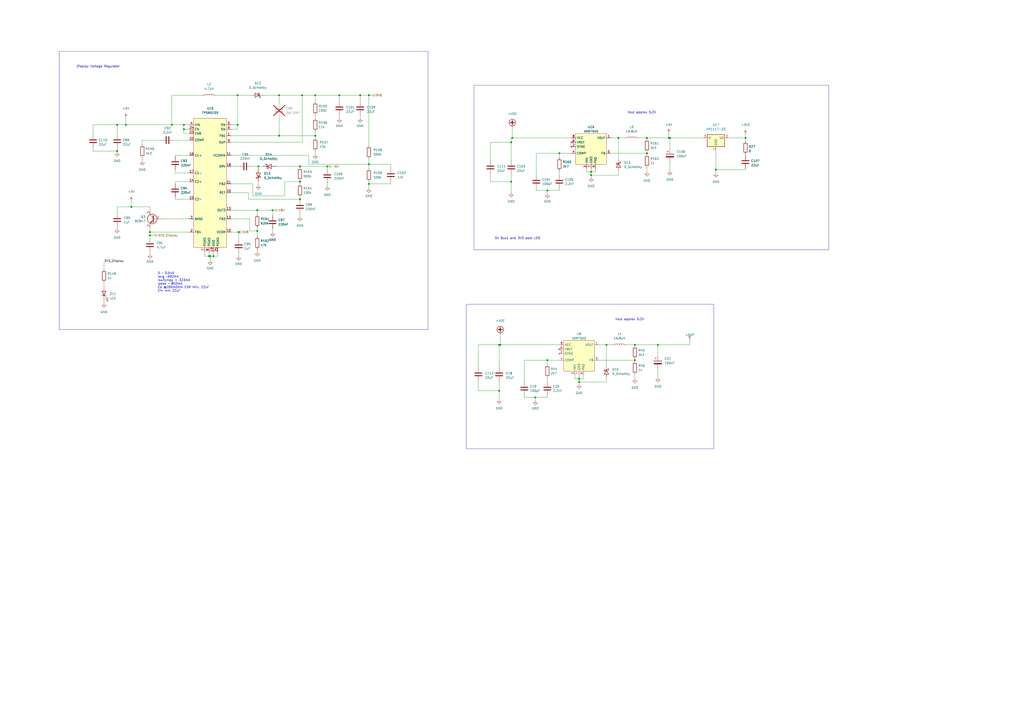
<source format=kicad_sch>
(kicad_sch (version 20230121) (generator eeschema)

  (uuid b8cc4a78-7caf-4f4e-9703-605abc1f50d8)

  (paper "A2")

  (lib_symbols
    (symbol "Device:C" (pin_numbers hide) (pin_names (offset 0.254)) (in_bom yes) (on_board yes)
      (property "Reference" "C" (at 0.635 2.54 0)
        (effects (font (size 1.27 1.27)) (justify left))
      )
      (property "Value" "C" (at 0.635 -2.54 0)
        (effects (font (size 1.27 1.27)) (justify left))
      )
      (property "Footprint" "" (at 0.9652 -3.81 0)
        (effects (font (size 1.27 1.27)) hide)
      )
      (property "Datasheet" "~" (at 0 0 0)
        (effects (font (size 1.27 1.27)) hide)
      )
      (property "ki_keywords" "cap capacitor" (at 0 0 0)
        (effects (font (size 1.27 1.27)) hide)
      )
      (property "ki_description" "Unpolarized capacitor" (at 0 0 0)
        (effects (font (size 1.27 1.27)) hide)
      )
      (property "ki_fp_filters" "C_*" (at 0 0 0)
        (effects (font (size 1.27 1.27)) hide)
      )
      (symbol "C_0_1"
        (polyline
          (pts
            (xy -2.032 -0.762)
            (xy 2.032 -0.762)
          )
          (stroke (width 0.508) (type default))
          (fill (type none))
        )
        (polyline
          (pts
            (xy -2.032 0.762)
            (xy 2.032 0.762)
          )
          (stroke (width 0.508) (type default))
          (fill (type none))
        )
      )
      (symbol "C_1_1"
        (pin passive line (at 0 3.81 270) (length 2.794)
          (name "~" (effects (font (size 1.27 1.27))))
          (number "1" (effects (font (size 1.27 1.27))))
        )
        (pin passive line (at 0 -3.81 90) (length 2.794)
          (name "~" (effects (font (size 1.27 1.27))))
          (number "2" (effects (font (size 1.27 1.27))))
        )
      )
    )
    (symbol "Device:C_Polarized" (pin_numbers hide) (pin_names (offset 0.254)) (in_bom yes) (on_board yes)
      (property "Reference" "C" (at 0.635 2.54 0)
        (effects (font (size 1.27 1.27)) (justify left))
      )
      (property "Value" "C_Polarized" (at 0.635 -2.54 0)
        (effects (font (size 1.27 1.27)) (justify left))
      )
      (property "Footprint" "" (at 0.9652 -3.81 0)
        (effects (font (size 1.27 1.27)) hide)
      )
      (property "Datasheet" "~" (at 0 0 0)
        (effects (font (size 1.27 1.27)) hide)
      )
      (property "ki_keywords" "cap capacitor" (at 0 0 0)
        (effects (font (size 1.27 1.27)) hide)
      )
      (property "ki_description" "Polarized capacitor" (at 0 0 0)
        (effects (font (size 1.27 1.27)) hide)
      )
      (property "ki_fp_filters" "CP_*" (at 0 0 0)
        (effects (font (size 1.27 1.27)) hide)
      )
      (symbol "C_Polarized_0_1"
        (rectangle (start -2.286 0.508) (end 2.286 1.016)
          (stroke (width 0) (type default))
          (fill (type none))
        )
        (polyline
          (pts
            (xy -1.778 2.286)
            (xy -0.762 2.286)
          )
          (stroke (width 0) (type default))
          (fill (type none))
        )
        (polyline
          (pts
            (xy -1.27 2.794)
            (xy -1.27 1.778)
          )
          (stroke (width 0) (type default))
          (fill (type none))
        )
        (rectangle (start 2.286 -0.508) (end -2.286 -1.016)
          (stroke (width 0) (type default))
          (fill (type outline))
        )
      )
      (symbol "C_Polarized_1_1"
        (pin passive line (at 0 3.81 270) (length 2.794)
          (name "~" (effects (font (size 1.27 1.27))))
          (number "1" (effects (font (size 1.27 1.27))))
        )
        (pin passive line (at 0 -3.81 90) (length 2.794)
          (name "~" (effects (font (size 1.27 1.27))))
          (number "2" (effects (font (size 1.27 1.27))))
        )
      )
    )
    (symbol "Device:D_Schottky" (pin_numbers hide) (pin_names (offset 1.016) hide) (in_bom yes) (on_board yes)
      (property "Reference" "D" (at 0 2.54 0)
        (effects (font (size 1.27 1.27)))
      )
      (property "Value" "D_Schottky" (at 0 -2.54 0)
        (effects (font (size 1.27 1.27)))
      )
      (property "Footprint" "" (at 0 0 0)
        (effects (font (size 1.27 1.27)) hide)
      )
      (property "Datasheet" "~" (at 0 0 0)
        (effects (font (size 1.27 1.27)) hide)
      )
      (property "ki_keywords" "diode Schottky" (at 0 0 0)
        (effects (font (size 1.27 1.27)) hide)
      )
      (property "ki_description" "Schottky diode" (at 0 0 0)
        (effects (font (size 1.27 1.27)) hide)
      )
      (property "ki_fp_filters" "TO-???* *_Diode_* *SingleDiode* D_*" (at 0 0 0)
        (effects (font (size 1.27 1.27)) hide)
      )
      (symbol "D_Schottky_0_1"
        (polyline
          (pts
            (xy 1.27 0)
            (xy -1.27 0)
          )
          (stroke (width 0) (type default))
          (fill (type none))
        )
        (polyline
          (pts
            (xy 1.27 1.27)
            (xy 1.27 -1.27)
            (xy -1.27 0)
            (xy 1.27 1.27)
          )
          (stroke (width 0.254) (type default))
          (fill (type none))
        )
        (polyline
          (pts
            (xy -1.905 0.635)
            (xy -1.905 1.27)
            (xy -1.27 1.27)
            (xy -1.27 -1.27)
            (xy -0.635 -1.27)
            (xy -0.635 -0.635)
          )
          (stroke (width 0.254) (type default))
          (fill (type none))
        )
      )
      (symbol "D_Schottky_1_1"
        (pin passive line (at -3.81 0 0) (length 2.54)
          (name "K" (effects (font (size 1.27 1.27))))
          (number "1" (effects (font (size 1.27 1.27))))
        )
        (pin passive line (at 3.81 0 180) (length 2.54)
          (name "A" (effects (font (size 1.27 1.27))))
          (number "2" (effects (font (size 1.27 1.27))))
        )
      )
    )
    (symbol "Device:L" (pin_numbers hide) (pin_names (offset 1.016) hide) (in_bom yes) (on_board yes)
      (property "Reference" "L" (at -1.27 0 90)
        (effects (font (size 1.27 1.27)))
      )
      (property "Value" "L" (at 1.905 0 90)
        (effects (font (size 1.27 1.27)))
      )
      (property "Footprint" "" (at 0 0 0)
        (effects (font (size 1.27 1.27)) hide)
      )
      (property "Datasheet" "~" (at 0 0 0)
        (effects (font (size 1.27 1.27)) hide)
      )
      (property "ki_keywords" "inductor choke coil reactor magnetic" (at 0 0 0)
        (effects (font (size 1.27 1.27)) hide)
      )
      (property "ki_description" "Inductor" (at 0 0 0)
        (effects (font (size 1.27 1.27)) hide)
      )
      (property "ki_fp_filters" "Choke_* *Coil* Inductor_* L_*" (at 0 0 0)
        (effects (font (size 1.27 1.27)) hide)
      )
      (symbol "L_0_1"
        (arc (start 0 -2.54) (mid 0.6323 -1.905) (end 0 -1.27)
          (stroke (width 0) (type default))
          (fill (type none))
        )
        (arc (start 0 -1.27) (mid 0.6323 -0.635) (end 0 0)
          (stroke (width 0) (type default))
          (fill (type none))
        )
        (arc (start 0 0) (mid 0.6323 0.635) (end 0 1.27)
          (stroke (width 0) (type default))
          (fill (type none))
        )
        (arc (start 0 1.27) (mid 0.6323 1.905) (end 0 2.54)
          (stroke (width 0) (type default))
          (fill (type none))
        )
      )
      (symbol "L_1_1"
        (pin passive line (at 0 3.81 270) (length 1.27)
          (name "1" (effects (font (size 1.27 1.27))))
          (number "1" (effects (font (size 1.27 1.27))))
        )
        (pin passive line (at 0 -3.81 90) (length 1.27)
          (name "2" (effects (font (size 1.27 1.27))))
          (number "2" (effects (font (size 1.27 1.27))))
        )
      )
    )
    (symbol "Device:LED" (pin_numbers hide) (pin_names (offset 1.016) hide) (in_bom yes) (on_board yes)
      (property "Reference" "D" (at 0 2.54 0)
        (effects (font (size 1.27 1.27)))
      )
      (property "Value" "LED" (at 0 -2.54 0)
        (effects (font (size 1.27 1.27)))
      )
      (property "Footprint" "" (at 0 0 0)
        (effects (font (size 1.27 1.27)) hide)
      )
      (property "Datasheet" "~" (at 0 0 0)
        (effects (font (size 1.27 1.27)) hide)
      )
      (property "ki_keywords" "LED diode" (at 0 0 0)
        (effects (font (size 1.27 1.27)) hide)
      )
      (property "ki_description" "Light emitting diode" (at 0 0 0)
        (effects (font (size 1.27 1.27)) hide)
      )
      (property "ki_fp_filters" "LED* LED_SMD:* LED_THT:*" (at 0 0 0)
        (effects (font (size 1.27 1.27)) hide)
      )
      (symbol "LED_0_1"
        (polyline
          (pts
            (xy -1.27 -1.27)
            (xy -1.27 1.27)
          )
          (stroke (width 0.254) (type default))
          (fill (type none))
        )
        (polyline
          (pts
            (xy -1.27 0)
            (xy 1.27 0)
          )
          (stroke (width 0) (type default))
          (fill (type none))
        )
        (polyline
          (pts
            (xy 1.27 -1.27)
            (xy 1.27 1.27)
            (xy -1.27 0)
            (xy 1.27 -1.27)
          )
          (stroke (width 0.254) (type default))
          (fill (type none))
        )
        (polyline
          (pts
            (xy -3.048 -0.762)
            (xy -4.572 -2.286)
            (xy -3.81 -2.286)
            (xy -4.572 -2.286)
            (xy -4.572 -1.524)
          )
          (stroke (width 0) (type default))
          (fill (type none))
        )
        (polyline
          (pts
            (xy -1.778 -0.762)
            (xy -3.302 -2.286)
            (xy -2.54 -2.286)
            (xy -3.302 -2.286)
            (xy -3.302 -1.524)
          )
          (stroke (width 0) (type default))
          (fill (type none))
        )
      )
      (symbol "LED_1_1"
        (pin passive line (at -3.81 0 0) (length 2.54)
          (name "K" (effects (font (size 1.27 1.27))))
          (number "1" (effects (font (size 1.27 1.27))))
        )
        (pin passive line (at 3.81 0 180) (length 2.54)
          (name "A" (effects (font (size 1.27 1.27))))
          (number "2" (effects (font (size 1.27 1.27))))
        )
      )
    )
    (symbol "Device:R" (pin_numbers hide) (pin_names (offset 0)) (in_bom yes) (on_board yes)
      (property "Reference" "R" (at 2.032 0 90)
        (effects (font (size 1.27 1.27)))
      )
      (property "Value" "R" (at 0 0 90)
        (effects (font (size 1.27 1.27)))
      )
      (property "Footprint" "" (at -1.778 0 90)
        (effects (font (size 1.27 1.27)) hide)
      )
      (property "Datasheet" "~" (at 0 0 0)
        (effects (font (size 1.27 1.27)) hide)
      )
      (property "ki_keywords" "R res resistor" (at 0 0 0)
        (effects (font (size 1.27 1.27)) hide)
      )
      (property "ki_description" "Resistor" (at 0 0 0)
        (effects (font (size 1.27 1.27)) hide)
      )
      (property "ki_fp_filters" "R_*" (at 0 0 0)
        (effects (font (size 1.27 1.27)) hide)
      )
      (symbol "R_0_1"
        (rectangle (start -1.016 -2.54) (end 1.016 2.54)
          (stroke (width 0.254) (type default))
          (fill (type none))
        )
      )
      (symbol "R_1_1"
        (pin passive line (at 0 3.81 270) (length 1.27)
          (name "~" (effects (font (size 1.27 1.27))))
          (number "1" (effects (font (size 1.27 1.27))))
        )
        (pin passive line (at 0 -3.81 90) (length 1.27)
          (name "~" (effects (font (size 1.27 1.27))))
          (number "2" (effects (font (size 1.27 1.27))))
        )
      )
    )
    (symbol "FaSTTUBe_Voltage_Regulators:A5975AD" (in_bom yes) (on_board yes)
      (property "Reference" "U" (at 0 11.43 0)
        (effects (font (size 1.27 1.27)))
      )
      (property "Value" "A5975AD" (at 0 13.97 0)
        (effects (font (size 1.27 1.27)))
      )
      (property "Footprint" "Package_SO:HSOP-8-1EP_3.9x4.9mm_P1.27mm_EP2.41x3.1mm" (at 0 11.43 0)
        (effects (font (size 1.27 1.27)) hide)
      )
      (property "Datasheet" "https://www.st.com/resource/en/datasheet/a5975ad.pdf" (at 0 11.43 0)
        (effects (font (size 1.27 1.27)) hide)
      )
      (symbol "A5975AD_0_1"
        (rectangle (start 8.89 7.62) (end -8.89 -10.16)
          (stroke (width 0) (type default))
          (fill (type background))
        )
      )
      (symbol "A5975AD_1_1"
        (pin output line (at 11.43 5.08 180) (length 2.54)
          (name "VOUT" (effects (font (size 1.27 1.27))))
          (number "1" (effects (font (size 1.27 1.27))))
        )
        (pin no_connect line (at -11.43 0 0) (length 2.54)
          (name "SYNC" (effects (font (size 1.27 1.27))))
          (number "2" (effects (font (size 1.27 1.27))))
        )
        (pin input line (at -2.54 -12.7 90) (length 2.54)
          (name "INH" (effects (font (size 1.27 1.27))))
          (number "3" (effects (font (size 1.27 1.27))))
        )
        (pin output line (at -11.43 -3.81 0) (length 2.54)
          (name "COMP" (effects (font (size 1.27 1.27))))
          (number "4" (effects (font (size 1.27 1.27))))
        )
        (pin input line (at 11.43 -3.81 180) (length 2.54)
          (name "FB" (effects (font (size 1.27 1.27))))
          (number "5" (effects (font (size 1.27 1.27))))
        )
        (pin input line (at -11.43 2.54 0) (length 2.54)
          (name "VREF" (effects (font (size 1.27 1.27))))
          (number "6" (effects (font (size 1.27 1.27))))
        )
        (pin input line (at 0 -12.7 90) (length 2.54)
          (name "GND" (effects (font (size 1.27 1.27))))
          (number "7" (effects (font (size 1.27 1.27))))
        )
        (pin power_in line (at -11.43 5.08 0) (length 2.54)
          (name "VCC" (effects (font (size 1.27 1.27))))
          (number "8" (effects (font (size 1.27 1.27))))
        )
        (pin input line (at 2.54 -12.7 90) (length 2.54)
          (name "PAD" (effects (font (size 1.27 1.27))))
          (number "9" (effects (font (size 1.27 1.27))))
        )
      )
    )
    (symbol "Regulator_Linear:AP1117-33" (in_bom yes) (on_board yes)
      (property "Reference" "U" (at -3.81 3.175 0)
        (effects (font (size 1.27 1.27)))
      )
      (property "Value" "AP1117-33" (at 0 3.175 0)
        (effects (font (size 1.27 1.27)) (justify left))
      )
      (property "Footprint" "Package_TO_SOT_SMD:SOT-223-3_TabPin2" (at 0 5.08 0)
        (effects (font (size 1.27 1.27)) hide)
      )
      (property "Datasheet" "http://www.diodes.com/datasheets/AP1117.pdf" (at 2.54 -6.35 0)
        (effects (font (size 1.27 1.27)) hide)
      )
      (property "ki_keywords" "linear regulator ldo fixed positive obsolete" (at 0 0 0)
        (effects (font (size 1.27 1.27)) hide)
      )
      (property "ki_description" "1A Low Dropout regulator, positive, 3.3V fixed output, SOT-223" (at 0 0 0)
        (effects (font (size 1.27 1.27)) hide)
      )
      (property "ki_fp_filters" "SOT?223*TabPin2*" (at 0 0 0)
        (effects (font (size 1.27 1.27)) hide)
      )
      (symbol "AP1117-33_0_1"
        (rectangle (start -5.08 -5.08) (end 5.08 1.905)
          (stroke (width 0.254) (type default))
          (fill (type background))
        )
      )
      (symbol "AP1117-33_1_1"
        (pin power_in line (at 0 -7.62 90) (length 2.54)
          (name "GND" (effects (font (size 1.27 1.27))))
          (number "1" (effects (font (size 1.27 1.27))))
        )
        (pin power_out line (at 7.62 0 180) (length 2.54)
          (name "VO" (effects (font (size 1.27 1.27))))
          (number "2" (effects (font (size 1.27 1.27))))
        )
        (pin power_in line (at -7.62 0 0) (length 2.54)
          (name "VI" (effects (font (size 1.27 1.27))))
          (number "3" (effects (font (size 1.27 1.27))))
        )
      )
    )
    (symbol "TPS6510x:TPS65105" (in_bom yes) (on_board yes)
      (property "Reference" "U" (at 0 39.37 0)
        (effects (font (size 1.27 1.27)))
      )
      (property "Value" "TPS65105" (at 0 41.91 0)
        (effects (font (size 1.27 1.27)))
      )
      (property "Footprint" "Package_SO:HTSSOP-24-1EP_4.4x7.8mm_P0.65mm_EP3.4x7.8mm_Mask2.4x4.68mm" (at 0 39.37 0)
        (effects (font (size 1.27 1.27)) hide)
      )
      (property "Datasheet" "https://www.ti.com/lit/ds/symlink/tps65101.pdf?HQS=dis-mous-null-mousermode-dsf-pf-null-wwe&ts=1672757737464&ref_url=https%253A%252F%252Fwww.mouser.co.uk%252F" (at 0 39.37 0)
        (effects (font (size 1.27 1.27)) hide)
      )
      (symbol "TPS65105_1_1"
        (rectangle (start -10.16 36.83) (end 8.89 -38.1)
          (stroke (width 0) (type default))
          (fill (type background))
        )
        (pin input line (at 11.43 26.67 180) (length 2.54)
          (name "FB1" (effects (font (size 1.27 1.27))))
          (number "1" (effects (font (size 1.27 1.27))))
        )
        (pin power_out line (at 11.43 -29.21 180) (length 2.54)
          (name "VCOM" (effects (font (size 1.27 1.27))))
          (number "10" (effects (font (size 1.27 1.27))))
        )
        (pin input line (at 11.43 15.24 180) (length 2.54)
          (name "VCOMIN" (effects (font (size 1.27 1.27))))
          (number "11" (effects (font (size 1.27 1.27))))
        )
        (pin input line (at 11.43 -21.59 180) (length 2.54)
          (name "FB3" (effects (font (size 1.27 1.27))))
          (number "12" (effects (font (size 1.27 1.27))))
        )
        (pin power_out line (at 11.43 -16.51 180) (length 2.54)
          (name "OUT3" (effects (font (size 1.27 1.27))))
          (number "13" (effects (font (size 1.27 1.27))))
        )
        (pin bidirectional line (at -12.7 0 0) (length 2.54)
          (name "C2+" (effects (font (size 1.27 1.27))))
          (number "14" (effects (font (size 1.27 1.27))))
        )
        (pin bidirectional line (at -12.7 -10.16 0) (length 2.54)
          (name "C2-" (effects (font (size 1.27 1.27))))
          (number "15" (effects (font (size 1.27 1.27))))
        )
        (pin bidirectional line (at -12.7 15.24 0) (length 2.54)
          (name "C1+" (effects (font (size 1.27 1.27))))
          (number "16" (effects (font (size 1.27 1.27))))
        )
        (pin bidirectional line (at -12.7 5.08 0) (length 2.54)
          (name "C1-" (effects (font (size 1.27 1.27))))
          (number "17" (effects (font (size 1.27 1.27))))
        )
        (pin power_out line (at 11.43 8.89 180) (length 2.54)
          (name "DRV" (effects (font (size 1.27 1.27))))
          (number "18" (effects (font (size 1.27 1.27))))
        )
        (pin input line (at 1.27 -40.64 90) (length 2.54)
          (name "GND" (effects (font (size 1.27 1.27))))
          (number "19" (effects (font (size 1.27 1.27))))
        )
        (pin input line (at -12.7 -29.21 0) (length 2.54)
          (name "FB4" (effects (font (size 1.27 1.27))))
          (number "2" (effects (font (size 1.27 1.27))))
        )
        (pin input line (at 11.43 -6.35 180) (length 2.54)
          (name "REF" (effects (font (size 1.27 1.27))))
          (number "20" (effects (font (size 1.27 1.27))))
        )
        (pin input line (at 11.43 -1.27 180) (length 2.54)
          (name "FB2" (effects (font (size 1.27 1.27))))
          (number "21" (effects (font (size 1.27 1.27))))
        )
        (pin output line (at -12.7 24.13 0) (length 2.54)
          (name "COMP" (effects (font (size 1.27 1.27))))
          (number "22" (effects (font (size 1.27 1.27))))
        )
        (pin input line (at -12.7 27.94 0) (length 2.54)
          (name "ENR" (effects (font (size 1.27 1.27))))
          (number "23" (effects (font (size 1.27 1.27))))
        )
        (pin input line (at -12.7 30.48 0) (length 2.54)
          (name "EN" (effects (font (size 1.27 1.27))))
          (number "24" (effects (font (size 1.27 1.27))))
        )
        (pin input line (at 3.81 -40.64 90) (length 2.54)
          (name "PGND" (effects (font (size 1.27 1.27))))
          (number "25" (effects (font (size 1.27 1.27))))
        )
        (pin output line (at -12.7 -21.59 0) (length 2.54)
          (name "BASE" (effects (font (size 1.27 1.27))))
          (number "3" (effects (font (size 1.27 1.27))))
        )
        (pin power_in line (at -12.7 33.02 0) (length 2.54)
          (name "VIN" (effects (font (size 1.27 1.27))))
          (number "4" (effects (font (size 1.27 1.27))))
        )
        (pin input line (at 11.43 33.02 180) (length 2.54)
          (name "SW" (effects (font (size 1.27 1.27))))
          (number "5" (effects (font (size 1.27 1.27))))
        )
        (pin input line (at 11.43 30.48 180) (length 2.54)
          (name "SW" (effects (font (size 1.27 1.27))))
          (number "6" (effects (font (size 1.27 1.27))))
        )
        (pin input line (at -3.81 -40.64 90) (length 2.54)
          (name "PGND" (effects (font (size 1.27 1.27))))
          (number "7" (effects (font (size 1.27 1.27))))
        )
        (pin input line (at -1.27 -40.64 90) (length 2.54)
          (name "PGND" (effects (font (size 1.27 1.27))))
          (number "8" (effects (font (size 1.27 1.27))))
        )
        (pin input line (at 11.43 22.86 180) (length 2.54)
          (name "SUP" (effects (font (size 1.27 1.27))))
          (number "9" (effects (font (size 1.27 1.27))))
        )
      )
    )
    (symbol "Transistor_BJT:BC847" (pin_names (offset 0) hide) (in_bom yes) (on_board yes)
      (property "Reference" "Q" (at 5.08 1.905 0)
        (effects (font (size 1.27 1.27)) (justify left))
      )
      (property "Value" "BC847" (at 5.08 0 0)
        (effects (font (size 1.27 1.27)) (justify left))
      )
      (property "Footprint" "Package_TO_SOT_SMD:SOT-23" (at 5.08 -1.905 0)
        (effects (font (size 1.27 1.27) italic) (justify left) hide)
      )
      (property "Datasheet" "http://www.infineon.com/dgdl/Infineon-BC847SERIES_BC848SERIES_BC849SERIES_BC850SERIES-DS-v01_01-en.pdf?fileId=db3a304314dca389011541d4630a1657" (at 0 0 0)
        (effects (font (size 1.27 1.27)) (justify left) hide)
      )
      (property "ki_keywords" "NPN Small Signal Transistor" (at 0 0 0)
        (effects (font (size 1.27 1.27)) hide)
      )
      (property "ki_description" "0.1A Ic, 45V Vce, NPN Transistor, SOT-23" (at 0 0 0)
        (effects (font (size 1.27 1.27)) hide)
      )
      (property "ki_fp_filters" "SOT?23*" (at 0 0 0)
        (effects (font (size 1.27 1.27)) hide)
      )
      (symbol "BC847_0_1"
        (polyline
          (pts
            (xy 0.635 0.635)
            (xy 2.54 2.54)
          )
          (stroke (width 0) (type default))
          (fill (type none))
        )
        (polyline
          (pts
            (xy 0.635 -0.635)
            (xy 2.54 -2.54)
            (xy 2.54 -2.54)
          )
          (stroke (width 0) (type default))
          (fill (type none))
        )
        (polyline
          (pts
            (xy 0.635 1.905)
            (xy 0.635 -1.905)
            (xy 0.635 -1.905)
          )
          (stroke (width 0.508) (type default))
          (fill (type none))
        )
        (polyline
          (pts
            (xy 1.27 -1.778)
            (xy 1.778 -1.27)
            (xy 2.286 -2.286)
            (xy 1.27 -1.778)
            (xy 1.27 -1.778)
          )
          (stroke (width 0) (type default))
          (fill (type outline))
        )
        (circle (center 1.27 0) (radius 2.8194)
          (stroke (width 0.254) (type default))
          (fill (type none))
        )
      )
      (symbol "BC847_1_1"
        (pin input line (at -5.08 0 0) (length 5.715)
          (name "B" (effects (font (size 1.27 1.27))))
          (number "1" (effects (font (size 1.27 1.27))))
        )
        (pin passive line (at 2.54 -5.08 90) (length 2.54)
          (name "E" (effects (font (size 1.27 1.27))))
          (number "2" (effects (font (size 1.27 1.27))))
        )
        (pin passive line (at 2.54 5.08 270) (length 2.54)
          (name "C" (effects (font (size 1.27 1.27))))
          (number "3" (effects (font (size 1.27 1.27))))
        )
      )
    )
    (symbol "power:+3V3" (power) (pin_names (offset 0)) (in_bom yes) (on_board yes)
      (property "Reference" "#PWR" (at 0 -3.81 0)
        (effects (font (size 1.27 1.27)) hide)
      )
      (property "Value" "+3V3" (at 0 3.556 0)
        (effects (font (size 1.27 1.27)))
      )
      (property "Footprint" "" (at 0 0 0)
        (effects (font (size 1.27 1.27)) hide)
      )
      (property "Datasheet" "" (at 0 0 0)
        (effects (font (size 1.27 1.27)) hide)
      )
      (property "ki_keywords" "global power" (at 0 0 0)
        (effects (font (size 1.27 1.27)) hide)
      )
      (property "ki_description" "Power symbol creates a global label with name \"+3V3\"" (at 0 0 0)
        (effects (font (size 1.27 1.27)) hide)
      )
      (symbol "+3V3_0_1"
        (polyline
          (pts
            (xy -0.762 1.27)
            (xy 0 2.54)
          )
          (stroke (width 0) (type default))
          (fill (type none))
        )
        (polyline
          (pts
            (xy 0 0)
            (xy 0 2.54)
          )
          (stroke (width 0) (type default))
          (fill (type none))
        )
        (polyline
          (pts
            (xy 0 2.54)
            (xy 0.762 1.27)
          )
          (stroke (width 0) (type default))
          (fill (type none))
        )
      )
      (symbol "+3V3_1_1"
        (pin power_in line (at 0 0 90) (length 0) hide
          (name "+3V3" (effects (font (size 1.27 1.27))))
          (number "1" (effects (font (size 1.27 1.27))))
        )
      )
    )
    (symbol "power:+5V" (power) (pin_names (offset 0)) (in_bom yes) (on_board yes)
      (property "Reference" "#PWR" (at 0 -3.81 0)
        (effects (font (size 1.27 1.27)) hide)
      )
      (property "Value" "+5V" (at 0 3.556 0)
        (effects (font (size 1.27 1.27)))
      )
      (property "Footprint" "" (at 0 0 0)
        (effects (font (size 1.27 1.27)) hide)
      )
      (property "Datasheet" "" (at 0 0 0)
        (effects (font (size 1.27 1.27)) hide)
      )
      (property "ki_keywords" "global power" (at 0 0 0)
        (effects (font (size 1.27 1.27)) hide)
      )
      (property "ki_description" "Power symbol creates a global label with name \"+5V\"" (at 0 0 0)
        (effects (font (size 1.27 1.27)) hide)
      )
      (symbol "+5V_0_1"
        (polyline
          (pts
            (xy -0.762 1.27)
            (xy 0 2.54)
          )
          (stroke (width 0) (type default))
          (fill (type none))
        )
        (polyline
          (pts
            (xy 0 0)
            (xy 0 2.54)
          )
          (stroke (width 0) (type default))
          (fill (type none))
        )
        (polyline
          (pts
            (xy 0 2.54)
            (xy 0.762 1.27)
          )
          (stroke (width 0) (type default))
          (fill (type none))
        )
      )
      (symbol "+5V_1_1"
        (pin power_in line (at 0 0 90) (length 0) hide
          (name "+5V" (effects (font (size 1.27 1.27))))
          (number "1" (effects (font (size 1.27 1.27))))
        )
      )
    )
    (symbol "power:+5VP" (power) (pin_names (offset 0)) (in_bom yes) (on_board yes)
      (property "Reference" "#PWR" (at 0 -3.81 0)
        (effects (font (size 1.27 1.27)) hide)
      )
      (property "Value" "+5VP" (at 0 3.556 0)
        (effects (font (size 1.27 1.27)))
      )
      (property "Footprint" "" (at 0 0 0)
        (effects (font (size 1.27 1.27)) hide)
      )
      (property "Datasheet" "" (at 0 0 0)
        (effects (font (size 1.27 1.27)) hide)
      )
      (property "ki_keywords" "global power" (at 0 0 0)
        (effects (font (size 1.27 1.27)) hide)
      )
      (property "ki_description" "Power symbol creates a global label with name \"+5VP\"" (at 0 0 0)
        (effects (font (size 1.27 1.27)) hide)
      )
      (symbol "+5VP_0_1"
        (polyline
          (pts
            (xy -0.762 1.27)
            (xy 0 2.54)
          )
          (stroke (width 0) (type default))
          (fill (type none))
        )
        (polyline
          (pts
            (xy 0 0)
            (xy 0 2.54)
          )
          (stroke (width 0) (type default))
          (fill (type none))
        )
        (polyline
          (pts
            (xy 0 2.54)
            (xy 0.762 1.27)
          )
          (stroke (width 0) (type default))
          (fill (type none))
        )
      )
      (symbol "+5VP_1_1"
        (pin power_in line (at 0 0 90) (length 0) hide
          (name "+5VP" (effects (font (size 1.27 1.27))))
          (number "1" (effects (font (size 1.27 1.27))))
        )
      )
    )
    (symbol "power:+VDC" (power) (pin_names (offset 0)) (in_bom yes) (on_board yes)
      (property "Reference" "#PWR" (at 0 -2.54 0)
        (effects (font (size 1.27 1.27)) hide)
      )
      (property "Value" "+VDC" (at 0 6.35 0)
        (effects (font (size 1.27 1.27)))
      )
      (property "Footprint" "" (at 0 0 0)
        (effects (font (size 1.27 1.27)) hide)
      )
      (property "Datasheet" "" (at 0 0 0)
        (effects (font (size 1.27 1.27)) hide)
      )
      (property "ki_keywords" "global power" (at 0 0 0)
        (effects (font (size 1.27 1.27)) hide)
      )
      (property "ki_description" "Power symbol creates a global label with name \"+VDC\"" (at 0 0 0)
        (effects (font (size 1.27 1.27)) hide)
      )
      (symbol "+VDC_0_1"
        (polyline
          (pts
            (xy -1.143 3.175)
            (xy 1.143 3.175)
          )
          (stroke (width 0.508) (type default))
          (fill (type none))
        )
        (polyline
          (pts
            (xy 0 0)
            (xy 0 1.27)
          )
          (stroke (width 0) (type default))
          (fill (type none))
        )
        (polyline
          (pts
            (xy 0 2.032)
            (xy 0 4.318)
          )
          (stroke (width 0.508) (type default))
          (fill (type none))
        )
        (circle (center 0 3.175) (radius 1.905)
          (stroke (width 0.254) (type default))
          (fill (type none))
        )
      )
      (symbol "+VDC_1_1"
        (pin power_in line (at 0 0 90) (length 0) hide
          (name "+VDC" (effects (font (size 1.27 1.27))))
          (number "1" (effects (font (size 1.27 1.27))))
        )
      )
    )
    (symbol "power:GND" (power) (pin_names (offset 0)) (in_bom yes) (on_board yes)
      (property "Reference" "#PWR" (at 0 -6.35 0)
        (effects (font (size 1.27 1.27)) hide)
      )
      (property "Value" "GND" (at 0 -3.81 0)
        (effects (font (size 1.27 1.27)))
      )
      (property "Footprint" "" (at 0 0 0)
        (effects (font (size 1.27 1.27)) hide)
      )
      (property "Datasheet" "" (at 0 0 0)
        (effects (font (size 1.27 1.27)) hide)
      )
      (property "ki_keywords" "global power" (at 0 0 0)
        (effects (font (size 1.27 1.27)) hide)
      )
      (property "ki_description" "Power symbol creates a global label with name \"GND\" , ground" (at 0 0 0)
        (effects (font (size 1.27 1.27)) hide)
      )
      (symbol "GND_0_1"
        (polyline
          (pts
            (xy 0 0)
            (xy 0 -1.27)
            (xy 1.27 -1.27)
            (xy 0 -2.54)
            (xy -1.27 -1.27)
            (xy 0 -1.27)
          )
          (stroke (width 0) (type default))
          (fill (type none))
        )
      )
      (symbol "GND_1_1"
        (pin power_in line (at 0 0 270) (length 0) hide
          (name "GND" (effects (font (size 1.27 1.27))))
          (number "1" (effects (font (size 1.27 1.27))))
        )
      )
    )
  )

  (junction (at 432.435 80.01) (diameter 0) (color 0 0 0 0)
    (uuid 005000e0-185b-4ce7-8668-6caf8f6e623d)
  )
  (junction (at 182.88 78.74) (diameter 0) (color 0 0 0 0)
    (uuid 01b52456-14d3-4ba1-8d52-54ce55aed6cb)
  )
  (junction (at 161.925 55.245) (diameter 0) (color 0 0 0 0)
    (uuid 0863763a-4504-4fe3-a5f4-bdb54b157ed5)
  )
  (junction (at 67.945 87.63) (diameter 0) (color 0 0 0 0)
    (uuid 0ce692b9-d64d-4994-9a32-1416fadd61c0)
  )
  (junction (at 173.99 96.52) (diameter 0) (color 0 0 0 0)
    (uuid 0e275eb3-dceb-434a-bcbf-03953062c17f)
  )
  (junction (at 296.545 82.55) (diameter 0) (color 0 0 0 0)
    (uuid 105c4492-c83f-4574-9133-c3b7cecc084b)
  )
  (junction (at 317.5 208.915) (diameter 0) (color 0 0 0 0)
    (uuid 13784e8d-4f26-4aae-817e-f17f931297d2)
  )
  (junction (at 121.285 148.59) (diameter 0) (color 0 0 0 0)
    (uuid 14a891fe-95b4-4801-a128-115f1ef9d3e0)
  )
  (junction (at 86.995 136.525) (diameter 0) (color 0 0 0 0)
    (uuid 1da5e358-7fea-4e20-8661-fb4a55a36366)
  )
  (junction (at 106.68 72.39) (diameter 0) (color 0 0 0 0)
    (uuid 22e2f6d9-52cd-452a-9ec6-0a187805e905)
  )
  (junction (at 138.43 134.62) (diameter 0) (color 0 0 0 0)
    (uuid 290c3bf9-8c1e-4626-8189-1823d792f5ca)
  )
  (junction (at 289.56 226.695) (diameter 0) (color 0 0 0 0)
    (uuid 2dae7ab2-c56b-4aa8-9ed6-ea8e6ea80f91)
  )
  (junction (at 196.85 55.245) (diameter 0) (color 0 0 0 0)
    (uuid 371399d7-ffb7-47bf-96af-590f4e2dabc9)
  )
  (junction (at 149.86 96.52) (diameter 0) (color 0 0 0 0)
    (uuid 3acf452c-7618-4b2b-ae8e-cd71dd296ee8)
  )
  (junction (at 296.545 105.41) (diameter 0) (color 0 0 0 0)
    (uuid 42c4dfbc-3f5a-4b3e-8e4f-7d90fad41620)
  )
  (junction (at 375.285 88.9) (diameter 0) (color 0 0 0 0)
    (uuid 44843a09-316f-4be9-89d1-91c6176df08f)
  )
  (junction (at 381.635 200.025) (diameter 0) (color 0 0 0 0)
    (uuid 45141723-7edb-4ae4-90c1-9bfe2d4aa284)
  )
  (junction (at 415.29 98.425) (diameter 0) (color 0 0 0 0)
    (uuid 56fd85e2-19b3-4d74-a7e8-f4e1bef7404d)
  )
  (junction (at 106.68 74.93) (diameter 0) (color 0 0 0 0)
    (uuid 58e40f59-b8bc-49b1-8387-609480db188d)
  )
  (junction (at 137.795 55.245) (diameter 0) (color 0 0 0 0)
    (uuid 5f82d775-9328-40a7-a0c6-3751d1c7a9e9)
  )
  (junction (at 99.695 72.39) (diameter 0) (color 0 0 0 0)
    (uuid 63f29ae1-852c-4a17-a383-7f1df1d25e8b)
  )
  (junction (at 123.825 148.59) (diameter 0) (color 0 0 0 0)
    (uuid 69c7c20f-4fb4-48a2-8d20-d68d9ffe0327)
  )
  (junction (at 375.285 80.01) (diameter 0) (color 0 0 0 0)
    (uuid 754a7d05-73c3-41b4-ba65-2a449533a648)
  )
  (junction (at 358.775 80.01) (diameter 0) (color 0 0 0 0)
    (uuid 7e8ac8b0-d25e-47e8-9d53-a36fc89d6f89)
  )
  (junction (at 161.925 78.74) (diameter 0) (color 0 0 0 0)
    (uuid 80c9ef7b-e222-4c1f-bf77-135fc53079fe)
  )
  (junction (at 297.18 80.01) (diameter 0) (color 0 0 0 0)
    (uuid 81d36648-ca66-41d3-addc-b25ee4302e90)
  )
  (junction (at 149.225 121.92) (diameter 0) (color 0 0 0 0)
    (uuid 827adf22-8bb4-42ba-bea4-9809c2a4f6c5)
  )
  (junction (at 213.995 55.245) (diameter 0) (color 0 0 0 0)
    (uuid 83b4a5f5-57d9-4d2c-b371-1e5d6cf1d374)
  )
  (junction (at 351.79 200.025) (diameter 0) (color 0 0 0 0)
    (uuid 8838c564-df61-4388-8d4a-274f4e014e68)
  )
  (junction (at 290.195 200.025) (diameter 0) (color 0 0 0 0)
    (uuid 8b44cc86-b40e-42f7-a5c8-8372abeb0391)
  )
  (junction (at 137.795 72.39) (diameter 0) (color 0 0 0 0)
    (uuid 8ddd8078-5881-448b-8916-f2cabd0f08f2)
  )
  (junction (at 335.915 221.615) (diameter 0) (color 0 0 0 0)
    (uuid 90ed2348-63c7-4cc0-b08a-1077d40edd76)
  )
  (junction (at 213.995 95.25) (diameter 0) (color 0 0 0 0)
    (uuid 90f42569-42e2-4c75-9194-43c99d9eaf57)
  )
  (junction (at 324.485 88.9) (diameter 0) (color 0 0 0 0)
    (uuid a0c677e4-2d96-46d2-a5fb-668d7fcab3e8)
  )
  (junction (at 121.92 148.59) (diameter 0) (color 0 0 0 0)
    (uuid a12f2d64-c4a5-4517-a5f8-7815e2cb862d)
  )
  (junction (at 173.99 115.57) (diameter 0) (color 0 0 0 0)
    (uuid a168d1a8-0d7d-4444-a803-241440381bdb)
  )
  (junction (at 67.945 72.39) (diameter 0) (color 0 0 0 0)
    (uuid a3cca7c2-f43f-4231-b96f-03e928b8d75a)
  )
  (junction (at 149.225 133.985) (diameter 0) (color 0 0 0 0)
    (uuid a5a768b9-eda8-417b-b645-94aa54f2d8e7)
  )
  (junction (at 335.915 219.71) (diameter 0) (color 0 0 0 0)
    (uuid a7b49a99-c402-4dd5-ba55-e47777cde9db)
  )
  (junction (at 175.26 55.245) (diameter 0) (color 0 0 0 0)
    (uuid aa9a6f6e-c712-478a-9f83-4dc4973d2522)
  )
  (junction (at 182.88 55.245) (diameter 0) (color 0 0 0 0)
    (uuid ad86e2cc-aff5-4d3d-b597-758bae569b53)
  )
  (junction (at 342.9 101.6) (diameter 0) (color 0 0 0 0)
    (uuid b3abefb2-576d-4f9a-abeb-c89fde09344a)
  )
  (junction (at 317.5 110.49) (diameter 0) (color 0 0 0 0)
    (uuid b90a4e9e-1775-4d90-8bd1-b13386f883a9)
  )
  (junction (at 310.515 230.505) (diameter 0) (color 0 0 0 0)
    (uuid b92b5752-78c7-4a82-8de0-619c5ec503bc)
  )
  (junction (at 368.3 200.025) (diameter 0) (color 0 0 0 0)
    (uuid be1a7fbe-0341-412a-9a6f-e42d18334698)
  )
  (junction (at 388.62 80.01) (diameter 0) (color 0 0 0 0)
    (uuid be55ba96-2c06-4cbf-ab7e-0835fc78a7d7)
  )
  (junction (at 387.985 80.01) (diameter 0) (color 0 0 0 0)
    (uuid c2eefa91-d166-4717-8fe6-1ff0feafd9f2)
  )
  (junction (at 189.865 96.52) (diameter 0) (color 0 0 0 0)
    (uuid c75683bf-61ee-4508-a729-a93534ffe41f)
  )
  (junction (at 158.115 121.92) (diameter 0) (color 0 0 0 0)
    (uuid cd1b565d-23d0-4c0d-ae24-a0816660dc12)
  )
  (junction (at 368.3 208.915) (diameter 0) (color 0 0 0 0)
    (uuid d22b028e-b272-4691-81f9-d49ca314a1da)
  )
  (junction (at 73.025 72.39) (diameter 0) (color 0 0 0 0)
    (uuid d23ff314-f276-41c4-9664-d744b74dbc7a)
  )
  (junction (at 342.9 99.695) (diameter 0) (color 0 0 0 0)
    (uuid dc0148b8-bbfe-4ce5-aad4-b8897a59b8ef)
  )
  (junction (at 213.995 106.68) (diameter 0) (color 0 0 0 0)
    (uuid e9edd57a-23a1-48a7-b481-153277f53d04)
  )
  (junction (at 76.2 120.015) (diameter 0) (color 0 0 0 0)
    (uuid ec96d41f-d912-45cc-af61-cf10b7cdec98)
  )
  (junction (at 86.995 134.62) (diameter 0) (color 0 0 0 0)
    (uuid ecdc09fc-b51f-45e1-9ff0-642b3d627b79)
  )
  (junction (at 289.56 200.025) (diameter 0) (color 0 0 0 0)
    (uuid ecde0d47-74c2-4bdf-8088-46e7450a20d9)
  )
  (junction (at 208.915 55.245) (diameter 0) (color 0 0 0 0)
    (uuid eeb19de6-f1e8-49db-9b1f-472deb351952)
  )
  (junction (at 173.99 105.41) (diameter 0) (color 0 0 0 0)
    (uuid fb4e6bc9-768d-49c1-a706-286ac75bf285)
  )

  (no_connect (at 331.47 82.55) (uuid 3ecacce1-5803-456c-8a77-ba7b1d5d1a7c))
  (no_connect (at 324.485 202.565) (uuid d5e3a9d3-6af9-40b9-9e1e-8cbb3d761463))

  (wire (pts (xy 67.945 120.015) (xy 76.2 120.015))
    (stroke (width 0) (type default))
    (uuid 00644931-89af-4eb0-b5ef-07132daa5687)
  )
  (wire (pts (xy 311.15 110.49) (xy 311.15 109.22))
    (stroke (width 0) (type default))
    (uuid 0174d3e4-c617-4939-8a50-c300f20f7219)
  )
  (wire (pts (xy 53.975 78.105) (xy 53.975 72.39))
    (stroke (width 0) (type default))
    (uuid 024f4e98-1333-4c01-a0e9-624c6c5bd86d)
  )
  (wire (pts (xy 432.435 90.17) (xy 432.435 89.535))
    (stroke (width 0) (type default))
    (uuid 0306501a-f6ac-46c4-a332-a328054993de)
  )
  (wire (pts (xy 317.5 219.075) (xy 317.5 221.615))
    (stroke (width 0) (type default))
    (uuid 058c9cf9-c985-46d4-9ff8-a39e8e87e29c)
  )
  (wire (pts (xy 368.3 208.28) (xy 368.3 208.915))
    (stroke (width 0) (type default))
    (uuid 076cb5a1-28ed-4644-931e-08f3dddcaeb7)
  )
  (wire (pts (xy 317.5 208.915) (xy 317.5 211.455))
    (stroke (width 0) (type default))
    (uuid 082206f3-6ac4-4a9b-8861-16c7f6388485)
  )
  (wire (pts (xy 375.285 80.01) (xy 375.285 80.645))
    (stroke (width 0) (type default))
    (uuid 08c146d0-1886-4e92-b76b-e2b32aa1d0c5)
  )
  (wire (pts (xy 117.475 55.245) (xy 99.695 55.245))
    (stroke (width 0) (type default))
    (uuid 09b053cb-55ed-4e0c-abb2-1260025af671)
  )
  (wire (pts (xy 86.995 136.525) (xy 86.995 138.43))
    (stroke (width 0) (type default))
    (uuid 0a817279-4a00-44e8-83cd-1b2cea87dba6)
  )
  (wire (pts (xy 196.85 55.245) (xy 196.85 59.055))
    (stroke (width 0) (type default))
    (uuid 0daafe55-c151-4780-8c17-3a9ba95addd5)
  )
  (wire (pts (xy 324.485 88.9) (xy 331.47 88.9))
    (stroke (width 0) (type default))
    (uuid 0fd36cb1-b928-4399-8104-1ffff5d5f3e4)
  )
  (wire (pts (xy 226.695 106.68) (xy 226.695 105.41))
    (stroke (width 0) (type default))
    (uuid 10b61f67-b7e2-4967-ad56-cc4ff14e4555)
  )
  (wire (pts (xy 53.975 85.725) (xy 53.975 87.63))
    (stroke (width 0) (type default))
    (uuid 12a2c476-2454-463f-81a0-e826c542ccab)
  )
  (wire (pts (xy 290.195 194.31) (xy 290.195 200.025))
    (stroke (width 0) (type default))
    (uuid 13543697-e87d-4313-b938-fb12fbb267e6)
  )
  (wire (pts (xy 86.995 146.05) (xy 86.995 147.32))
    (stroke (width 0) (type default))
    (uuid 13daf24f-86a4-4ec2-8fe2-9b00696ea8e9)
  )
  (wire (pts (xy 146.685 113.665) (xy 146.685 106.68))
    (stroke (width 0) (type default))
    (uuid 14699c80-5e1d-4a4c-832d-50dd4b92e083)
  )
  (wire (pts (xy 106.68 72.39) (xy 106.68 74.93))
    (stroke (width 0) (type default))
    (uuid 14a6e59c-0a71-478c-8b41-bdd25d658475)
  )
  (wire (pts (xy 179.07 90.17) (xy 179.07 95.25))
    (stroke (width 0) (type default))
    (uuid 14c02e2a-dac4-47b7-af34-093242682cd6)
  )
  (wire (pts (xy 381.635 200.025) (xy 400.05 200.025))
    (stroke (width 0) (type default))
    (uuid 14d921e1-4ccc-4eaa-8d68-4d835917b14d)
  )
  (wire (pts (xy 60.325 173.99) (xy 60.325 175.895))
    (stroke (width 0) (type default))
    (uuid 16ec2fbf-4919-4b70-965c-619e2d939867)
  )
  (wire (pts (xy 277.495 220.98) (xy 277.495 226.695))
    (stroke (width 0) (type default))
    (uuid 16f3c41b-add1-45e3-86ba-2563e75e9e77)
  )
  (wire (pts (xy 121.285 148.59) (xy 121.92 148.59))
    (stroke (width 0) (type default))
    (uuid 175e6fc8-fa07-4058-ba2a-f68e35f03529)
  )
  (wire (pts (xy 351.79 212.09) (xy 351.79 200.025))
    (stroke (width 0) (type default))
    (uuid 1862e35a-af86-454e-a9a3-9ca8bc9b1887)
  )
  (wire (pts (xy 354.33 80.01) (xy 358.775 80.01))
    (stroke (width 0) (type default))
    (uuid 1899adad-ace9-4aba-9826-46259e4f82e1)
  )
  (wire (pts (xy 335.915 221.615) (xy 351.79 221.615))
    (stroke (width 0) (type default))
    (uuid 1982aeda-818f-443b-8c79-c5fb6d20b044)
  )
  (wire (pts (xy 388.62 80.01) (xy 407.67 80.01))
    (stroke (width 0) (type default))
    (uuid 1a083e64-c5c1-471c-87b7-e878372235b2)
  )
  (wire (pts (xy 99.695 72.39) (xy 106.68 72.39))
    (stroke (width 0) (type default))
    (uuid 1ad30543-2bde-402b-81ad-f9e902d2f2fa)
  )
  (wire (pts (xy 342.9 101.6) (xy 358.775 101.6))
    (stroke (width 0) (type default))
    (uuid 1b47f4d9-0fdc-41b0-99da-38199e58e299)
  )
  (wire (pts (xy 358.775 101.6) (xy 358.775 99.695))
    (stroke (width 0) (type default))
    (uuid 1cc601a7-e41c-42e1-8bcc-be44114d71cd)
  )
  (wire (pts (xy 160.02 96.52) (xy 173.99 96.52))
    (stroke (width 0) (type default))
    (uuid 1e4884ec-92dc-46e3-89c1-5e1effbad2fd)
  )
  (wire (pts (xy 173.99 115.57) (xy 144.145 115.57))
    (stroke (width 0) (type default))
    (uuid 1f26826a-4d74-4b31-9b8d-cf2bcbdbc0c0)
  )
  (wire (pts (xy 123.825 146.05) (xy 123.825 148.59))
    (stroke (width 0) (type default))
    (uuid 1f49c0c1-3417-41ba-86b0-b5d139038fd3)
  )
  (wire (pts (xy 158.115 125.095) (xy 158.115 121.92))
    (stroke (width 0) (type default))
    (uuid 1fa03ad3-087d-4f91-b10d-f8a31d889245)
  )
  (wire (pts (xy 125.095 55.245) (xy 137.795 55.245))
    (stroke (width 0) (type default))
    (uuid 2023cd56-5f57-443f-8f47-84d52b78ff9d)
  )
  (wire (pts (xy 347.345 200.025) (xy 351.79 200.025))
    (stroke (width 0) (type default))
    (uuid 213b7239-8688-435d-a023-892de6da1ff7)
  )
  (wire (pts (xy 335.915 219.71) (xy 338.455 219.71))
    (stroke (width 0) (type default))
    (uuid 2358b1e5-c2c5-48e4-910e-97ac9e5ef2c8)
  )
  (wire (pts (xy 123.825 148.59) (xy 126.365 148.59))
    (stroke (width 0) (type default))
    (uuid 26a5646c-12c0-4856-9d69-46789a6bc0b7)
  )
  (wire (pts (xy 106.68 74.93) (xy 109.855 74.93))
    (stroke (width 0) (type default))
    (uuid 28ee0ad7-7cbf-4c36-a73e-6a0d4b6cee21)
  )
  (wire (pts (xy 175.26 55.245) (xy 182.88 55.245))
    (stroke (width 0) (type default))
    (uuid 293c3402-5be7-4bba-b15c-208978acd778)
  )
  (wire (pts (xy 126.365 148.59) (xy 126.365 146.05))
    (stroke (width 0) (type default))
    (uuid 2944eb7e-1e8d-40ff-bcaf-cc67ebe1d623)
  )
  (wire (pts (xy 161.925 78.74) (xy 182.88 78.74))
    (stroke (width 0) (type default))
    (uuid 29ff3bff-be7b-4b0a-bf07-df76d1da04f8)
  )
  (wire (pts (xy 388.62 86.36) (xy 388.62 80.01))
    (stroke (width 0) (type default))
    (uuid 2b925dcf-d89a-4487-ab66-530db385d313)
  )
  (wire (pts (xy 289.56 220.98) (xy 289.56 226.695))
    (stroke (width 0) (type default))
    (uuid 2c79f7dd-a29f-4f77-b3d9-9dcb2ef10e73)
  )
  (wire (pts (xy 335.915 217.805) (xy 335.915 219.71))
    (stroke (width 0) (type default))
    (uuid 2ce32082-6408-43d5-b4a7-c115f1778b2b)
  )
  (wire (pts (xy 173.99 96.52) (xy 189.865 96.52))
    (stroke (width 0) (type default))
    (uuid 2dd6d31f-be71-48bb-920c-b76eba3daff2)
  )
  (wire (pts (xy 208.915 55.245) (xy 208.915 59.055))
    (stroke (width 0) (type default))
    (uuid 3380f810-3ac4-4ad4-bbb5-d5bea058417f)
  )
  (wire (pts (xy 101.6 90.805) (xy 101.6 90.17))
    (stroke (width 0) (type default))
    (uuid 343a04c9-1c15-437e-8e7d-bd94391dd101)
  )
  (wire (pts (xy 146.685 106.68) (xy 133.985 106.68))
    (stroke (width 0) (type default))
    (uuid 344bbfbc-6e36-450f-ad72-1becffb4121f)
  )
  (polyline (pts (xy 34.29 29.845) (xy 248.285 29.845))
    (stroke (width 0) (type default))
    (uuid 35934de9-6695-41f6-9ed8-8ffb0d80b7d4)
  )

  (wire (pts (xy 133.985 78.74) (xy 161.925 78.74))
    (stroke (width 0) (type default))
    (uuid 35b8249a-ef74-48e5-b3a2-41834b278169)
  )
  (wire (pts (xy 86.995 120.015) (xy 86.995 121.92))
    (stroke (width 0) (type default))
    (uuid 372eb469-54f9-43da-8455-61474b73e14c)
  )
  (wire (pts (xy 296.545 100.965) (xy 296.545 105.41))
    (stroke (width 0) (type default))
    (uuid 375f888c-0b25-4078-9e28-dcd15169d0c9)
  )
  (wire (pts (xy 149.225 121.92) (xy 149.225 124.46))
    (stroke (width 0) (type default))
    (uuid 37636ecb-b6cb-43d4-a291-dcbb1728eeb2)
  )
  (wire (pts (xy 53.975 72.39) (xy 67.945 72.39))
    (stroke (width 0) (type default))
    (uuid 39261240-518a-4bcd-991a-2fda2dd68d3e)
  )
  (polyline (pts (xy 248.285 191.135) (xy 34.29 191.135))
    (stroke (width 0) (type default))
    (uuid 3944899a-5a65-440b-928f-dfc5c40057e5)
  )

  (wire (pts (xy 213.995 105.41) (xy 213.995 106.68))
    (stroke (width 0) (type default))
    (uuid 3a6eac3a-a510-4afb-95be-ddd2641dac33)
  )
  (wire (pts (xy 304.165 230.505) (xy 304.165 229.235))
    (stroke (width 0) (type default))
    (uuid 3bd3953a-f4ff-473d-9ae2-19775efb5788)
  )
  (wire (pts (xy 226.695 95.25) (xy 213.995 95.25))
    (stroke (width 0) (type default))
    (uuid 3bf6c685-b144-4892-9662-42bbb5377ac1)
  )
  (wire (pts (xy 189.865 106.045) (xy 189.865 107.95))
    (stroke (width 0) (type default))
    (uuid 3c72b629-f298-47b8-8965-45491031f01f)
  )
  (wire (pts (xy 368.3 200.025) (xy 368.3 200.66))
    (stroke (width 0) (type default))
    (uuid 3fede7af-dcfd-4a53-a5d7-38844494d094)
  )
  (wire (pts (xy 138.43 139.065) (xy 138.43 134.62))
    (stroke (width 0) (type default))
    (uuid 40104532-a364-4fe4-b5b5-eb9a40529e20)
  )
  (wire (pts (xy 149.225 146.05) (xy 149.225 144.78))
    (stroke (width 0) (type default))
    (uuid 4219cdb7-86b7-41e4-ba68-9c85b12b022b)
  )
  (wire (pts (xy 226.695 97.79) (xy 226.695 95.25))
    (stroke (width 0) (type default))
    (uuid 42bf7825-2ddb-41c7-887f-0c67b1036119)
  )
  (wire (pts (xy 311.15 88.9) (xy 324.485 88.9))
    (stroke (width 0) (type default))
    (uuid 4702eb45-2468-4726-9ab5-fbd56884b157)
  )
  (wire (pts (xy 149.225 133.985) (xy 149.225 137.16))
    (stroke (width 0) (type default))
    (uuid 4887d7e7-5c29-447b-85a0-77eed2c9f9d1)
  )
  (wire (pts (xy 363.22 200.025) (xy 368.3 200.025))
    (stroke (width 0) (type default))
    (uuid 48ce30d3-9a85-4bf0-a183-8bec176787fd)
  )
  (wire (pts (xy 149.225 133.985) (xy 144.78 133.985))
    (stroke (width 0) (type default))
    (uuid 4b3e67b1-9a7b-4e0b-bcd0-c3f70c3279c9)
  )
  (wire (pts (xy 208.915 55.245) (xy 213.995 55.245))
    (stroke (width 0) (type default))
    (uuid 4c8f25ca-5dcd-44f1-b571-2db6cb4cd814)
  )
  (polyline (pts (xy 274.955 49.53) (xy 480.695 49.53))
    (stroke (width 0) (type default))
    (uuid 4f231e2f-7b0f-428d-a0a1-cd0f29fd915b)
  )

  (wire (pts (xy 146.05 96.52) (xy 149.86 96.52))
    (stroke (width 0) (type default))
    (uuid 4f471269-b447-4a5d-b647-5348d6d0b10a)
  )
  (wire (pts (xy 137.795 55.245) (xy 137.795 72.39))
    (stroke (width 0) (type default))
    (uuid 4f997adc-8a7c-4723-91a9-1270e6d3d1a3)
  )
  (wire (pts (xy 182.88 87.63) (xy 182.88 89.535))
    (stroke (width 0) (type default))
    (uuid 50fafd8e-dfc0-4ec6-9a03-0c14b6849120)
  )
  (wire (pts (xy 182.88 76.2) (xy 182.88 78.74))
    (stroke (width 0) (type default))
    (uuid 52a0090e-f59c-40da-84d0-2a88af24ded4)
  )
  (wire (pts (xy 138.43 134.62) (xy 133.985 134.62))
    (stroke (width 0) (type default))
    (uuid 52a8e631-2d74-44e0-b8d9-5b9555de0d86)
  )
  (wire (pts (xy 432.435 80.01) (xy 422.91 80.01))
    (stroke (width 0) (type default))
    (uuid 53405adb-b275-42d5-bf52-dfcdb50d118e)
  )
  (wire (pts (xy 73.025 72.39) (xy 99.695 72.39))
    (stroke (width 0) (type default))
    (uuid 54081a83-f371-4f08-af67-3c01ceaa05c4)
  )
  (wire (pts (xy 73.025 68.58) (xy 73.025 72.39))
    (stroke (width 0) (type default))
    (uuid 545d4a21-72c3-4d5b-9cd9-60a128c2a496)
  )
  (wire (pts (xy 173.99 105.41) (xy 173.99 106.68))
    (stroke (width 0) (type default))
    (uuid 566f7c6a-51f6-4be4-817c-19413688f7b7)
  )
  (wire (pts (xy 284.48 93.345) (xy 284.48 82.55))
    (stroke (width 0) (type default))
    (uuid 56d467f2-d2b6-47e8-8ec2-dfee43188d72)
  )
  (polyline (pts (xy 248.285 29.845) (xy 248.285 191.135))
    (stroke (width 0) (type default))
    (uuid 57b3ef7c-fb30-4c80-94d4-ae36f852a1ce)
  )

  (wire (pts (xy 67.945 131.445) (xy 67.945 132.715))
    (stroke (width 0) (type default))
    (uuid 57f02218-e43b-413c-b93b-16b1111e82b5)
  )
  (wire (pts (xy 290.195 200.025) (xy 324.485 200.025))
    (stroke (width 0) (type default))
    (uuid 5858815c-702e-4799-b808-d19557e29c82)
  )
  (wire (pts (xy 296.545 80.01) (xy 296.545 82.55))
    (stroke (width 0) (type default))
    (uuid 58905d55-96b9-4c62-8319-fb3884e6a58b)
  )
  (wire (pts (xy 340.36 99.695) (xy 340.36 97.79))
    (stroke (width 0) (type default))
    (uuid 596ce339-0675-4387-972f-4c1d6c8de6d8)
  )
  (wire (pts (xy 368.3 217.17) (xy 368.3 219.71))
    (stroke (width 0) (type default))
    (uuid 5ae9e227-d317-43fa-918e-d77122caea3f)
  )
  (wire (pts (xy 109.855 115.57) (xy 101.6 115.57))
    (stroke (width 0) (type default))
    (uuid 5c19a335-1ac8-42b8-b24e-12067127e467)
  )
  (wire (pts (xy 100.965 81.28) (xy 109.855 81.28))
    (stroke (width 0) (type default))
    (uuid 5c387f88-2843-4aab-b008-64fcc0fbe5ae)
  )
  (wire (pts (xy 415.29 98.425) (xy 432.435 98.425))
    (stroke (width 0) (type default))
    (uuid 5c7d7d5c-7049-486f-b589-1c6ef6eda9f8)
  )
  (wire (pts (xy 189.865 96.52) (xy 191.135 96.52))
    (stroke (width 0) (type default))
    (uuid 5d16d174-d7af-4b3a-991d-94118d40c2e6)
  )
  (wire (pts (xy 289.56 226.695) (xy 289.56 231.775))
    (stroke (width 0) (type default))
    (uuid 5ed5b4a0-46ab-400d-a9dd-cbd2acaec48d)
  )
  (wire (pts (xy 101.6 106.68) (xy 101.6 105.41))
    (stroke (width 0) (type default))
    (uuid 605e2b95-f117-4f63-a110-3178c5733d53)
  )
  (wire (pts (xy 400.05 197.485) (xy 400.05 200.025))
    (stroke (width 0) (type default))
    (uuid 61cb20ef-2018-48b7-932d-cb47de7c9244)
  )
  (wire (pts (xy 213.995 106.68) (xy 226.695 106.68))
    (stroke (width 0) (type default))
    (uuid 62c226b3-39e5-4d45-9f53-66442070d16b)
  )
  (wire (pts (xy 153.035 55.245) (xy 161.925 55.245))
    (stroke (width 0) (type default))
    (uuid 62d03d0e-1aa1-485f-97a1-02fcccdca323)
  )
  (wire (pts (xy 121.285 146.05) (xy 121.285 148.59))
    (stroke (width 0) (type default))
    (uuid 62fa75c6-1ead-4697-902e-26d3eac8a00f)
  )
  (wire (pts (xy 82.55 91.44) (xy 82.55 93.345))
    (stroke (width 0) (type default))
    (uuid 63adba34-b799-40fd-bf39-a0fd9c8d6bc1)
  )
  (wire (pts (xy 375.285 97.155) (xy 375.285 99.695))
    (stroke (width 0) (type default))
    (uuid 63cc6a2b-a84f-4d01-ba88-b1c33af8ae75)
  )
  (wire (pts (xy 311.15 101.6) (xy 311.15 88.9))
    (stroke (width 0) (type default))
    (uuid 6420950e-04e9-4396-86d6-3c96aefb5f6f)
  )
  (wire (pts (xy 82.55 81.28) (xy 82.55 83.82))
    (stroke (width 0) (type default))
    (uuid 683df69c-ee0a-4921-bad0-3fa4c6cce90d)
  )
  (wire (pts (xy 144.78 133.985) (xy 144.78 127))
    (stroke (width 0) (type default))
    (uuid 69233f2d-a6c7-446e-bd19-41ea9762ede6)
  )
  (wire (pts (xy 149.225 132.08) (xy 149.225 133.985))
    (stroke (width 0) (type default))
    (uuid 69e09a72-3fd8-4df2-bcc6-0e212474241a)
  )
  (wire (pts (xy 213.995 106.68) (xy 213.995 109.22))
    (stroke (width 0) (type default))
    (uuid 69ea8636-d34c-41b2-a7ae-543754e7dadf)
  )
  (wire (pts (xy 165.1 105.41) (xy 173.99 105.41))
    (stroke (width 0) (type default))
    (uuid 6ae8e45f-9ada-4932-96d7-d892fc7231bf)
  )
  (wire (pts (xy 368.3 200.025) (xy 381.635 200.025))
    (stroke (width 0) (type default))
    (uuid 6b4515c2-0f1f-4edb-8204-47b6de4db21c)
  )
  (wire (pts (xy 297.18 80.01) (xy 331.47 80.01))
    (stroke (width 0) (type default))
    (uuid 6d3a760f-d2ef-42a6-853f-88d918e48936)
  )
  (wire (pts (xy 358.775 80.01) (xy 362.585 80.01))
    (stroke (width 0) (type default))
    (uuid 6dd753bf-2fb5-4b65-8371-4453d5dd5c48)
  )
  (wire (pts (xy 173.99 115.57) (xy 173.99 116.205))
    (stroke (width 0) (type default))
    (uuid 6e20af80-cbaf-4240-9941-3eaef1f1b18a)
  )
  (wire (pts (xy 109.855 77.47) (xy 106.68 77.47))
    (stroke (width 0) (type default))
    (uuid 6fbe3c60-de2c-4d05-89ee-b6b4445cdaa3)
  )
  (wire (pts (xy 387.985 77.47) (xy 387.985 80.01))
    (stroke (width 0) (type default))
    (uuid 7129ca5c-b5e4-4942-bf2e-e4bdfbd3d85a)
  )
  (wire (pts (xy 345.44 99.695) (xy 345.44 97.79))
    (stroke (width 0) (type default))
    (uuid 73d3ca22-8762-4b6a-a517-61b042837b3f)
  )
  (wire (pts (xy 415.29 87.63) (xy 415.29 98.425))
    (stroke (width 0) (type default))
    (uuid 74e3f312-4fc8-4ea2-afbc-824d3218db87)
  )
  (wire (pts (xy 133.985 127) (xy 144.78 127))
    (stroke (width 0) (type default))
    (uuid 759b071f-6fdd-474e-9bb6-141334875d4b)
  )
  (wire (pts (xy 101.6 90.17) (xy 109.855 90.17))
    (stroke (width 0) (type default))
    (uuid 768a208b-c2d1-44f4-a5d3-a956af6cef9c)
  )
  (wire (pts (xy 289.56 200.025) (xy 289.56 213.36))
    (stroke (width 0) (type default))
    (uuid 772d863f-06e4-45cb-a143-786df59a01b0)
  )
  (polyline (pts (xy 274.955 144.78) (xy 480.695 144.78))
    (stroke (width 0) (type default))
    (uuid 77da1500-4aba-4e3f-a120-169408b589d6)
  )

  (wire (pts (xy 277.495 226.695) (xy 289.56 226.695))
    (stroke (width 0) (type default))
    (uuid 77f8d270-6220-4890-b8ca-a5d20b1b7b2a)
  )
  (wire (pts (xy 101.6 105.41) (xy 109.855 105.41))
    (stroke (width 0) (type default))
    (uuid 78929854-0822-413b-a8f4-c8ee6f86a56d)
  )
  (wire (pts (xy 317.5 112.395) (xy 317.5 110.49))
    (stroke (width 0) (type default))
    (uuid 7ac23e28-f6cd-4387-a3b0-51cf7a66e2a2)
  )
  (wire (pts (xy 432.435 78.105) (xy 432.435 80.01))
    (stroke (width 0) (type default))
    (uuid 7add6252-9abf-496c-adfc-e0098c4d020e)
  )
  (wire (pts (xy 432.435 98.425) (xy 432.435 97.79))
    (stroke (width 0) (type default))
    (uuid 7e6e78ce-43cb-4164-8478-05deb2811ca6)
  )
  (wire (pts (xy 375.285 80.01) (xy 387.985 80.01))
    (stroke (width 0) (type default))
    (uuid 7ea81248-e54c-4e30-8f05-1c864ba4edb1)
  )
  (wire (pts (xy 133.985 121.92) (xy 149.225 121.92))
    (stroke (width 0) (type default))
    (uuid 806f34af-ba58-40be-b365-75505ba774b0)
  )
  (wire (pts (xy 173.99 114.3) (xy 173.99 115.57))
    (stroke (width 0) (type default))
    (uuid 822d903f-7553-47bc-95d1-1f2f822ce115)
  )
  (wire (pts (xy 173.99 104.775) (xy 173.99 105.41))
    (stroke (width 0) (type default))
    (uuid 85586da7-3839-4cdd-a282-0200c5734991)
  )
  (wire (pts (xy 333.375 219.71) (xy 333.375 217.805))
    (stroke (width 0) (type default))
    (uuid 858e011c-e562-4314-8178-c0ea8d4b58e1)
  )
  (wire (pts (xy 415.29 98.425) (xy 415.29 100.33))
    (stroke (width 0) (type default))
    (uuid 861b333e-9e55-4c5a-9fad-bdc6a41f4bbd)
  )
  (wire (pts (xy 304.165 221.615) (xy 304.165 208.915))
    (stroke (width 0) (type default))
    (uuid 86420c39-38d2-4426-82ab-ad7be75828b9)
  )
  (wire (pts (xy 297.18 74.295) (xy 297.18 80.01))
    (stroke (width 0) (type default))
    (uuid 88c3b319-31b5-4523-a249-8d6b3748812e)
  )
  (wire (pts (xy 146.685 113.665) (xy 165.1 113.665))
    (stroke (width 0) (type default))
    (uuid 89109703-2ba4-4b6e-af33-9fe408065302)
  )
  (wire (pts (xy 358.775 92.075) (xy 358.775 80.01))
    (stroke (width 0) (type default))
    (uuid 8e137f61-31ac-4fea-85b6-80e90657cb72)
  )
  (wire (pts (xy 387.985 80.01) (xy 388.62 80.01))
    (stroke (width 0) (type default))
    (uuid 8e72eacd-0f44-4f78-b0ff-ed5f6385c17d)
  )
  (wire (pts (xy 121.92 151.13) (xy 121.92 148.59))
    (stroke (width 0) (type default))
    (uuid 8eadfa6f-ce37-40bc-b4ae-6cbdd84cac73)
  )
  (wire (pts (xy 317.5 230.505) (xy 317.5 229.235))
    (stroke (width 0) (type default))
    (uuid 8eb5fd59-1410-4111-ad80-e7ef0f0a91b3)
  )
  (wire (pts (xy 347.345 208.915) (xy 368.3 208.915))
    (stroke (width 0) (type default))
    (uuid 8ef1a7d7-0960-4c08-a38f-4cd085cd6b81)
  )
  (wire (pts (xy 335.915 219.71) (xy 333.375 219.71))
    (stroke (width 0) (type default))
    (uuid 8f38ae78-fb93-49b6-90a1-dcda0569cb98)
  )
  (wire (pts (xy 67.945 123.825) (xy 67.945 120.015))
    (stroke (width 0) (type default))
    (uuid 90bc205c-4558-468e-bfe6-69b6a3b27b1c)
  )
  (wire (pts (xy 317.5 208.915) (xy 324.485 208.915))
    (stroke (width 0) (type default))
    (uuid 90e4df7b-7516-4257-8981-c8c6e6b24371)
  )
  (wire (pts (xy 161.925 55.245) (xy 175.26 55.245))
    (stroke (width 0) (type default))
    (uuid 9127e7f1-e864-4764-9556-dd72618bc195)
  )
  (wire (pts (xy 213.995 92.075) (xy 213.995 95.25))
    (stroke (width 0) (type default))
    (uuid 918d7ecf-2352-4134-b609-6f2f032275aa)
  )
  (wire (pts (xy 161.925 67.945) (xy 161.925 78.74))
    (stroke (width 0) (type default))
    (uuid 91d76694-39de-439c-9769-c81f38ae49dc)
  )
  (wire (pts (xy 109.855 100.33) (xy 101.6 100.33))
    (stroke (width 0) (type default))
    (uuid 9237bb81-2b41-4c19-bbc7-ec3693433e2b)
  )
  (wire (pts (xy 173.99 96.52) (xy 173.99 97.155))
    (stroke (width 0) (type default))
    (uuid 935e56d3-3b4f-4c61-9440-8baa1e47105f)
  )
  (wire (pts (xy 149.225 121.92) (xy 158.115 121.92))
    (stroke (width 0) (type default))
    (uuid 94b2b69d-da0d-4a84-8410-7c14b5b6b91e)
  )
  (wire (pts (xy 310.515 232.41) (xy 310.515 230.505))
    (stroke (width 0) (type default))
    (uuid 9702622c-a99a-4526-984c-99c8491b69b9)
  )
  (wire (pts (xy 342.9 97.79) (xy 342.9 99.695))
    (stroke (width 0) (type default))
    (uuid 97b04c24-d059-4277-86d6-fe788960d053)
  )
  (wire (pts (xy 338.455 219.71) (xy 338.455 217.805))
    (stroke (width 0) (type default))
    (uuid 97cbaef8-d5a3-468c-85c0-9fc6860fe59f)
  )
  (wire (pts (xy 335.915 219.71) (xy 335.915 221.615))
    (stroke (width 0) (type default))
    (uuid 98c368b0-f5be-448e-b778-b9cb395a22ea)
  )
  (wire (pts (xy 179.07 95.25) (xy 213.995 95.25))
    (stroke (width 0) (type default))
    (uuid 9a53b33e-c05a-41f7-99f2-4a02ecb7c54d)
  )
  (wire (pts (xy 342.9 101.6) (xy 342.9 102.87))
    (stroke (width 0) (type default))
    (uuid 9a8fc19b-a2cb-465f-a50d-b272b5a16772)
  )
  (wire (pts (xy 196.85 55.245) (xy 208.915 55.245))
    (stroke (width 0) (type default))
    (uuid 9b62f15a-848e-40d4-8052-fc4100050976)
  )
  (wire (pts (xy 109.855 72.39) (xy 106.68 72.39))
    (stroke (width 0) (type default))
    (uuid 9b90c0ce-e920-495a-89f0-d7217c7d4aa7)
  )
  (wire (pts (xy 289.56 200.025) (xy 290.195 200.025))
    (stroke (width 0) (type default))
    (uuid 9dec551b-528b-445d-9d09-8ac356378283)
  )
  (wire (pts (xy 342.9 99.695) (xy 340.36 99.695))
    (stroke (width 0) (type default))
    (uuid a06e98a6-f8ca-4b8b-b2ba-f5ddee892b39)
  )
  (wire (pts (xy 118.745 148.59) (xy 121.285 148.59))
    (stroke (width 0) (type default))
    (uuid a2e04c07-4b17-4ab0-955d-5ddaf90518e2)
  )
  (wire (pts (xy 324.485 99.06) (xy 324.485 101.6))
    (stroke (width 0) (type default))
    (uuid a3266a93-15aa-44b6-9c5b-96b338155442)
  )
  (wire (pts (xy 213.995 55.245) (xy 216.535 55.245))
    (stroke (width 0) (type default))
    (uuid a38bc965-8ce2-4db3-a89f-0c720cb12d52)
  )
  (wire (pts (xy 121.92 148.59) (xy 123.825 148.59))
    (stroke (width 0) (type default))
    (uuid a46f97d2-c548-477f-b642-8d33a53b4c88)
  )
  (wire (pts (xy 67.945 85.725) (xy 67.945 87.63))
    (stroke (width 0) (type default))
    (uuid a5125585-d59d-4114-9115-7a0f710b31e2)
  )
  (wire (pts (xy 144.145 111.76) (xy 144.145 115.57))
    (stroke (width 0) (type default))
    (uuid a8518be9-a379-4e75-9dcf-82afbca72b03)
  )
  (wire (pts (xy 324.485 110.49) (xy 324.485 109.22))
    (stroke (width 0) (type default))
    (uuid a8846b13-f417-46c7-97e5-223c4c127882)
  )
  (wire (pts (xy 296.545 105.41) (xy 296.545 111.76))
    (stroke (width 0) (type default))
    (uuid a8f9b466-ce92-4eb6-a4de-27d71132759e)
  )
  (wire (pts (xy 76.2 116.84) (xy 76.2 120.015))
    (stroke (width 0) (type default))
    (uuid aa5df4f2-5552-4455-a834-4f8604a5656f)
  )
  (wire (pts (xy 354.33 88.9) (xy 375.285 88.9))
    (stroke (width 0) (type default))
    (uuid abba22a9-a2ce-4640-adea-3ddc48ce0d71)
  )
  (wire (pts (xy 137.795 72.39) (xy 133.985 72.39))
    (stroke (width 0) (type default))
    (uuid ac628f2c-f502-4129-a6b5-c25d0165ae76)
  )
  (wire (pts (xy 432.435 81.915) (xy 432.435 80.01))
    (stroke (width 0) (type default))
    (uuid acdce894-3be7-499a-bb73-7204305c3acd)
  )
  (polyline (pts (xy 34.29 29.845) (xy 34.29 191.135))
    (stroke (width 0) (type default))
    (uuid af8bd638-b263-4b41-a6fc-e567e1a843de)
  )

  (wire (pts (xy 175.26 82.55) (xy 175.26 55.245))
    (stroke (width 0) (type default))
    (uuid b05a8563-82d5-4048-873b-230d8521a63c)
  )
  (wire (pts (xy 189.865 96.52) (xy 189.865 98.425))
    (stroke (width 0) (type default))
    (uuid b33524cd-d073-4681-8f91-d1157cb613d6)
  )
  (wire (pts (xy 133.985 111.76) (xy 144.145 111.76))
    (stroke (width 0) (type default))
    (uuid b5b18032-5509-4979-8e58-ea752e736947)
  )
  (wire (pts (xy 67.945 72.39) (xy 73.025 72.39))
    (stroke (width 0) (type default))
    (uuid b6959a45-6e37-4ee3-9fa4-d168436f0887)
  )
  (wire (pts (xy 149.86 96.52) (xy 149.86 97.79))
    (stroke (width 0) (type default))
    (uuid b7c2c4e7-8b62-4586-8252-9606f2037f15)
  )
  (wire (pts (xy 351.79 221.615) (xy 351.79 219.71))
    (stroke (width 0) (type default))
    (uuid b871058e-0764-4df5-b541-b6909edd9214)
  )
  (wire (pts (xy 101.6 98.425) (xy 101.6 100.33))
    (stroke (width 0) (type default))
    (uuid ba2d6753-3d96-4531-ab34-d03fe5e2217d)
  )
  (polyline (pts (xy 480.695 144.78) (xy 480.695 49.53))
    (stroke (width 0) (type default))
    (uuid bab14410-fde4-4b1e-8b9b-6f1da93107c2)
  )

  (wire (pts (xy 101.6 115.57) (xy 101.6 114.3))
    (stroke (width 0) (type default))
    (uuid bb6a8772-a36e-4ad6-844e-9ebdc63c56c2)
  )
  (wire (pts (xy 317.5 110.49) (xy 324.485 110.49))
    (stroke (width 0) (type default))
    (uuid bede1986-63d0-4273-9a9b-c07a1c6a5035)
  )
  (wire (pts (xy 86.995 132.08) (xy 86.995 134.62))
    (stroke (width 0) (type default))
    (uuid c0168ae5-ebab-4658-aeba-5a2b791d635a)
  )
  (wire (pts (xy 67.945 78.105) (xy 67.945 72.39))
    (stroke (width 0) (type default))
    (uuid c0f0d984-d4b5-4bbe-8723-01addfe85942)
  )
  (wire (pts (xy 182.88 78.74) (xy 182.88 80.01))
    (stroke (width 0) (type default))
    (uuid c1215901-a15f-441a-8b5e-1b4c22f2eba6)
  )
  (wire (pts (xy 133.985 90.17) (xy 179.07 90.17))
    (stroke (width 0) (type default))
    (uuid c20ee481-94a0-4171-9959-4253bfe7c824)
  )
  (wire (pts (xy 351.79 200.025) (xy 355.6 200.025))
    (stroke (width 0) (type default))
    (uuid c3575dac-494b-4ccc-a47d-b57c42bbc49c)
  )
  (wire (pts (xy 161.925 55.245) (xy 161.925 60.325))
    (stroke (width 0) (type default))
    (uuid c3b77c2d-2397-41d7-aeb8-0674f8d550db)
  )
  (wire (pts (xy 53.975 87.63) (xy 67.945 87.63))
    (stroke (width 0) (type default))
    (uuid c44058c8-07ba-4bbd-91fc-e471d8b9565c)
  )
  (wire (pts (xy 109.855 134.62) (xy 86.995 134.62))
    (stroke (width 0) (type default))
    (uuid c452f412-da96-45fd-943b-e965a2e09fd0)
  )
  (wire (pts (xy 60.325 152.4) (xy 60.325 156.21))
    (stroke (width 0) (type default))
    (uuid c534f9bb-f041-4c84-a15b-b45bc2388e3a)
  )
  (polyline (pts (xy 274.955 49.53) (xy 274.955 144.78))
    (stroke (width 0) (type default))
    (uuid c58afb25-6b05-49e4-999f-025c9dc7bf25)
  )

  (wire (pts (xy 182.88 66.675) (xy 182.88 68.58))
    (stroke (width 0) (type default))
    (uuid c917bdcf-b015-4423-8e73-61acf615c084)
  )
  (wire (pts (xy 213.995 84.455) (xy 213.995 55.245))
    (stroke (width 0) (type default))
    (uuid c98f647d-0110-4a80-9bf8-f7ceac3b6d24)
  )
  (wire (pts (xy 182.88 55.245) (xy 182.88 59.055))
    (stroke (width 0) (type default))
    (uuid c9a1fd7c-878b-4f60-8b11-bb7ee3be761b)
  )
  (wire (pts (xy 149.86 96.52) (xy 152.4 96.52))
    (stroke (width 0) (type default))
    (uuid ca1d02d9-97c2-481d-b327-7db9c8485b97)
  )
  (wire (pts (xy 137.795 55.245) (xy 145.415 55.245))
    (stroke (width 0) (type default))
    (uuid ca68a734-22a8-451c-b1a3-6186f3a61687)
  )
  (wire (pts (xy 138.43 134.62) (xy 139.065 134.62))
    (stroke (width 0) (type default))
    (uuid cae523fc-1890-4a07-b75c-cc5a247f168d)
  )
  (wire (pts (xy 381.635 213.995) (xy 381.635 219.075))
    (stroke (width 0) (type default))
    (uuid cbc2f0fa-46c2-4b16-8976-34f7b5725efe)
  )
  (wire (pts (xy 208.915 66.675) (xy 208.915 68.58))
    (stroke (width 0) (type default))
    (uuid cd122c63-3661-4754-a411-82ce8d07a86b)
  )
  (wire (pts (xy 67.945 87.63) (xy 67.945 88.265))
    (stroke (width 0) (type default))
    (uuid ce1f6409-1b88-4eed-b4f8-c7fb7311b615)
  )
  (wire (pts (xy 137.795 74.93) (xy 137.795 72.39))
    (stroke (width 0) (type default))
    (uuid d0309bd5-f429-4555-9673-19315715915f)
  )
  (wire (pts (xy 311.15 110.49) (xy 317.5 110.49))
    (stroke (width 0) (type default))
    (uuid d0a14db9-3bdc-4d63-9559-d2d29819d94d)
  )
  (wire (pts (xy 284.48 105.41) (xy 296.545 105.41))
    (stroke (width 0) (type default))
    (uuid d156d8af-9893-4f80-8ca4-edfbaf30ec59)
  )
  (wire (pts (xy 310.515 230.505) (xy 317.5 230.505))
    (stroke (width 0) (type default))
    (uuid d1e82a82-5abf-43da-8536-42b976399024)
  )
  (wire (pts (xy 93.345 81.28) (xy 82.55 81.28))
    (stroke (width 0) (type default))
    (uuid d435e0f2-cbb6-4869-a1f2-69e859d65219)
  )
  (wire (pts (xy 138.43 146.685) (xy 138.43 148.59))
    (stroke (width 0) (type default))
    (uuid d4aaa9e9-b6b7-4606-b87f-b2ade73a5630)
  )
  (wire (pts (xy 284.48 100.965) (xy 284.48 105.41))
    (stroke (width 0) (type default))
    (uuid d66c64b6-d54c-491e-b876-0b9119b62ddc)
  )
  (wire (pts (xy 158.115 121.92) (xy 160.02 121.92))
    (stroke (width 0) (type default))
    (uuid d9227d77-3694-4e09-b591-c74c7e4a9fc3)
  )
  (wire (pts (xy 324.485 88.9) (xy 324.485 91.44))
    (stroke (width 0) (type default))
    (uuid db22c116-cde1-4bf3-8fc1-08d35b9c02d4)
  )
  (wire (pts (xy 86.995 134.62) (xy 86.995 136.525))
    (stroke (width 0) (type default))
    (uuid db7ab1b2-538b-4981-b409-55a995ae9387)
  )
  (wire (pts (xy 375.285 88.265) (xy 375.285 88.9))
    (stroke (width 0) (type default))
    (uuid dbfb11d2-fe8c-4267-aa5a-79ced4a250dc)
  )
  (wire (pts (xy 133.985 82.55) (xy 175.26 82.55))
    (stroke (width 0) (type default))
    (uuid dca830a7-d11d-4ebf-b011-643622dcb024)
  )
  (wire (pts (xy 76.2 120.015) (xy 86.995 120.015))
    (stroke (width 0) (type default))
    (uuid dd21bc61-7109-478c-96b0-08fbdbba60d3)
  )
  (wire (pts (xy 213.995 95.25) (xy 213.995 97.79))
    (stroke (width 0) (type default))
    (uuid dd4f448a-a4db-44d8-8205-202a27bce68f)
  )
  (wire (pts (xy 94.615 127) (xy 109.855 127))
    (stroke (width 0) (type default))
    (uuid e14d499d-2c3e-4b90-a99f-e9c1a6a81221)
  )
  (wire (pts (xy 342.9 99.695) (xy 345.44 99.695))
    (stroke (width 0) (type default))
    (uuid e1de1cda-b26d-4d65-844c-964f81ba4936)
  )
  (wire (pts (xy 381.635 206.375) (xy 381.635 200.025))
    (stroke (width 0) (type default))
    (uuid e2c998dc-facb-4f1f-8de2-b6f24e04839c)
  )
  (wire (pts (xy 304.165 208.915) (xy 317.5 208.915))
    (stroke (width 0) (type default))
    (uuid e3477874-309b-42b6-9f9e-cbbe4817d3be)
  )
  (wire (pts (xy 335.915 221.615) (xy 335.915 222.885))
    (stroke (width 0) (type default))
    (uuid e36174ca-1a0d-46f8-b4a7-ba0b4ddeac51)
  )
  (wire (pts (xy 133.985 74.93) (xy 137.795 74.93))
    (stroke (width 0) (type default))
    (uuid e3648bab-588f-4d85-89fe-eef9a6f42749)
  )
  (wire (pts (xy 158.115 132.715) (xy 158.115 134.62))
    (stroke (width 0) (type default))
    (uuid e4e50307-96ee-4697-8c65-c9fc7ebb42b5)
  )
  (wire (pts (xy 277.495 200.025) (xy 289.56 200.025))
    (stroke (width 0) (type default))
    (uuid e78d5d69-cae7-48ad-901a-95650910f902)
  )
  (wire (pts (xy 182.88 55.245) (xy 196.85 55.245))
    (stroke (width 0) (type default))
    (uuid e7c3b17f-03c1-408d-96c9-c2bb71bae2c8)
  )
  (wire (pts (xy 284.48 82.55) (xy 296.545 82.55))
    (stroke (width 0) (type default))
    (uuid e89d02dd-a37a-4fd2-b1c1-411b24d181b0)
  )
  (wire (pts (xy 90.17 136.525) (xy 86.995 136.525))
    (stroke (width 0) (type default))
    (uuid e8c16b26-4fc9-41aa-b78a-79d0103aad02)
  )
  (wire (pts (xy 296.545 80.01) (xy 297.18 80.01))
    (stroke (width 0) (type default))
    (uuid e8f18a66-027c-4589-92f7-ad5722e16d34)
  )
  (wire (pts (xy 165.1 113.665) (xy 165.1 105.41))
    (stroke (width 0) (type default))
    (uuid eb0ead9a-700f-45df-b403-d1ef2999f666)
  )
  (wire (pts (xy 388.62 93.98) (xy 388.62 99.06))
    (stroke (width 0) (type default))
    (uuid ee1e9ef3-1e90-4fdf-b5d0-328d5347fa1b)
  )
  (wire (pts (xy 304.165 230.505) (xy 310.515 230.505))
    (stroke (width 0) (type default))
    (uuid ef084cee-ca2a-4f0b-b8a0-2d0af87f88fd)
  )
  (wire (pts (xy 375.285 88.9) (xy 375.285 89.535))
    (stroke (width 0) (type default))
    (uuid ef739e25-c56f-4d15-8f7c-16c35722238c)
  )
  (wire (pts (xy 118.745 148.59) (xy 118.745 146.05))
    (stroke (width 0) (type default))
    (uuid ef814a29-ed89-45ee-84b2-0257db94a428)
  )
  (wire (pts (xy 368.3 208.915) (xy 368.3 209.55))
    (stroke (width 0) (type default))
    (uuid f025eeb1-37bd-4ff7-b457-82bb36108efe)
  )
  (wire (pts (xy 149.86 105.41) (xy 149.86 107.315))
    (stroke (width 0) (type default))
    (uuid f25c7c73-854e-4c34-a53c-ace1aa6dc7e9)
  )
  (wire (pts (xy 173.99 123.825) (xy 173.99 125.73))
    (stroke (width 0) (type default))
    (uuid f35ff3fd-870a-43e7-8999-1536cf992cde)
  )
  (wire (pts (xy 60.325 163.83) (xy 60.325 166.37))
    (stroke (width 0) (type default))
    (uuid f4f0cf8b-57d7-4e02-8224-0ac0fd17d341)
  )
  (wire (pts (xy 296.545 82.55) (xy 296.545 93.345))
    (stroke (width 0) (type default))
    (uuid f54aa3df-7929-48c1-a339-7dcd13a5f0ae)
  )
  (wire (pts (xy 342.9 99.695) (xy 342.9 101.6))
    (stroke (width 0) (type default))
    (uuid f5864571-5bb8-469a-95f7-6a04837811d8)
  )
  (wire (pts (xy 133.985 96.52) (xy 138.43 96.52))
    (stroke (width 0) (type default))
    (uuid f656623e-b80d-4bbf-9b4d-a70640fd791a)
  )
  (wire (pts (xy 370.205 80.01) (xy 375.285 80.01))
    (stroke (width 0) (type default))
    (uuid f6bb37b7-bc2f-4f32-80f9-458a6663b384)
  )
  (wire (pts (xy 196.85 66.675) (xy 196.85 68.58))
    (stroke (width 0) (type default))
    (uuid f99bc044-9be9-4379-8c30-5698d07529cb)
  )
  (wire (pts (xy 277.495 213.36) (xy 277.495 200.025))
    (stroke (width 0) (type default))
    (uuid f9cc8dd1-90b7-4a83-95b4-c7fe26ce139e)
  )
  (wire (pts (xy 99.695 55.245) (xy 99.695 72.39))
    (stroke (width 0) (type default))
    (uuid f9ceedd7-7e78-46c9-885a-d509cdda4121)
  )
  (wire (pts (xy 106.68 77.47) (xy 106.68 74.93))
    (stroke (width 0) (type default))
    (uuid ff7d5a90-71bc-4917-97f9-476a37f8e82d)
  )

  (rectangle (start 270.51 176.53) (end 414.02 260.35)
    (stroke (width 0) (type default))
    (fill (type none))
    (uuid 1a6bb41e-abe4-4e0b-a2bd-eb2c6506d9c4)
  )

  (text "Vout approx 5.2V" (at 363.855 66.04 0)
    (effects (font (size 1.27 1.27)) (justify left bottom))
    (uuid 046102a3-a03a-4e93-bd06-beae90814165)
  )
  (text "Vout approx 5.2V" (at 356.87 186.055 0)
    (effects (font (size 1.27 1.27)) (justify left bottom))
    (uuid 0df85943-6771-4de3-8973-d2b4379952e2)
  )
  (text "5V Buck and 3V3 post LDO" (at 287.02 139.065 0)
    (effects (font (size 1.27 1.27)) (justify left bottom))
    (uuid 298890b7-4296-4541-8e5c-41bf3388ab9a)
  )
  (text "D ~ 0.545\nIavg ~692mA\nIswitchpp = 323mA\nIpeak ~ 853mA\nCo @200mOhm ESR min. 22uF\nCin min 22uF"
    (at 91.44 169.545 0)
    (effects (font (size 1.27 1.27)) (justify left bottom))
    (uuid 66dbd06c-9ed1-44c9-b47a-57be7c411ac5)
  )
  (text "Display Voltage Regulator" (at 44.45 39.37 0)
    (effects (font (size 1.27 1.27)) (justify left bottom))
    (uuid fc3eb8ee-fba1-44e2-bc27-7f0ff9f827d1)
  )

  (label "3V3_Display" (at 60.325 152.4 0) (fields_autoplaced)
    (effects (font (size 1.27 1.27)) (justify left bottom))
    (uuid cbe015e5-28c8-4df1-8e26-a6359fa41602)
  )

  (hierarchical_label "18V" (shape output) (at 160.02 121.92 0) (fields_autoplaced)
    (effects (font (size 1.27 1.27)) (justify left))
    (uuid 00349dff-2af5-41cb-bc28-380658bd207d)
  )
  (hierarchical_label "9V6" (shape output) (at 216.535 55.245 0) (fields_autoplaced)
    (effects (font (size 1.27 1.27)) (justify left))
    (uuid 36eec725-fa5c-4395-8782-3f694ffa9731)
  )
  (hierarchical_label "3V8" (shape output) (at 139.065 134.62 0) (fields_autoplaced)
    (effects (font (size 1.27 1.27)) (justify left))
    (uuid 4614d17a-3915-4f9c-8db6-750e22343379)
  )
  (hierarchical_label "-6V" (shape output) (at 191.135 96.52 0) (fields_autoplaced)
    (effects (font (size 1.27 1.27)) (justify left))
    (uuid b5fe48c3-c668-421e-86f2-5fd318129dbd)
  )
  (hierarchical_label "3V3_Display" (shape output) (at 90.17 136.525 0) (fields_autoplaced)
    (effects (font (size 1.27 1.27)) (justify left))
    (uuid f38c67ce-de52-434d-901a-10499582c41c)
  )

  (symbol (lib_id "Device:C") (at 101.6 94.615 0) (unit 1)
    (in_bom yes) (on_board yes) (dnp no) (fields_autoplaced)
    (uuid 08fd933e-f97e-44bc-87f9-d71fbd02dd5f)
    (property "Reference" "C93" (at 104.775 93.3449 0)
      (effects (font (size 1.27 1.27)) (justify left))
    )
    (property "Value" "220nF" (at 104.775 95.8849 0)
      (effects (font (size 1.27 1.27)) (justify left))
    )
    (property "Footprint" "Capacitor_SMD:C_0603_1608Metric" (at 102.5652 98.425 0)
      (effects (font (size 1.27 1.27)) hide)
    )
    (property "Datasheet" "~" (at 101.6 94.615 0)
      (effects (font (size 1.27 1.27)) hide)
    )
    (pin "1" (uuid 5018adf1-75af-4f75-9e1d-ddf8757b7fac))
    (pin "2" (uuid 364c6b02-588e-466d-86db-2a705abca1e2))
    (instances
      (project "FT23_Charger"
        (path "/e63e39d7-6ac0-4ffd-8aa3-1841a4541b55/5d7ad868-fe8d-4586-bec5-c912a0440450"
          (reference "C93") (unit 1)
        )
      )
    )
  )

  (symbol (lib_id "Device:C") (at 86.995 142.24 0) (unit 1)
    (in_bom yes) (on_board yes) (dnp no) (fields_autoplaced)
    (uuid 0af79f18-a8a5-401e-86ad-e60b75162708)
    (property "Reference" "C91" (at 90.805 140.9699 0)
      (effects (font (size 1.27 1.27)) (justify left))
    )
    (property "Value" "4.7uF" (at 90.805 143.5099 0)
      (effects (font (size 1.27 1.27)) (justify left))
    )
    (property "Footprint" "Capacitor_SMD:C_0603_1608Metric" (at 87.9602 146.05 0)
      (effects (font (size 1.27 1.27)) hide)
    )
    (property "Datasheet" "~" (at 86.995 142.24 0)
      (effects (font (size 1.27 1.27)) hide)
    )
    (pin "1" (uuid 6a5c53ab-9bc4-4607-8b42-7e3f1450764a))
    (pin "2" (uuid d3fafa5f-afbb-4c71-bf1b-25d05e672fa1))
    (instances
      (project "FT23_Charger"
        (path "/e63e39d7-6ac0-4ffd-8aa3-1841a4541b55/5d7ad868-fe8d-4586-bec5-c912a0440450"
          (reference "C91") (unit 1)
        )
      )
    )
  )

  (symbol (lib_id "Device:C") (at 296.545 97.155 0) (unit 1)
    (in_bom yes) (on_board yes) (dnp no) (fields_autoplaced)
    (uuid 0c54fded-bdcd-4742-9841-fa36c961ee58)
    (property "Reference" "C103" (at 299.72 96.52 0)
      (effects (font (size 1.27 1.27)) (justify left))
    )
    (property "Value" "22uF" (at 299.72 99.06 0)
      (effects (font (size 1.27 1.27)) (justify left))
    )
    (property "Footprint" "Capacitor_SMD:C_1206_3216Metric" (at 297.5102 100.965 0)
      (effects (font (size 1.27 1.27)) hide)
    )
    (property "Datasheet" "~" (at 296.545 97.155 0)
      (effects (font (size 1.27 1.27)) hide)
    )
    (pin "1" (uuid 61ef4cb4-8167-44cc-a95b-c90ab512a37f))
    (pin "2" (uuid 8ed0d448-73dc-4887-9afb-f9e95a07dfde))
    (instances
      (project "FT23_Charger"
        (path "/e63e39d7-6ac0-4ffd-8aa3-1841a4541b55/5d7ad868-fe8d-4586-bec5-c912a0440450"
          (reference "C103") (unit 1)
        )
      )
    )
  )

  (symbol (lib_id "power:+5V") (at 76.2 116.84 0) (unit 1)
    (in_bom yes) (on_board yes) (dnp no) (fields_autoplaced)
    (uuid 0cb4cbb8-652f-4832-a63a-2a5b40b3b3c6)
    (property "Reference" "#PWR0180" (at 76.2 120.65 0)
      (effects (font (size 1.27 1.27)) hide)
    )
    (property "Value" "+5V" (at 76.2 111.125 0)
      (effects (font (size 1.27 1.27)))
    )
    (property "Footprint" "" (at 76.2 116.84 0)
      (effects (font (size 1.27 1.27)) hide)
    )
    (property "Datasheet" "" (at 76.2 116.84 0)
      (effects (font (size 1.27 1.27)) hide)
    )
    (pin "1" (uuid 93706de7-8f04-45a0-a4ac-79845f2e2a02))
    (instances
      (project "FT23_Charger"
        (path "/e63e39d7-6ac0-4ffd-8aa3-1841a4541b55/5d7ad868-fe8d-4586-bec5-c912a0440450"
          (reference "#PWR0180") (unit 1)
        )
      )
    )
  )

  (symbol (lib_id "Device:C") (at 304.165 225.425 0) (unit 1)
    (in_bom yes) (on_board yes) (dnp no) (fields_autoplaced)
    (uuid 0f53dffb-e4bd-4f3e-ae39-402f58188a17)
    (property "Reference" "C19" (at 307.34 224.1549 0)
      (effects (font (size 1.27 1.27)) (justify left))
    )
    (property "Value" "100pF" (at 307.34 226.6949 0)
      (effects (font (size 1.27 1.27)) (justify left))
    )
    (property "Footprint" "Capacitor_SMD:C_0603_1608Metric" (at 305.1302 229.235 0)
      (effects (font (size 1.27 1.27)) hide)
    )
    (property "Datasheet" "~" (at 304.165 225.425 0)
      (effects (font (size 1.27 1.27)) hide)
    )
    (pin "1" (uuid 3d9821ba-3ff1-4e65-bfad-f04f785b21df))
    (pin "2" (uuid 44ba311f-b1f5-437e-bbe5-d6f5693412a7))
    (instances
      (project "FT23_Charger"
        (path "/e63e39d7-6ac0-4ffd-8aa3-1841a4541b55/5d7ad868-fe8d-4586-bec5-c912a0440450"
          (reference "C19") (unit 1)
        )
      )
    )
  )

  (symbol (lib_id "power:GND") (at 213.995 109.22 0) (unit 1)
    (in_bom yes) (on_board yes) (dnp no) (fields_autoplaced)
    (uuid 110a913a-a78d-4023-8558-338723710e12)
    (property "Reference" "#PWR0177" (at 213.995 115.57 0)
      (effects (font (size 1.27 1.27)) hide)
    )
    (property "Value" "GND" (at 213.995 113.665 0)
      (effects (font (size 1.27 1.27)))
    )
    (property "Footprint" "" (at 213.995 109.22 0)
      (effects (font (size 1.27 1.27)) hide)
    )
    (property "Datasheet" "" (at 213.995 109.22 0)
      (effects (font (size 1.27 1.27)) hide)
    )
    (pin "1" (uuid 3beb5e83-ae54-4e08-9cce-75b17693f8d9))
    (instances
      (project "FT23_Charger"
        (path "/e63e39d7-6ac0-4ffd-8aa3-1841a4541b55/5d7ad868-fe8d-4586-bec5-c912a0440450"
          (reference "#PWR0177") (unit 1)
        )
      )
    )
  )

  (symbol (lib_id "Device:R") (at 182.88 72.39 0) (unit 1)
    (in_bom yes) (on_board yes) (dnp no) (fields_autoplaced)
    (uuid 140ef95a-e26b-4a4d-b6d8-0140252a37f4)
    (property "Reference" "R156" (at 184.785 71.1199 0)
      (effects (font (size 1.27 1.27)) (justify left))
    )
    (property "Value" "11k" (at 184.785 73.6599 0)
      (effects (font (size 1.27 1.27)) (justify left))
    )
    (property "Footprint" "Resistor_SMD:R_0603_1608Metric" (at 181.102 72.39 90)
      (effects (font (size 1.27 1.27)) hide)
    )
    (property "Datasheet" "~" (at 182.88 72.39 0)
      (effects (font (size 1.27 1.27)) hide)
    )
    (pin "1" (uuid d58ef733-7099-4b2a-9c05-db544b8d6152))
    (pin "2" (uuid 6b7852d0-3390-4aa7-8f98-04c64a38d4c7))
    (instances
      (project "FT23_Charger"
        (path "/e63e39d7-6ac0-4ffd-8aa3-1841a4541b55/5d7ad868-fe8d-4586-bec5-c912a0440450"
          (reference "R156") (unit 1)
        )
      )
    )
  )

  (symbol (lib_id "Device:D_Schottky") (at 149.86 101.6 90) (unit 1)
    (in_bom yes) (on_board yes) (dnp no) (fields_autoplaced)
    (uuid 17034685-c036-4528-9e46-5450162eba2a)
    (property "Reference" "D13" (at 153.035 100.6474 90)
      (effects (font (size 1.27 1.27)) (justify right))
    )
    (property "Value" "D_Schottky" (at 153.035 103.1874 90)
      (effects (font (size 1.27 1.27)) (justify right))
    )
    (property "Footprint" "Diode_SMD:D_SMA" (at 149.86 101.6 0)
      (effects (font (size 1.27 1.27)) hide)
    )
    (property "Datasheet" "~" (at 149.86 101.6 0)
      (effects (font (size 1.27 1.27)) hide)
    )
    (pin "1" (uuid 5fabfb1e-50f9-43c5-81d2-bd75ab6cf6e4))
    (pin "2" (uuid 405fd7f3-68ba-4c08-a422-edd1bf6b477b))
    (instances
      (project "FT23_Charger"
        (path "/e63e39d7-6ac0-4ffd-8aa3-1841a4541b55/5d7ad868-fe8d-4586-bec5-c912a0440450"
          (reference "D13") (unit 1)
        )
      )
    )
  )

  (symbol (lib_id "power:GND") (at 310.515 232.41 0) (unit 1)
    (in_bom yes) (on_board yes) (dnp no) (fields_autoplaced)
    (uuid 19420bab-50cb-4f64-9833-1426dbd21790)
    (property "Reference" "#PWR054" (at 310.515 238.76 0)
      (effects (font (size 1.27 1.27)) hide)
    )
    (property "Value" "GND" (at 310.515 236.855 0)
      (effects (font (size 1.27 1.27)))
    )
    (property "Footprint" "" (at 310.515 232.41 0)
      (effects (font (size 1.27 1.27)) hide)
    )
    (property "Datasheet" "" (at 310.515 232.41 0)
      (effects (font (size 1.27 1.27)) hide)
    )
    (pin "1" (uuid a08fa0b4-8655-41da-936b-75d916ab7212))
    (instances
      (project "FT23_Charger"
        (path "/e63e39d7-6ac0-4ffd-8aa3-1841a4541b55/5d7ad868-fe8d-4586-bec5-c912a0440450"
          (reference "#PWR054") (unit 1)
        )
      )
    )
  )

  (symbol (lib_id "Device:C") (at 161.925 64.135 0) (unit 1)
    (in_bom yes) (on_board yes) (dnp yes) (fields_autoplaced)
    (uuid 1fb49420-bd7e-4dd1-b732-ee7f996418ae)
    (property "Reference" "C98" (at 165.735 62.8649 0)
      (effects (font (size 1.27 1.27)) (justify left))
    )
    (property "Value" "3pF,DNP" (at 165.735 65.4049 0)
      (effects (font (size 1.27 1.27)) (justify left))
    )
    (property "Footprint" "Capacitor_SMD:C_0603_1608Metric" (at 162.8902 67.945 0)
      (effects (font (size 1.27 1.27)) hide)
    )
    (property "Datasheet" "~" (at 161.925 64.135 0)
      (effects (font (size 1.27 1.27)) hide)
    )
    (pin "1" (uuid 9222819e-7f05-422b-a6fc-69f70e061be0))
    (pin "2" (uuid 9abca61c-449e-4173-b2c3-7c0ebcecde59))
    (instances
      (project "FT23_Charger"
        (path "/e63e39d7-6ac0-4ffd-8aa3-1841a4541b55/5d7ad868-fe8d-4586-bec5-c912a0440450"
          (reference "C98") (unit 1)
        )
      )
    )
  )

  (symbol (lib_id "power:GND") (at 60.325 175.895 0) (unit 1)
    (in_bom yes) (on_board yes) (dnp no) (fields_autoplaced)
    (uuid 20ecc023-a00f-4cfa-aa87-645f697f7e13)
    (property "Reference" "#PWR0183" (at 60.325 182.245 0)
      (effects (font (size 1.27 1.27)) hide)
    )
    (property "Value" "GND" (at 60.325 180.975 0)
      (effects (font (size 1.27 1.27)))
    )
    (property "Footprint" "" (at 60.325 175.895 0)
      (effects (font (size 1.27 1.27)) hide)
    )
    (property "Datasheet" "" (at 60.325 175.895 0)
      (effects (font (size 1.27 1.27)) hide)
    )
    (pin "1" (uuid 235d8e7d-a131-4b3b-be4f-0aeac0cc4b03))
    (instances
      (project "FT23_Charger"
        (path "/e63e39d7-6ac0-4ffd-8aa3-1841a4541b55/5d7ad868-fe8d-4586-bec5-c912a0440450"
          (reference "#PWR0183") (unit 1)
        )
      )
    )
  )

  (symbol (lib_id "power:GND") (at 335.915 222.885 0) (unit 1)
    (in_bom yes) (on_board yes) (dnp no) (fields_autoplaced)
    (uuid 24158836-0568-456f-a9dd-df8977fb46c1)
    (property "Reference" "#PWR056" (at 335.915 229.235 0)
      (effects (font (size 1.27 1.27)) hide)
    )
    (property "Value" "GND" (at 335.915 227.965 0)
      (effects (font (size 1.27 1.27)))
    )
    (property "Footprint" "" (at 335.915 222.885 0)
      (effects (font (size 1.27 1.27)) hide)
    )
    (property "Datasheet" "" (at 335.915 222.885 0)
      (effects (font (size 1.27 1.27)) hide)
    )
    (pin "1" (uuid b32682b0-34e8-43fe-909d-bfb42bffab9a))
    (instances
      (project "FT23_Charger"
        (path "/e63e39d7-6ac0-4ffd-8aa3-1841a4541b55/5d7ad868-fe8d-4586-bec5-c912a0440450"
          (reference "#PWR056") (unit 1)
        )
      )
    )
  )

  (symbol (lib_id "Device:L") (at 121.285 55.245 90) (unit 1)
    (in_bom yes) (on_board yes) (dnp no) (fields_autoplaced)
    (uuid 276d644c-0bcf-47d3-9027-53c8b2a034a0)
    (property "Reference" "L2" (at 121.285 48.895 90)
      (effects (font (size 1.27 1.27)))
    )
    (property "Value" "4.7uH" (at 121.285 51.435 90)
      (effects (font (size 1.27 1.27)))
    )
    (property "Footprint" "Inductor_SMD:L_Bourns-SRN6028" (at 121.285 55.245 0)
      (effects (font (size 1.27 1.27)) hide)
    )
    (property "Datasheet" "~" (at 121.285 55.245 0)
      (effects (font (size 1.27 1.27)) hide)
    )
    (pin "1" (uuid 192e3f44-073b-41e9-8fe8-5fd3ce1756e4))
    (pin "2" (uuid 0e160581-9d16-4a59-b1f5-7b6756868fff))
    (instances
      (project "FT23_Charger"
        (path "/e63e39d7-6ac0-4ffd-8aa3-1841a4541b55/5d7ad868-fe8d-4586-bec5-c912a0440450"
          (reference "L2") (unit 1)
        )
      )
    )
  )

  (symbol (lib_id "Device:C_Polarized") (at 381.635 210.185 0) (unit 1)
    (in_bom yes) (on_board yes) (dnp no) (fields_autoplaced)
    (uuid 278229de-be4a-4fae-b62a-cc0b414c54bf)
    (property "Reference" "C21" (at 385.445 208.0259 0)
      (effects (font (size 1.27 1.27)) (justify left))
    )
    (property "Value" "100uF" (at 385.445 210.5659 0)
      (effects (font (size 1.27 1.27)) (justify left))
    )
    (property "Footprint" "Capacitor_SMD:CP_Elec_6.3x7.7" (at 382.6002 213.995 0)
      (effects (font (size 1.27 1.27)) hide)
    )
    (property "Datasheet" "~" (at 381.635 210.185 0)
      (effects (font (size 1.27 1.27)) hide)
    )
    (pin "1" (uuid fa99a3b5-87cf-416d-8ed5-04f70c0a4eba))
    (pin "2" (uuid 99cb2f3c-5be2-4787-bbe8-c85ea7535b12))
    (instances
      (project "FT23_Charger"
        (path "/e63e39d7-6ac0-4ffd-8aa3-1841a4541b55/5d7ad868-fe8d-4586-bec5-c912a0440450"
          (reference "C21") (unit 1)
        )
      )
    )
  )

  (symbol (lib_id "Device:C") (at 311.15 105.41 0) (unit 1)
    (in_bom yes) (on_board yes) (dnp no) (fields_autoplaced)
    (uuid 29d79789-4b7a-45db-80f8-45e967fd7dde)
    (property "Reference" "C104" (at 314.325 104.1399 0)
      (effects (font (size 1.27 1.27)) (justify left))
    )
    (property "Value" "100pF" (at 314.325 106.6799 0)
      (effects (font (size 1.27 1.27)) (justify left))
    )
    (property "Footprint" "Capacitor_SMD:C_0603_1608Metric" (at 312.1152 109.22 0)
      (effects (font (size 1.27 1.27)) hide)
    )
    (property "Datasheet" "~" (at 311.15 105.41 0)
      (effects (font (size 1.27 1.27)) hide)
    )
    (pin "1" (uuid 5b0afa72-5d86-433e-a37d-dd3bb6119fdb))
    (pin "2" (uuid e089a1d1-248f-434d-8339-463901955581))
    (instances
      (project "FT23_Charger"
        (path "/e63e39d7-6ac0-4ffd-8aa3-1841a4541b55/5d7ad868-fe8d-4586-bec5-c912a0440450"
          (reference "C104") (unit 1)
        )
      )
    )
  )

  (symbol (lib_id "power:GND") (at 158.115 134.62 0) (unit 1)
    (in_bom yes) (on_board yes) (dnp no) (fields_autoplaced)
    (uuid 2c3f8ba4-941b-4692-8b68-306d865cae98)
    (property "Reference" "#PWR0187" (at 158.115 140.97 0)
      (effects (font (size 1.27 1.27)) hide)
    )
    (property "Value" "GND" (at 158.115 139.065 0)
      (effects (font (size 1.27 1.27)))
    )
    (property "Footprint" "" (at 158.115 134.62 0)
      (effects (font (size 1.27 1.27)) hide)
    )
    (property "Datasheet" "" (at 158.115 134.62 0)
      (effects (font (size 1.27 1.27)) hide)
    )
    (pin "1" (uuid 21488ebd-d74d-4a34-8916-776b34eab45b))
    (instances
      (project "FT23_Charger"
        (path "/e63e39d7-6ac0-4ffd-8aa3-1841a4541b55/5d7ad868-fe8d-4586-bec5-c912a0440450"
          (reference "#PWR0187") (unit 1)
        )
      )
    )
  )

  (symbol (lib_id "Regulator_Linear:AP1117-33") (at 415.29 80.01 0) (unit 1)
    (in_bom yes) (on_board yes) (dnp no) (fields_autoplaced)
    (uuid 2d17b911-9292-4b62-b474-1d3f0f935cab)
    (property "Reference" "U17" (at 415.29 72.39 0)
      (effects (font (size 1.27 1.27)))
    )
    (property "Value" "AP1117-33" (at 415.29 74.93 0)
      (effects (font (size 1.27 1.27)))
    )
    (property "Footprint" "Package_TO_SOT_SMD:SOT-223-3_TabPin2" (at 415.29 74.93 0)
      (effects (font (size 1.27 1.27)) hide)
    )
    (property "Datasheet" "http://www.diodes.com/datasheets/AP1117.pdf" (at 417.83 86.36 0)
      (effects (font (size 1.27 1.27)) hide)
    )
    (pin "1" (uuid 1741a73b-cad3-4dcc-85f4-e54c890a7fa7))
    (pin "2" (uuid c341cc6e-8df7-4c75-bb7a-86b1225ef4bd))
    (pin "3" (uuid 45bcd6f6-c491-47af-a31b-1803699d9463))
    (instances
      (project "FT23_Charger"
        (path "/e63e39d7-6ac0-4ffd-8aa3-1841a4541b55/5d7ad868-fe8d-4586-bec5-c912a0440450"
          (reference "U17") (unit 1)
        )
      )
    )
  )

  (symbol (lib_id "Device:R") (at 213.995 88.265 0) (unit 1)
    (in_bom yes) (on_board yes) (dnp no) (fields_autoplaced)
    (uuid 2df0344a-90b5-41e7-9cb3-e1995c1ff005)
    (property "Reference" "R158" (at 216.535 86.9949 0)
      (effects (font (size 1.27 1.27)) (justify left))
    )
    (property "Value" "500k" (at 216.535 89.5349 0)
      (effects (font (size 1.27 1.27)) (justify left))
    )
    (property "Footprint" "Resistor_SMD:R_0603_1608Metric" (at 212.217 88.265 90)
      (effects (font (size 1.27 1.27)) hide)
    )
    (property "Datasheet" "~" (at 213.995 88.265 0)
      (effects (font (size 1.27 1.27)) hide)
    )
    (pin "1" (uuid c7e4c558-f4c4-4f35-9b81-9a9b1fe90272))
    (pin "2" (uuid 6413a241-b374-4f8f-9379-2a5bf9312661))
    (instances
      (project "FT23_Charger"
        (path "/e63e39d7-6ac0-4ffd-8aa3-1841a4541b55/5d7ad868-fe8d-4586-bec5-c912a0440450"
          (reference "R158") (unit 1)
        )
      )
    )
  )

  (symbol (lib_id "Device:R") (at 375.285 84.455 0) (unit 1)
    (in_bom yes) (on_board yes) (dnp no) (fields_autoplaced)
    (uuid 2f62dc15-3f80-4ddf-bf39-9fddc135844c)
    (property "Reference" "R161" (at 377.19 83.1849 0)
      (effects (font (size 1.27 1.27)) (justify left))
    )
    (property "Value" "3k3" (at 377.19 85.7249 0)
      (effects (font (size 1.27 1.27)) (justify left))
    )
    (property "Footprint" "Resistor_SMD:R_0603_1608Metric" (at 373.507 84.455 90)
      (effects (font (size 1.27 1.27)) hide)
    )
    (property "Datasheet" "~" (at 375.285 84.455 0)
      (effects (font (size 1.27 1.27)) hide)
    )
    (pin "1" (uuid b4233c84-054a-446c-a641-3955d548b30c))
    (pin "2" (uuid 5e729c6b-498a-44bd-b7c5-79743f573f14))
    (instances
      (project "FT23_Charger"
        (path "/e63e39d7-6ac0-4ffd-8aa3-1841a4541b55/5d7ad868-fe8d-4586-bec5-c912a0440450"
          (reference "R161") (unit 1)
        )
      )
    )
  )

  (symbol (lib_id "power:GND") (at 67.945 132.715 0) (unit 1)
    (in_bom yes) (on_board yes) (dnp no) (fields_autoplaced)
    (uuid 30287a1d-13dc-46c5-a044-46c28fe3b172)
    (property "Reference" "#PWR0184" (at 67.945 139.065 0)
      (effects (font (size 1.27 1.27)) hide)
    )
    (property "Value" "GND" (at 67.945 137.795 0)
      (effects (font (size 1.27 1.27)))
    )
    (property "Footprint" "" (at 67.945 132.715 0)
      (effects (font (size 1.27 1.27)) hide)
    )
    (property "Datasheet" "" (at 67.945 132.715 0)
      (effects (font (size 1.27 1.27)) hide)
    )
    (pin "1" (uuid 8f9966dc-fe33-4258-853d-5e854f6633d7))
    (instances
      (project "FT23_Charger"
        (path "/e63e39d7-6ac0-4ffd-8aa3-1841a4541b55/5d7ad868-fe8d-4586-bec5-c912a0440450"
          (reference "#PWR0184") (unit 1)
        )
      )
    )
  )

  (symbol (lib_id "power:+5V") (at 73.025 68.58 0) (unit 1)
    (in_bom yes) (on_board yes) (dnp no) (fields_autoplaced)
    (uuid 31159180-11a1-433e-914c-d658bd06e1e3)
    (property "Reference" "#PWR0181" (at 73.025 72.39 0)
      (effects (font (size 1.27 1.27)) hide)
    )
    (property "Value" "+5V" (at 73.025 62.865 0)
      (effects (font (size 1.27 1.27)))
    )
    (property "Footprint" "" (at 73.025 68.58 0)
      (effects (font (size 1.27 1.27)) hide)
    )
    (property "Datasheet" "" (at 73.025 68.58 0)
      (effects (font (size 1.27 1.27)) hide)
    )
    (pin "1" (uuid 9956d3c6-7593-424d-8371-9fdbd8db7eaf))
    (instances
      (project "FT23_Charger"
        (path "/e63e39d7-6ac0-4ffd-8aa3-1841a4541b55/5d7ad868-fe8d-4586-bec5-c912a0440450"
          (reference "#PWR0181") (unit 1)
        )
      )
    )
  )

  (symbol (lib_id "power:GND") (at 296.545 111.76 0) (unit 1)
    (in_bom yes) (on_board yes) (dnp no) (fields_autoplaced)
    (uuid 3177f5fe-2bd3-4b08-820d-1279c547455f)
    (property "Reference" "#PWR0197" (at 296.545 118.11 0)
      (effects (font (size 1.27 1.27)) hide)
    )
    (property "Value" "GND" (at 296.545 116.84 0)
      (effects (font (size 1.27 1.27)))
    )
    (property "Footprint" "" (at 296.545 111.76 0)
      (effects (font (size 1.27 1.27)) hide)
    )
    (property "Datasheet" "" (at 296.545 111.76 0)
      (effects (font (size 1.27 1.27)) hide)
    )
    (pin "1" (uuid 0cc1bac2-1c65-403d-9db8-84fa1973c147))
    (instances
      (project "FT23_Charger"
        (path "/e63e39d7-6ac0-4ffd-8aa3-1841a4541b55/5d7ad868-fe8d-4586-bec5-c912a0440450"
          (reference "#PWR0197") (unit 1)
        )
      )
    )
  )

  (symbol (lib_id "Device:C") (at 277.495 217.17 0) (unit 1)
    (in_bom yes) (on_board yes) (dnp no) (fields_autoplaced)
    (uuid 33900077-0af9-4425-a164-6405ee6a48c8)
    (property "Reference" "C112" (at 281.305 216.535 0)
      (effects (font (size 1.27 1.27)) (justify left))
    )
    (property "Value" "22uF" (at 281.305 219.075 0)
      (effects (font (size 1.27 1.27)) (justify left))
    )
    (property "Footprint" "Capacitor_SMD:C_1206_3216Metric" (at 278.4602 220.98 0)
      (effects (font (size 1.27 1.27)) hide)
    )
    (property "Datasheet" "~" (at 277.495 217.17 0)
      (effects (font (size 1.27 1.27)) hide)
    )
    (pin "1" (uuid d2c56b4b-b3a9-484c-b302-bef79b66041b))
    (pin "2" (uuid 52c816ac-7075-4ff8-9195-2945c2728dd5))
    (instances
      (project "FT23_Charger"
        (path "/e63e39d7-6ac0-4ffd-8aa3-1841a4541b55/5d7ad868-fe8d-4586-bec5-c912a0440450"
          (reference "C112") (unit 1)
        )
      )
    )
  )

  (symbol (lib_id "Device:C") (at 324.485 105.41 0) (unit 1)
    (in_bom yes) (on_board yes) (dnp no) (fields_autoplaced)
    (uuid 36547435-b46b-4b37-822d-ca27668b5880)
    (property "Reference" "C105" (at 327.66 104.1399 0)
      (effects (font (size 1.27 1.27)) (justify left))
    )
    (property "Value" "2.2nF" (at 327.66 106.6799 0)
      (effects (font (size 1.27 1.27)) (justify left))
    )
    (property "Footprint" "Capacitor_SMD:C_0603_1608Metric" (at 325.4502 109.22 0)
      (effects (font (size 1.27 1.27)) hide)
    )
    (property "Datasheet" "~" (at 324.485 105.41 0)
      (effects (font (size 1.27 1.27)) hide)
    )
    (pin "1" (uuid 21a34249-fb0f-4814-9d7f-f96b8797b197))
    (pin "2" (uuid f7c3a2eb-2ff9-4b4e-93ef-129eda255308))
    (instances
      (project "FT23_Charger"
        (path "/e63e39d7-6ac0-4ffd-8aa3-1841a4541b55/5d7ad868-fe8d-4586-bec5-c912a0440450"
          (reference "C105") (unit 1)
        )
      )
    )
  )

  (symbol (lib_id "Device:L") (at 359.41 200.025 90) (unit 1)
    (in_bom yes) (on_board yes) (dnp no) (fields_autoplaced)
    (uuid 385f42f2-359c-4266-a5f2-a11e3ea165b7)
    (property "Reference" "L1" (at 359.41 193.675 90)
      (effects (font (size 1.27 1.27)))
    )
    (property "Value" "16.8uH" (at 359.41 196.215 90)
      (effects (font (size 1.27 1.27)))
    )
    (property "Footprint" "Inductor_SMD:L_Bourns-SRN6028" (at 359.41 200.025 0)
      (effects (font (size 1.27 1.27)) hide)
    )
    (property "Datasheet" "~" (at 359.41 200.025 0)
      (effects (font (size 1.27 1.27)) hide)
    )
    (pin "1" (uuid 03f32682-3007-4630-bd94-65d820f08608))
    (pin "2" (uuid 491bc346-c105-4ae0-97fc-9560baee6a89))
    (instances
      (project "FT23_Charger"
        (path "/e63e39d7-6ac0-4ffd-8aa3-1841a4541b55/5d7ad868-fe8d-4586-bec5-c912a0440450"
          (reference "L1") (unit 1)
        )
      )
    )
  )

  (symbol (lib_id "Device:R") (at 60.325 160.02 0) (unit 1)
    (in_bom yes) (on_board yes) (dnp no) (fields_autoplaced)
    (uuid 3c04317a-9e0b-468b-8980-23320e5c1536)
    (property "Reference" "R149" (at 62.23 158.7499 0)
      (effects (font (size 1.27 1.27)) (justify left))
    )
    (property "Value" "1k" (at 62.23 161.2899 0)
      (effects (font (size 1.27 1.27)) (justify left))
    )
    (property "Footprint" "Resistor_SMD:R_0603_1608Metric" (at 58.547 160.02 90)
      (effects (font (size 1.27 1.27)) hide)
    )
    (property "Datasheet" "~" (at 60.325 160.02 0)
      (effects (font (size 1.27 1.27)) hide)
    )
    (pin "1" (uuid 681bd81b-6583-4136-a352-9880d696aaf5))
    (pin "2" (uuid 59b75ecc-bb2e-458d-81aa-20341e400e79))
    (instances
      (project "FT23_Charger"
        (path "/e63e39d7-6ac0-4ffd-8aa3-1841a4541b55/5d7ad868-fe8d-4586-bec5-c912a0440450"
          (reference "R149") (unit 1)
        )
      )
    )
  )

  (symbol (lib_id "Device:C") (at 53.975 81.915 0) (unit 1)
    (in_bom yes) (on_board yes) (dnp no) (fields_autoplaced)
    (uuid 3cb53896-5cb5-4437-96c3-5b77f49b9d8a)
    (property "Reference" "C110" (at 57.15 81.28 0)
      (effects (font (size 1.27 1.27)) (justify left))
    )
    (property "Value" "22uF" (at 57.15 83.82 0)
      (effects (font (size 1.27 1.27)) (justify left))
    )
    (property "Footprint" "Capacitor_SMD:C_1206_3216Metric" (at 54.9402 85.725 0)
      (effects (font (size 1.27 1.27)) hide)
    )
    (property "Datasheet" "~" (at 53.975 81.915 0)
      (effects (font (size 1.27 1.27)) hide)
    )
    (pin "1" (uuid e7de1007-904f-4bb3-b529-459da4906b2c))
    (pin "2" (uuid 7bbdb271-5ad6-4037-ae9b-e96a9866e5fc))
    (instances
      (project "FT23_Charger"
        (path "/e63e39d7-6ac0-4ffd-8aa3-1841a4541b55/5d7ad868-fe8d-4586-bec5-c912a0440450"
          (reference "C110") (unit 1)
        )
      )
    )
  )

  (symbol (lib_id "Device:C") (at 289.56 217.17 0) (unit 1)
    (in_bom yes) (on_board yes) (dnp no) (fields_autoplaced)
    (uuid 3dd68433-516b-4ed1-a6c0-e4a827653b19)
    (property "Reference" "C18" (at 293.37 216.535 0)
      (effects (font (size 1.27 1.27)) (justify left))
    )
    (property "Value" "22uF" (at 293.37 219.075 0)
      (effects (font (size 1.27 1.27)) (justify left))
    )
    (property "Footprint" "Capacitor_SMD:C_1206_3216Metric" (at 290.5252 220.98 0)
      (effects (font (size 1.27 1.27)) hide)
    )
    (property "Datasheet" "~" (at 289.56 217.17 0)
      (effects (font (size 1.27 1.27)) hide)
    )
    (pin "1" (uuid 895a52cf-09bb-4b99-8caf-02a1e140139a))
    (pin "2" (uuid 3232af5b-38b6-4889-9101-7d1af74c5c4f))
    (instances
      (project "FT23_Charger"
        (path "/e63e39d7-6ac0-4ffd-8aa3-1841a4541b55/5d7ad868-fe8d-4586-bec5-c912a0440450"
          (reference "C18") (unit 1)
        )
      )
    )
  )

  (symbol (lib_id "Device:C") (at 101.6 110.49 0) (unit 1)
    (in_bom yes) (on_board yes) (dnp no) (fields_autoplaced)
    (uuid 40769b7f-b3e7-4cc3-ae40-0927a82894c8)
    (property "Reference" "C94" (at 104.775 109.2199 0)
      (effects (font (size 1.27 1.27)) (justify left))
    )
    (property "Value" "220nF" (at 104.775 111.7599 0)
      (effects (font (size 1.27 1.27)) (justify left))
    )
    (property "Footprint" "Capacitor_SMD:C_0603_1608Metric" (at 102.5652 114.3 0)
      (effects (font (size 1.27 1.27)) hide)
    )
    (property "Datasheet" "~" (at 101.6 110.49 0)
      (effects (font (size 1.27 1.27)) hide)
    )
    (pin "1" (uuid ad59d0bc-65be-469f-9467-248f02866ed0))
    (pin "2" (uuid 862f9f18-57e8-499a-92f6-2f993e6f3ccf))
    (instances
      (project "FT23_Charger"
        (path "/e63e39d7-6ac0-4ffd-8aa3-1841a4541b55/5d7ad868-fe8d-4586-bec5-c912a0440450"
          (reference "C94") (unit 1)
        )
      )
    )
  )

  (symbol (lib_id "Device:C") (at 173.99 120.015 0) (unit 1)
    (in_bom yes) (on_board yes) (dnp no) (fields_autoplaced)
    (uuid 49262d32-31cd-4475-9204-8f2230a114df)
    (property "Reference" "C99" (at 177.165 118.7449 0)
      (effects (font (size 1.27 1.27)) (justify left))
    )
    (property "Value" "220nF" (at 177.165 121.2849 0)
      (effects (font (size 1.27 1.27)) (justify left))
    )
    (property "Footprint" "Capacitor_SMD:C_0603_1608Metric" (at 174.9552 123.825 0)
      (effects (font (size 1.27 1.27)) hide)
    )
    (property "Datasheet" "~" (at 173.99 120.015 0)
      (effects (font (size 1.27 1.27)) hide)
    )
    (pin "1" (uuid e4120fc4-0643-4925-a9a5-92868466a64e))
    (pin "2" (uuid a4389f40-41cd-4f58-9c66-d3df170387a5))
    (instances
      (project "FT23_Charger"
        (path "/e63e39d7-6ac0-4ffd-8aa3-1841a4541b55/5d7ad868-fe8d-4586-bec5-c912a0440450"
          (reference "C99") (unit 1)
        )
      )
    )
  )

  (symbol (lib_id "Device:C") (at 317.5 225.425 0) (unit 1)
    (in_bom yes) (on_board yes) (dnp no) (fields_autoplaced)
    (uuid 4a4d1769-e09e-4724-ab2a-74fb2363f3fc)
    (property "Reference" "C20" (at 320.675 224.1549 0)
      (effects (font (size 1.27 1.27)) (justify left))
    )
    (property "Value" "2.2nF" (at 320.675 226.6949 0)
      (effects (font (size 1.27 1.27)) (justify left))
    )
    (property "Footprint" "Capacitor_SMD:C_0603_1608Metric" (at 318.4652 229.235 0)
      (effects (font (size 1.27 1.27)) hide)
    )
    (property "Datasheet" "~" (at 317.5 225.425 0)
      (effects (font (size 1.27 1.27)) hide)
    )
    (pin "1" (uuid f4db2c98-ae29-4be5-b38d-89398e895eb5))
    (pin "2" (uuid 573b6139-94e0-4bbf-9d16-49469a9a0522))
    (instances
      (project "FT23_Charger"
        (path "/e63e39d7-6ac0-4ffd-8aa3-1841a4541b55/5d7ad868-fe8d-4586-bec5-c912a0440450"
          (reference "C20") (unit 1)
        )
      )
    )
  )

  (symbol (lib_id "Device:C") (at 97.155 81.28 270) (unit 1)
    (in_bom yes) (on_board yes) (dnp no) (fields_autoplaced)
    (uuid 4c0c1c43-f316-42b0-ba8f-25f9edb05a5b)
    (property "Reference" "C92" (at 97.155 74.295 90)
      (effects (font (size 1.27 1.27)))
    )
    (property "Value" "2.2nF" (at 97.155 76.835 90)
      (effects (font (size 1.27 1.27)))
    )
    (property "Footprint" "Capacitor_SMD:C_0603_1608Metric" (at 93.345 82.2452 0)
      (effects (font (size 1.27 1.27)) hide)
    )
    (property "Datasheet" "~" (at 97.155 81.28 0)
      (effects (font (size 1.27 1.27)) hide)
    )
    (pin "1" (uuid 9a8e84d9-7b8f-44d6-8a18-95656f878c4a))
    (pin "2" (uuid e22766d9-6115-457e-9f30-7b3d595b84cd))
    (instances
      (project "FT23_Charger"
        (path "/e63e39d7-6ac0-4ffd-8aa3-1841a4541b55/5d7ad868-fe8d-4586-bec5-c912a0440450"
          (reference "C92") (unit 1)
        )
      )
    )
  )

  (symbol (lib_id "Device:R") (at 324.485 95.25 0) (unit 1)
    (in_bom yes) (on_board yes) (dnp no) (fields_autoplaced)
    (uuid 4d1d6952-b436-40bd-9171-846bb8f7f862)
    (property "Reference" "R160" (at 326.39 93.9799 0)
      (effects (font (size 1.27 1.27)) (justify left))
    )
    (property "Value" "2k7" (at 326.39 96.5199 0)
      (effects (font (size 1.27 1.27)) (justify left))
    )
    (property "Footprint" "Resistor_SMD:R_0603_1608Metric" (at 322.707 95.25 90)
      (effects (font (size 1.27 1.27)) hide)
    )
    (property "Datasheet" "~" (at 324.485 95.25 0)
      (effects (font (size 1.27 1.27)) hide)
    )
    (pin "1" (uuid 92fc47df-1c02-483c-aaff-ffb59956e879))
    (pin "2" (uuid 54317a2d-3b75-409a-9529-44b36edf8155))
    (instances
      (project "FT23_Charger"
        (path "/e63e39d7-6ac0-4ffd-8aa3-1841a4541b55/5d7ad868-fe8d-4586-bec5-c912a0440450"
          (reference "R160") (unit 1)
        )
      )
    )
  )

  (symbol (lib_id "power:+5V") (at 387.985 77.47 0) (unit 1)
    (in_bom yes) (on_board yes) (dnp no) (fields_autoplaced)
    (uuid 52ffdb26-b491-44b8-902a-cbf9bcad2d7a)
    (property "Reference" "#PWR0198" (at 387.985 81.28 0)
      (effects (font (size 1.27 1.27)) hide)
    )
    (property "Value" "+5V" (at 387.985 72.39 0)
      (effects (font (size 1.27 1.27)))
    )
    (property "Footprint" "" (at 387.985 77.47 0)
      (effects (font (size 1.27 1.27)) hide)
    )
    (property "Datasheet" "" (at 387.985 77.47 0)
      (effects (font (size 1.27 1.27)) hide)
    )
    (pin "1" (uuid acdc67d5-255c-4a5a-aba6-e7d13ccdf152))
    (instances
      (project "FT23_Charger"
        (path "/e63e39d7-6ac0-4ffd-8aa3-1841a4541b55/5d7ad868-fe8d-4586-bec5-c912a0440450"
          (reference "#PWR0198") (unit 1)
        )
      )
    )
  )

  (symbol (lib_id "Device:C") (at 158.115 128.905 0) (unit 1)
    (in_bom yes) (on_board yes) (dnp no) (fields_autoplaced)
    (uuid 569f7948-9921-4266-ade2-78680bcf104c)
    (property "Reference" "C97" (at 161.29 127.6349 0)
      (effects (font (size 1.27 1.27)) (justify left))
    )
    (property "Value" "220nF" (at 161.29 130.1749 0)
      (effects (font (size 1.27 1.27)) (justify left))
    )
    (property "Footprint" "Capacitor_SMD:C_0603_1608Metric" (at 159.0802 132.715 0)
      (effects (font (size 1.27 1.27)) hide)
    )
    (property "Datasheet" "~" (at 158.115 128.905 0)
      (effects (font (size 1.27 1.27)) hide)
    )
    (pin "1" (uuid 063353fc-7f1b-47d1-b56e-2e73deebd2bc))
    (pin "2" (uuid c6f33885-5fa7-4987-9b49-b345ec94f6ed))
    (instances
      (project "FT23_Charger"
        (path "/e63e39d7-6ac0-4ffd-8aa3-1841a4541b55/5d7ad868-fe8d-4586-bec5-c912a0440450"
          (reference "C97") (unit 1)
        )
      )
    )
  )

  (symbol (lib_id "power:+5VP") (at 400.05 197.485 0) (unit 1)
    (in_bom yes) (on_board yes) (dnp no) (fields_autoplaced)
    (uuid 59c42f80-735e-46a2-a3db-55881366b69e)
    (property "Reference" "#PWR063" (at 400.05 201.295 0)
      (effects (font (size 1.27 1.27)) hide)
    )
    (property "Value" "+5VP" (at 400.05 194.31 0)
      (effects (font (size 1.27 1.27)))
    )
    (property "Footprint" "" (at 400.05 197.485 0)
      (effects (font (size 1.27 1.27)) hide)
    )
    (property "Datasheet" "" (at 400.05 197.485 0)
      (effects (font (size 1.27 1.27)) hide)
    )
    (pin "1" (uuid 4eb12e5f-e69a-4fde-99ed-913bb8bb5144))
    (instances
      (project "FT23_Charger"
        (path "/e63e39d7-6ac0-4ffd-8aa3-1841a4541b55/5d7ad868-fe8d-4586-bec5-c912a0440450"
          (reference "#PWR063") (unit 1)
        )
      )
    )
  )

  (symbol (lib_id "power:GND") (at 381.635 219.075 0) (unit 1)
    (in_bom yes) (on_board yes) (dnp no) (fields_autoplaced)
    (uuid 5bfc3ebf-d6b1-451a-9082-5b4a8069622a)
    (property "Reference" "#PWR062" (at 381.635 225.425 0)
      (effects (font (size 1.27 1.27)) hide)
    )
    (property "Value" "GND" (at 381.635 224.155 0)
      (effects (font (size 1.27 1.27)))
    )
    (property "Footprint" "" (at 381.635 219.075 0)
      (effects (font (size 1.27 1.27)) hide)
    )
    (property "Datasheet" "" (at 381.635 219.075 0)
      (effects (font (size 1.27 1.27)) hide)
    )
    (pin "1" (uuid 0ba62598-c5da-415e-888b-4e357f16309f))
    (instances
      (project "FT23_Charger"
        (path "/e63e39d7-6ac0-4ffd-8aa3-1841a4541b55/5d7ad868-fe8d-4586-bec5-c912a0440450"
          (reference "#PWR062") (unit 1)
        )
      )
    )
  )

  (symbol (lib_id "Device:R") (at 368.3 213.36 0) (unit 1)
    (in_bom yes) (on_board yes) (dnp no) (fields_autoplaced)
    (uuid 5e6aa0c2-12a8-4598-9eeb-e09ed8dd98a5)
    (property "Reference" "R46" (at 370.205 212.0899 0)
      (effects (font (size 1.27 1.27)) (justify left))
    )
    (property "Value" "1k" (at 370.205 214.6299 0)
      (effects (font (size 1.27 1.27)) (justify left))
    )
    (property "Footprint" "Resistor_SMD:R_0603_1608Metric" (at 366.522 213.36 90)
      (effects (font (size 1.27 1.27)) hide)
    )
    (property "Datasheet" "~" (at 368.3 213.36 0)
      (effects (font (size 1.27 1.27)) hide)
    )
    (pin "1" (uuid 687a1cde-9202-47f8-a291-ebe3b7e3d4ba))
    (pin "2" (uuid 7152552b-df88-4863-8812-b40d7a30485a))
    (instances
      (project "FT23_Charger"
        (path "/e63e39d7-6ac0-4ffd-8aa3-1841a4541b55/5d7ad868-fe8d-4586-bec5-c912a0440450"
          (reference "R46") (unit 1)
        )
      )
    )
  )

  (symbol (lib_id "Device:D_Schottky") (at 351.79 215.9 270) (unit 1)
    (in_bom yes) (on_board yes) (dnp no) (fields_autoplaced)
    (uuid 5e999be1-da69-4878-a06b-b7055a58f3f6)
    (property "Reference" "D10" (at 354.965 214.3124 90)
      (effects (font (size 1.27 1.27)) (justify left))
    )
    (property "Value" "D_Schottky" (at 354.965 216.8524 90)
      (effects (font (size 1.27 1.27)) (justify left))
    )
    (property "Footprint" "Diode_SMD:D_SMA" (at 351.79 215.9 0)
      (effects (font (size 1.27 1.27)) hide)
    )
    (property "Datasheet" "~" (at 351.79 215.9 0)
      (effects (font (size 1.27 1.27)) hide)
    )
    (pin "1" (uuid 56a00b05-5b43-43b1-b4d0-b9557682ec9a))
    (pin "2" (uuid a391b69b-ed43-48b7-b911-06bf4089df2a))
    (instances
      (project "FT23_Charger"
        (path "/e63e39d7-6ac0-4ffd-8aa3-1841a4541b55/5d7ad868-fe8d-4586-bec5-c912a0440450"
          (reference "D10") (unit 1)
        )
      )
    )
  )

  (symbol (lib_id "Device:R") (at 182.88 62.865 0) (unit 1)
    (in_bom yes) (on_board yes) (dnp no) (fields_autoplaced)
    (uuid 663ec9d7-2e36-4c47-a786-a8578e57fbe9)
    (property "Reference" "R155" (at 184.785 61.5949 0)
      (effects (font (size 1.27 1.27)) (justify left))
    )
    (property "Value" "100k" (at 184.785 64.1349 0)
      (effects (font (size 1.27 1.27)) (justify left))
    )
    (property "Footprint" "Resistor_SMD:R_0603_1608Metric" (at 181.102 62.865 90)
      (effects (font (size 1.27 1.27)) hide)
    )
    (property "Datasheet" "~" (at 182.88 62.865 0)
      (effects (font (size 1.27 1.27)) hide)
    )
    (pin "1" (uuid 8d34657e-440d-4b7c-b8c9-b64ed2f18b7f))
    (pin "2" (uuid 3d9673df-8c37-4c57-8617-d7ddaf10b42c))
    (instances
      (project "FT23_Charger"
        (path "/e63e39d7-6ac0-4ffd-8aa3-1841a4541b55/5d7ad868-fe8d-4586-bec5-c912a0440450"
          (reference "R155") (unit 1)
        )
      )
    )
  )

  (symbol (lib_id "Device:C") (at 208.915 62.865 0) (unit 1)
    (in_bom yes) (on_board yes) (dnp no) (fields_autoplaced)
    (uuid 67386c9c-26de-40c7-99c8-a22c43f82c44)
    (property "Reference" "C109" (at 212.725 62.23 0)
      (effects (font (size 1.27 1.27)) (justify left))
    )
    (property "Value" "22uF" (at 212.725 64.77 0)
      (effects (font (size 1.27 1.27)) (justify left))
    )
    (property "Footprint" "Capacitor_SMD:C_1206_3216Metric" (at 209.8802 66.675 0)
      (effects (font (size 1.27 1.27)) hide)
    )
    (property "Datasheet" "~" (at 208.915 62.865 0)
      (effects (font (size 1.27 1.27)) hide)
    )
    (pin "1" (uuid 8ee841ad-380d-467a-b6d9-5d9f7c673a13))
    (pin "2" (uuid d808afab-8e0c-4d54-a8af-221b9498cac0))
    (instances
      (project "FT23_Charger"
        (path "/e63e39d7-6ac0-4ffd-8aa3-1841a4541b55/5d7ad868-fe8d-4586-bec5-c912a0440450"
          (reference "C109") (unit 1)
        )
      )
    )
  )

  (symbol (lib_id "Device:R") (at 149.225 128.27 0) (unit 1)
    (in_bom yes) (on_board yes) (dnp no) (fields_autoplaced)
    (uuid 6a2f6953-a20a-4158-b58e-697c25f0dd3a)
    (property "Reference" "R151" (at 151.13 126.9999 0)
      (effects (font (size 1.27 1.27)) (justify left))
    )
    (property "Value" "620k" (at 151.13 129.5399 0)
      (effects (font (size 1.27 1.27)) (justify left))
    )
    (property "Footprint" "Resistor_SMD:R_0603_1608Metric" (at 147.447 128.27 90)
      (effects (font (size 1.27 1.27)) hide)
    )
    (property "Datasheet" "~" (at 149.225 128.27 0)
      (effects (font (size 1.27 1.27)) hide)
    )
    (pin "1" (uuid bf41dd98-de14-4fec-b561-2fd80320ff97))
    (pin "2" (uuid 4195b370-a608-42c5-94e7-8443523b30cd))
    (instances
      (project "FT23_Charger"
        (path "/e63e39d7-6ac0-4ffd-8aa3-1841a4541b55/5d7ad868-fe8d-4586-bec5-c912a0440450"
          (reference "R151") (unit 1)
        )
      )
    )
  )

  (symbol (lib_id "Device:R") (at 182.88 83.82 0) (unit 1)
    (in_bom yes) (on_board yes) (dnp no) (fields_autoplaced)
    (uuid 6b6444e8-d099-4484-94d9-1f0c176cc237)
    (property "Reference" "R157" (at 185.42 82.5499 0)
      (effects (font (size 1.27 1.27)) (justify left))
    )
    (property "Value" "15k" (at 185.42 85.0899 0)
      (effects (font (size 1.27 1.27)) (justify left))
    )
    (property "Footprint" "Resistor_SMD:R_0603_1608Metric" (at 181.102 83.82 90)
      (effects (font (size 1.27 1.27)) hide)
    )
    (property "Datasheet" "~" (at 182.88 83.82 0)
      (effects (font (size 1.27 1.27)) hide)
    )
    (pin "1" (uuid 07be99bc-3222-4b7c-98d1-f07f3cfdd16b))
    (pin "2" (uuid 7a69e44f-d102-4fc5-91da-44682f5237e7))
    (instances
      (project "FT23_Charger"
        (path "/e63e39d7-6ac0-4ffd-8aa3-1841a4541b55/5d7ad868-fe8d-4586-bec5-c912a0440450"
          (reference "R157") (unit 1)
        )
      )
    )
  )

  (symbol (lib_id "Device:R") (at 82.55 87.63 0) (unit 1)
    (in_bom yes) (on_board yes) (dnp no) (fields_autoplaced)
    (uuid 6d26639a-eac4-4d07-b634-2b068dda1c20)
    (property "Reference" "R150" (at 84.455 86.3599 0)
      (effects (font (size 1.27 1.27)) (justify left))
    )
    (property "Value" "4k3" (at 84.455 88.8999 0)
      (effects (font (size 1.27 1.27)) (justify left))
    )
    (property "Footprint" "Resistor_SMD:R_0603_1608Metric" (at 80.772 87.63 90)
      (effects (font (size 1.27 1.27)) hide)
    )
    (property "Datasheet" "~" (at 82.55 87.63 0)
      (effects (font (size 1.27 1.27)) hide)
    )
    (pin "1" (uuid 4a468807-ab92-4f6c-9f28-fff11523d9b5))
    (pin "2" (uuid ce2473bc-bbce-462e-a091-48b911835a13))
    (instances
      (project "FT23_Charger"
        (path "/e63e39d7-6ac0-4ffd-8aa3-1841a4541b55/5d7ad868-fe8d-4586-bec5-c912a0440450"
          (reference "R150") (unit 1)
        )
      )
    )
  )

  (symbol (lib_id "Device:C") (at 67.945 127.635 0) (unit 1)
    (in_bom yes) (on_board yes) (dnp no) (fields_autoplaced)
    (uuid 6eb02a3e-047d-4615-ace3-17c46d52c12e)
    (property "Reference" "C90" (at 71.755 126.3649 0)
      (effects (font (size 1.27 1.27)) (justify left))
    )
    (property "Value" "1uF" (at 71.755 128.9049 0)
      (effects (font (size 1.27 1.27)) (justify left))
    )
    (property "Footprint" "Capacitor_SMD:C_0603_1608Metric" (at 68.9102 131.445 0)
      (effects (font (size 1.27 1.27)) hide)
    )
    (property "Datasheet" "~" (at 67.945 127.635 0)
      (effects (font (size 1.27 1.27)) hide)
    )
    (pin "1" (uuid 724aa4a9-0dfa-48b3-9419-77353498289d))
    (pin "2" (uuid 98d42cde-c6e9-4a97-ac50-2e0cdad5d8d5))
    (instances
      (project "FT23_Charger"
        (path "/e63e39d7-6ac0-4ffd-8aa3-1841a4541b55/5d7ad868-fe8d-4586-bec5-c912a0440450"
          (reference "C90") (unit 1)
        )
      )
    )
  )

  (symbol (lib_id "Device:D_Schottky") (at 149.225 55.245 180) (unit 1)
    (in_bom yes) (on_board yes) (dnp no) (fields_autoplaced)
    (uuid 7110dcfe-d2f7-4261-85a9-b7ac3057cab7)
    (property "Reference" "D12" (at 149.5425 48.26 0)
      (effects (font (size 1.27 1.27)))
    )
    (property "Value" "D_Schottky" (at 149.5425 50.8 0)
      (effects (font (size 1.27 1.27)))
    )
    (property "Footprint" "Diode_SMD:D_SMA" (at 149.225 55.245 0)
      (effects (font (size 1.27 1.27)) hide)
    )
    (property "Datasheet" "~" (at 149.225 55.245 0)
      (effects (font (size 1.27 1.27)) hide)
    )
    (pin "1" (uuid 02171e79-3930-4582-a6f6-ee0838443feb))
    (pin "2" (uuid ed2df119-86f3-40e4-9d17-6ce8a4cecccd))
    (instances
      (project "FT23_Charger"
        (path "/e63e39d7-6ac0-4ffd-8aa3-1841a4541b55/5d7ad868-fe8d-4586-bec5-c912a0440450"
          (reference "D12") (unit 1)
        )
      )
    )
  )

  (symbol (lib_id "Device:D_Schottky") (at 358.775 95.885 270) (unit 1)
    (in_bom yes) (on_board yes) (dnp no) (fields_autoplaced)
    (uuid 723cc38c-c378-471d-9baf-f6abe8186bee)
    (property "Reference" "D15" (at 361.95 94.2974 90)
      (effects (font (size 1.27 1.27)) (justify left))
    )
    (property "Value" "D_Schottky" (at 361.95 96.8374 90)
      (effects (font (size 1.27 1.27)) (justify left))
    )
    (property "Footprint" "Diode_SMD:D_SMA" (at 358.775 95.885 0)
      (effects (font (size 1.27 1.27)) hide)
    )
    (property "Datasheet" "~" (at 358.775 95.885 0)
      (effects (font (size 1.27 1.27)) hide)
    )
    (pin "1" (uuid 1dae4dfc-a3c1-45e6-8ea5-dc3be8fcde88))
    (pin "2" (uuid 22b039a8-8809-4213-a739-e31674d8d8ca))
    (instances
      (project "FT23_Charger"
        (path "/e63e39d7-6ac0-4ffd-8aa3-1841a4541b55/5d7ad868-fe8d-4586-bec5-c912a0440450"
          (reference "D15") (unit 1)
        )
      )
    )
  )

  (symbol (lib_id "power:GND") (at 368.3 219.71 0) (unit 1)
    (in_bom yes) (on_board yes) (dnp no) (fields_autoplaced)
    (uuid 77b6a74e-500c-478d-8a9e-93ca28b29e28)
    (property "Reference" "#PWR060" (at 368.3 226.06 0)
      (effects (font (size 1.27 1.27)) hide)
    )
    (property "Value" "GND" (at 368.3 224.79 0)
      (effects (font (size 1.27 1.27)))
    )
    (property "Footprint" "" (at 368.3 219.71 0)
      (effects (font (size 1.27 1.27)) hide)
    )
    (property "Datasheet" "" (at 368.3 219.71 0)
      (effects (font (size 1.27 1.27)) hide)
    )
    (pin "1" (uuid 6fe620d1-2817-4529-a8ee-8940f0e84a91))
    (instances
      (project "FT23_Charger"
        (path "/e63e39d7-6ac0-4ffd-8aa3-1841a4541b55/5d7ad868-fe8d-4586-bec5-c912a0440450"
          (reference "#PWR060") (unit 1)
        )
      )
    )
  )

  (symbol (lib_id "Device:C") (at 142.24 96.52 90) (unit 1)
    (in_bom yes) (on_board yes) (dnp no) (fields_autoplaced)
    (uuid 7e2721e4-fa65-46a2-b3de-f4fecbb6c85b)
    (property "Reference" "C96" (at 142.24 89.535 90)
      (effects (font (size 1.27 1.27)))
    )
    (property "Value" "220nF" (at 142.24 92.075 90)
      (effects (font (size 1.27 1.27)))
    )
    (property "Footprint" "Capacitor_SMD:C_0603_1608Metric" (at 146.05 95.5548 0)
      (effects (font (size 1.27 1.27)) hide)
    )
    (property "Datasheet" "~" (at 142.24 96.52 0)
      (effects (font (size 1.27 1.27)) hide)
    )
    (pin "1" (uuid ff9323c9-64a1-46d6-86a5-0b4175b13c48))
    (pin "2" (uuid 586ec380-3617-4f69-822d-78dc17c81242))
    (instances
      (project "FT23_Charger"
        (path "/e63e39d7-6ac0-4ffd-8aa3-1841a4541b55/5d7ad868-fe8d-4586-bec5-c912a0440450"
          (reference "C96") (unit 1)
        )
      )
    )
  )

  (symbol (lib_id "Device:C") (at 226.695 101.6 0) (unit 1)
    (in_bom yes) (on_board yes) (dnp no) (fields_autoplaced)
    (uuid 7f704b50-2919-40d2-82c8-927ed15e9a97)
    (property "Reference" "C102" (at 230.505 100.3299 0)
      (effects (font (size 1.27 1.27)) (justify left))
    )
    (property "Value" "1nF" (at 230.505 102.8699 0)
      (effects (font (size 1.27 1.27)) (justify left))
    )
    (property "Footprint" "Capacitor_SMD:C_0603_1608Metric" (at 227.6602 105.41 0)
      (effects (font (size 1.27 1.27)) hide)
    )
    (property "Datasheet" "~" (at 226.695 101.6 0)
      (effects (font (size 1.27 1.27)) hide)
    )
    (pin "1" (uuid b3edb7c1-8170-40e5-aa43-12a4f53e79a2))
    (pin "2" (uuid b86f5392-7f66-41fe-a38a-6ac043200151))
    (instances
      (project "FT23_Charger"
        (path "/e63e39d7-6ac0-4ffd-8aa3-1841a4541b55/5d7ad868-fe8d-4586-bec5-c912a0440450"
          (reference "C102") (unit 1)
        )
      )
    )
  )

  (symbol (lib_id "power:GND") (at 173.99 125.73 0) (unit 1)
    (in_bom yes) (on_board yes) (dnp no) (fields_autoplaced)
    (uuid 82cc13d7-5c2c-47f1-98f7-dcef14f9ebb7)
    (property "Reference" "#PWR0186" (at 173.99 132.08 0)
      (effects (font (size 1.27 1.27)) hide)
    )
    (property "Value" "GND" (at 173.99 130.81 0)
      (effects (font (size 1.27 1.27)))
    )
    (property "Footprint" "" (at 173.99 125.73 0)
      (effects (font (size 1.27 1.27)) hide)
    )
    (property "Datasheet" "" (at 173.99 125.73 0)
      (effects (font (size 1.27 1.27)) hide)
    )
    (pin "1" (uuid 9325a395-42ad-4afc-984e-803d4ed0ff71))
    (instances
      (project "FT23_Charger"
        (path "/e63e39d7-6ac0-4ffd-8aa3-1841a4541b55/5d7ad868-fe8d-4586-bec5-c912a0440450"
          (reference "#PWR0186") (unit 1)
        )
      )
    )
  )

  (symbol (lib_id "Device:C") (at 284.48 97.155 0) (unit 1)
    (in_bom yes) (on_board yes) (dnp no) (fields_autoplaced)
    (uuid 8515e373-0f07-4131-9cdb-d046a592e6f3)
    (property "Reference" "C111" (at 288.29 96.52 0)
      (effects (font (size 1.27 1.27)) (justify left))
    )
    (property "Value" "22uF" (at 288.29 99.06 0)
      (effects (font (size 1.27 1.27)) (justify left))
    )
    (property "Footprint" "Capacitor_SMD:C_1206_3216Metric" (at 285.4452 100.965 0)
      (effects (font (size 1.27 1.27)) hide)
    )
    (property "Datasheet" "~" (at 284.48 97.155 0)
      (effects (font (size 1.27 1.27)) hide)
    )
    (pin "1" (uuid 0fe9eb8d-7a96-4647-ac05-276d09216477))
    (pin "2" (uuid 21619f08-bf07-4019-b44e-45cad3a4a2b1))
    (instances
      (project "FT23_Charger"
        (path "/e63e39d7-6ac0-4ffd-8aa3-1841a4541b55/5d7ad868-fe8d-4586-bec5-c912a0440450"
          (reference "C111") (unit 1)
        )
      )
    )
  )

  (symbol (lib_id "power:GND") (at 196.85 68.58 0) (unit 1)
    (in_bom yes) (on_board yes) (dnp no) (fields_autoplaced)
    (uuid 8905a3d6-c9c9-4635-acfb-837cfeb78343)
    (property "Reference" "#PWR0176" (at 196.85 74.93 0)
      (effects (font (size 1.27 1.27)) hide)
    )
    (property "Value" "GND" (at 196.85 73.025 0)
      (effects (font (size 1.27 1.27)))
    )
    (property "Footprint" "" (at 196.85 68.58 0)
      (effects (font (size 1.27 1.27)) hide)
    )
    (property "Datasheet" "" (at 196.85 68.58 0)
      (effects (font (size 1.27 1.27)) hide)
    )
    (pin "1" (uuid 0dc83f0c-c56c-4605-9da7-7d1a1fb34968))
    (instances
      (project "FT23_Charger"
        (path "/e63e39d7-6ac0-4ffd-8aa3-1841a4541b55/5d7ad868-fe8d-4586-bec5-c912a0440450"
          (reference "#PWR0176") (unit 1)
        )
      )
    )
  )

  (symbol (lib_id "Device:C") (at 189.865 102.235 0) (unit 1)
    (in_bom yes) (on_board yes) (dnp no) (fields_autoplaced)
    (uuid 890e1393-db55-43a1-b379-270bcb51373c)
    (property "Reference" "C100" (at 193.675 100.9649 0)
      (effects (font (size 1.27 1.27)) (justify left))
    )
    (property "Value" "220nF" (at 193.675 103.5049 0)
      (effects (font (size 1.27 1.27)) (justify left))
    )
    (property "Footprint" "Capacitor_SMD:C_0603_1608Metric" (at 190.8302 106.045 0)
      (effects (font (size 1.27 1.27)) hide)
    )
    (property "Datasheet" "~" (at 189.865 102.235 0)
      (effects (font (size 1.27 1.27)) hide)
    )
    (pin "1" (uuid a6934562-844f-49cf-9352-3307dfbfdc86))
    (pin "2" (uuid f26da076-af7b-4e90-af8b-53dd85a62fdf))
    (instances
      (project "FT23_Charger"
        (path "/e63e39d7-6ac0-4ffd-8aa3-1841a4541b55/5d7ad868-fe8d-4586-bec5-c912a0440450"
          (reference "C100") (unit 1)
        )
      )
    )
  )

  (symbol (lib_id "Device:R") (at 368.3 204.47 0) (unit 1)
    (in_bom yes) (on_board yes) (dnp no) (fields_autoplaced)
    (uuid 895aba34-2fac-4eb6-8643-e53e3a49cac8)
    (property "Reference" "R45" (at 370.205 203.1999 0)
      (effects (font (size 1.27 1.27)) (justify left))
    )
    (property "Value" "3k3" (at 370.205 205.7399 0)
      (effects (font (size 1.27 1.27)) (justify left))
    )
    (property "Footprint" "Resistor_SMD:R_0603_1608Metric" (at 366.522 204.47 90)
      (effects (font (size 1.27 1.27)) hide)
    )
    (property "Datasheet" "~" (at 368.3 204.47 0)
      (effects (font (size 1.27 1.27)) hide)
    )
    (pin "1" (uuid 7aae7dc0-8ab9-49b6-8ca7-db7a76a9adf2))
    (pin "2" (uuid 8b77b5d9-8798-4b06-b48a-ace95a8bf65a))
    (instances
      (project "FT23_Charger"
        (path "/e63e39d7-6ac0-4ffd-8aa3-1841a4541b55/5d7ad868-fe8d-4586-bec5-c912a0440450"
          (reference "R45") (unit 1)
        )
      )
    )
  )

  (symbol (lib_id "power:+VDC") (at 297.18 74.295 0) (unit 1)
    (in_bom yes) (on_board yes) (dnp no) (fields_autoplaced)
    (uuid 89dc425c-c2d1-4c4b-9835-9ce11fc06c21)
    (property "Reference" "#PWR0196" (at 297.18 76.835 0)
      (effects (font (size 1.27 1.27)) hide)
    )
    (property "Value" "+VDC" (at 297.18 66.04 0)
      (effects (font (size 1.27 1.27)))
    )
    (property "Footprint" "" (at 297.18 74.295 0)
      (effects (font (size 1.27 1.27)) hide)
    )
    (property "Datasheet" "" (at 297.18 74.295 0)
      (effects (font (size 1.27 1.27)) hide)
    )
    (pin "1" (uuid 0eb59d5c-22ed-4fc5-8920-b24ee4165d6c))
    (instances
      (project "FT23_Charger"
        (path "/e63e39d7-6ac0-4ffd-8aa3-1841a4541b55/5d7ad868-fe8d-4586-bec5-c912a0440450"
          (reference "#PWR0196") (unit 1)
        )
      )
    )
  )

  (symbol (lib_id "TPS6510x:TPS65105") (at 122.555 105.41 0) (unit 1)
    (in_bom yes) (on_board yes) (dnp no) (fields_autoplaced)
    (uuid 8a31f2a8-4452-4a5e-a37a-0fdcf1a67aaa)
    (property "Reference" "U15" (at 121.92 62.865 0)
      (effects (font (size 1.27 1.27)))
    )
    (property "Value" "TPS65105" (at 121.92 65.405 0)
      (effects (font (size 1.27 1.27)))
    )
    (property "Footprint" "Package_SO:HTSSOP-24-1EP_4.4x7.8mm_P0.65mm_EP3.4x7.8mm_Mask2.4x4.68mm" (at 122.555 66.04 0)
      (effects (font (size 1.27 1.27)) hide)
    )
    (property "Datasheet" "https://www.ti.com/lit/ds/symlink/tps65101.pdf?HQS=dis-mous-null-mousermode-dsf-pf-null-wwe&ts=1672757737464&ref_url=https%253A%252F%252Fwww.mouser.co.uk%252F" (at 122.555 66.04 0)
      (effects (font (size 1.27 1.27)) hide)
    )
    (pin "1" (uuid 835c72f6-d9c5-497c-8219-447e5fcfff80))
    (pin "10" (uuid 52deb0c9-ca38-4f97-812e-02c5e308d11b))
    (pin "11" (uuid decd443b-f8ad-4f4d-919d-3a5b2446f634))
    (pin "12" (uuid a409a54e-38c5-4f9f-8711-901928388114))
    (pin "13" (uuid a475b907-6b0b-438b-9f84-67dbdc3f2b28))
    (pin "14" (uuid 74dfe438-2c29-4b92-a11a-b9437eee2973))
    (pin "15" (uuid b6b7d801-8e28-45a5-90c3-6cb894b0b13d))
    (pin "16" (uuid d2b5fb68-019f-48d9-93f9-e329c1e102df))
    (pin "17" (uuid 02285c60-c78a-4d50-94a8-9ceed9b45bd1))
    (pin "18" (uuid e65f7573-62e3-48ee-8f0f-2d4b2321b763))
    (pin "19" (uuid 1ce4c039-3c36-4c19-a504-ac02f93cb2f0))
    (pin "2" (uuid ed05bed4-e2e6-4b57-86e9-6dcf0598cc62))
    (pin "20" (uuid ec684c9c-70b5-41ac-bf91-30abc8670b05))
    (pin "21" (uuid 465c5008-ab2a-430b-a5a1-30cb2213e6aa))
    (pin "22" (uuid 3636beff-ded2-48a2-baf3-4ddbf53b39dc))
    (pin "23" (uuid 0a4fff9e-1962-4c9b-a756-07ff0b083ca8))
    (pin "24" (uuid 878ffe8b-2448-4fce-a0ad-1bfac2a62935))
    (pin "25" (uuid 24dbebd9-6fd1-4660-85ac-b9042e6c1de8))
    (pin "3" (uuid a6023e98-1733-492f-b1ef-1653920158ad))
    (pin "4" (uuid a30545dc-836e-4274-a311-6bb0302774ab))
    (pin "5" (uuid dde02612-db4a-45f0-a63e-2f32c8aa06fc))
    (pin "6" (uuid 9015e06c-9097-4bc5-a903-4c27f2fa8c3b))
    (pin "7" (uuid d1366225-c4d7-4d98-ba81-f2a3f191b013))
    (pin "8" (uuid bcc0a64a-e735-4de2-8d68-1f84de62a85b))
    (pin "9" (uuid cc717097-669e-4052-a7ca-be65dd6346b9))
    (instances
      (project "FT23_Charger"
        (path "/e63e39d7-6ac0-4ffd-8aa3-1841a4541b55/5d7ad868-fe8d-4586-bec5-c912a0440450"
          (reference "U15") (unit 1)
        )
      )
    )
  )

  (symbol (lib_id "Device:R") (at 317.5 215.265 0) (unit 1)
    (in_bom yes) (on_board yes) (dnp no) (fields_autoplaced)
    (uuid 967d9be1-eea2-4e76-a913-165809b2139d)
    (property "Reference" "R44" (at 319.405 213.9949 0)
      (effects (font (size 1.27 1.27)) (justify left))
    )
    (property "Value" "2k7" (at 319.405 216.5349 0)
      (effects (font (size 1.27 1.27)) (justify left))
    )
    (property "Footprint" "Resistor_SMD:R_0603_1608Metric" (at 315.722 215.265 90)
      (effects (font (size 1.27 1.27)) hide)
    )
    (property "Datasheet" "~" (at 317.5 215.265 0)
      (effects (font (size 1.27 1.27)) hide)
    )
    (pin "1" (uuid e3beb00d-bc8a-4ac4-86cc-4cab1b8cf1b8))
    (pin "2" (uuid 47c29370-cfed-472c-b26f-bd8f779794bf))
    (instances
      (project "FT23_Charger"
        (path "/e63e39d7-6ac0-4ffd-8aa3-1841a4541b55/5d7ad868-fe8d-4586-bec5-c912a0440450"
          (reference "R44") (unit 1)
        )
      )
    )
  )

  (symbol (lib_id "power:GND") (at 415.29 100.33 0) (unit 1)
    (in_bom yes) (on_board yes) (dnp no) (fields_autoplaced)
    (uuid 996f8f36-2445-45c6-bd80-cb6a3e7e3135)
    (property "Reference" "#PWR0193" (at 415.29 106.68 0)
      (effects (font (size 1.27 1.27)) hide)
    )
    (property "Value" "GND" (at 415.29 105.41 0)
      (effects (font (size 1.27 1.27)))
    )
    (property "Footprint" "" (at 415.29 100.33 0)
      (effects (font (size 1.27 1.27)) hide)
    )
    (property "Datasheet" "" (at 415.29 100.33 0)
      (effects (font (size 1.27 1.27)) hide)
    )
    (pin "1" (uuid c21b1c81-3e79-4c8a-9ce9-0cb8b2e04945))
    (instances
      (project "FT23_Charger"
        (path "/e63e39d7-6ac0-4ffd-8aa3-1841a4541b55/5d7ad868-fe8d-4586-bec5-c912a0440450"
          (reference "#PWR0193") (unit 1)
        )
      )
    )
  )

  (symbol (lib_id "Device:R") (at 149.225 140.97 0) (unit 1)
    (in_bom yes) (on_board yes) (dnp no) (fields_autoplaced)
    (uuid 9b525e76-5419-437c-8c70-f8e928a3d90b)
    (property "Reference" "R152" (at 151.13 139.6999 0)
      (effects (font (size 1.27 1.27)) (justify left))
    )
    (property "Value" "47k" (at 151.13 142.2399 0)
      (effects (font (size 1.27 1.27)) (justify left))
    )
    (property "Footprint" "Resistor_SMD:R_0603_1608Metric" (at 147.447 140.97 90)
      (effects (font (size 1.27 1.27)) hide)
    )
    (property "Datasheet" "~" (at 149.225 140.97 0)
      (effects (font (size 1.27 1.27)) hide)
    )
    (pin "1" (uuid 87f4b3cd-e9d7-4b5b-8ac9-572886ca7986))
    (pin "2" (uuid 46b921f2-ca91-45e7-8a26-2f5d7abffe0b))
    (instances
      (project "FT23_Charger"
        (path "/e63e39d7-6ac0-4ffd-8aa3-1841a4541b55/5d7ad868-fe8d-4586-bec5-c912a0440450"
          (reference "R152") (unit 1)
        )
      )
    )
  )

  (symbol (lib_id "power:GND") (at 121.92 151.13 0) (unit 1)
    (in_bom yes) (on_board yes) (dnp no) (fields_autoplaced)
    (uuid 9b8906bf-30a5-49c0-ba95-194c8ba1462d)
    (property "Reference" "#PWR0175" (at 121.92 157.48 0)
      (effects (font (size 1.27 1.27)) hide)
    )
    (property "Value" "GND" (at 121.92 155.575 0)
      (effects (font (size 1.27 1.27)))
    )
    (property "Footprint" "" (at 121.92 151.13 0)
      (effects (font (size 1.27 1.27)) hide)
    )
    (property "Datasheet" "" (at 121.92 151.13 0)
      (effects (font (size 1.27 1.27)) hide)
    )
    (pin "1" (uuid 59695fd0-eec8-4ffa-a5d7-92dc820445ea))
    (instances
      (project "FT23_Charger"
        (path "/e63e39d7-6ac0-4ffd-8aa3-1841a4541b55/5d7ad868-fe8d-4586-bec5-c912a0440450"
          (reference "#PWR0175") (unit 1)
        )
      )
    )
  )

  (symbol (lib_id "power:GND") (at 289.56 231.775 0) (unit 1)
    (in_bom yes) (on_board yes) (dnp no) (fields_autoplaced)
    (uuid 9f5ffb64-2fa7-466c-b51b-c9b6b391ea0d)
    (property "Reference" "#PWR051" (at 289.56 238.125 0)
      (effects (font (size 1.27 1.27)) hide)
    )
    (property "Value" "GND" (at 289.56 236.855 0)
      (effects (font (size 1.27 1.27)))
    )
    (property "Footprint" "" (at 289.56 231.775 0)
      (effects (font (size 1.27 1.27)) hide)
    )
    (property "Datasheet" "" (at 289.56 231.775 0)
      (effects (font (size 1.27 1.27)) hide)
    )
    (pin "1" (uuid 039f16fe-0071-4e74-ac6b-a9df75c20c9d))
    (instances
      (project "FT23_Charger"
        (path "/e63e39d7-6ac0-4ffd-8aa3-1841a4541b55/5d7ad868-fe8d-4586-bec5-c912a0440450"
          (reference "#PWR051") (unit 1)
        )
      )
    )
  )

  (symbol (lib_id "Device:C") (at 196.85 62.865 0) (unit 1)
    (in_bom yes) (on_board yes) (dnp no) (fields_autoplaced)
    (uuid a05c7087-ed26-486c-adad-ac2da6f97a10)
    (property "Reference" "C101" (at 200.66 62.23 0)
      (effects (font (size 1.27 1.27)) (justify left))
    )
    (property "Value" "22uF" (at 200.66 64.77 0)
      (effects (font (size 1.27 1.27)) (justify left))
    )
    (property "Footprint" "Capacitor_SMD:C_1206_3216Metric" (at 197.8152 66.675 0)
      (effects (font (size 1.27 1.27)) hide)
    )
    (property "Datasheet" "~" (at 196.85 62.865 0)
      (effects (font (size 1.27 1.27)) hide)
    )
    (pin "1" (uuid d9a00e3e-4c05-4924-aa3c-28eb2ee2f13c))
    (pin "2" (uuid 5446698d-a50c-4453-a175-c426767d8854))
    (instances
      (project "FT23_Charger"
        (path "/e63e39d7-6ac0-4ffd-8aa3-1841a4541b55/5d7ad868-fe8d-4586-bec5-c912a0440450"
          (reference "C101") (unit 1)
        )
      )
    )
  )

  (symbol (lib_id "power:GND") (at 182.88 89.535 0) (unit 1)
    (in_bom yes) (on_board yes) (dnp no) (fields_autoplaced)
    (uuid a1b12ab2-8ce3-4ad1-82a2-62a4ef677565)
    (property "Reference" "#PWR0189" (at 182.88 95.885 0)
      (effects (font (size 1.27 1.27)) hide)
    )
    (property "Value" "GND" (at 182.88 93.98 0)
      (effects (font (size 1.27 1.27)))
    )
    (property "Footprint" "" (at 182.88 89.535 0)
      (effects (font (size 1.27 1.27)) hide)
    )
    (property "Datasheet" "" (at 182.88 89.535 0)
      (effects (font (size 1.27 1.27)) hide)
    )
    (pin "1" (uuid 3325192f-6014-4ae4-96f9-17e76fdcb331))
    (instances
      (project "FT23_Charger"
        (path "/e63e39d7-6ac0-4ffd-8aa3-1841a4541b55/5d7ad868-fe8d-4586-bec5-c912a0440450"
          (reference "#PWR0189") (unit 1)
        )
      )
    )
  )

  (symbol (lib_id "power:GND") (at 317.5 112.395 0) (unit 1)
    (in_bom yes) (on_board yes) (dnp no) (fields_autoplaced)
    (uuid a1bb0ca9-24ee-4015-9124-b723cc28ff73)
    (property "Reference" "#PWR0195" (at 317.5 118.745 0)
      (effects (font (size 1.27 1.27)) hide)
    )
    (property "Value" "GND" (at 317.5 116.84 0)
      (effects (font (size 1.27 1.27)))
    )
    (property "Footprint" "" (at 317.5 112.395 0)
      (effects (font (size 1.27 1.27)) hide)
    )
    (property "Datasheet" "" (at 317.5 112.395 0)
      (effects (font (size 1.27 1.27)) hide)
    )
    (pin "1" (uuid 5eee2757-3dd5-4f85-ba01-ca2a691fba22))
    (instances
      (project "FT23_Charger"
        (path "/e63e39d7-6ac0-4ffd-8aa3-1841a4541b55/5d7ad868-fe8d-4586-bec5-c912a0440450"
          (reference "#PWR0195") (unit 1)
        )
      )
    )
  )

  (symbol (lib_id "power:+3V3") (at 432.435 78.105 0) (unit 1)
    (in_bom yes) (on_board yes) (dnp no) (fields_autoplaced)
    (uuid a813cf6a-9a17-442a-977b-74cba9eed007)
    (property "Reference" "#PWR0192" (at 432.435 81.915 0)
      (effects (font (size 1.27 1.27)) hide)
    )
    (property "Value" "+3V3" (at 432.435 72.39 0)
      (effects (font (size 1.27 1.27)))
    )
    (property "Footprint" "" (at 432.435 78.105 0)
      (effects (font (size 1.27 1.27)) hide)
    )
    (property "Datasheet" "" (at 432.435 78.105 0)
      (effects (font (size 1.27 1.27)) hide)
    )
    (pin "1" (uuid d6968140-4cea-4688-b444-86b2e4d39f3d))
    (instances
      (project "FT23_Charger"
        (path "/e63e39d7-6ac0-4ffd-8aa3-1841a4541b55/5d7ad868-fe8d-4586-bec5-c912a0440450"
          (reference "#PWR0192") (unit 1)
        )
      )
    )
  )

  (symbol (lib_id "power:GND") (at 375.285 99.695 0) (unit 1)
    (in_bom yes) (on_board yes) (dnp no) (fields_autoplaced)
    (uuid a82af702-e278-42a4-8e43-1d516cc34a6d)
    (property "Reference" "#PWR0191" (at 375.285 106.045 0)
      (effects (font (size 1.27 1.27)) hide)
    )
    (property "Value" "GND" (at 375.285 104.775 0)
      (effects (font (size 1.27 1.27)))
    )
    (property "Footprint" "" (at 375.285 99.695 0)
      (effects (font (size 1.27 1.27)) hide)
    )
    (property "Datasheet" "" (at 375.285 99.695 0)
      (effects (font (size 1.27 1.27)) hide)
    )
    (pin "1" (uuid c914ef5b-7912-4305-9ecd-4b383aeb2f56))
    (instances
      (project "FT23_Charger"
        (path "/e63e39d7-6ac0-4ffd-8aa3-1841a4541b55/5d7ad868-fe8d-4586-bec5-c912a0440450"
          (reference "#PWR0191") (unit 1)
        )
      )
    )
  )

  (symbol (lib_id "Device:R") (at 213.995 101.6 0) (unit 1)
    (in_bom yes) (on_board yes) (dnp no) (fields_autoplaced)
    (uuid a82dbe79-665f-4178-9930-fef405d31e3a)
    (property "Reference" "R159" (at 216.535 100.3299 0)
      (effects (font (size 1.27 1.27)) (justify left))
    )
    (property "Value" "330k" (at 216.535 102.8699 0)
      (effects (font (size 1.27 1.27)) (justify left))
    )
    (property "Footprint" "Resistor_SMD:R_0603_1608Metric" (at 212.217 101.6 90)
      (effects (font (size 1.27 1.27)) hide)
    )
    (property "Datasheet" "~" (at 213.995 101.6 0)
      (effects (font (size 1.27 1.27)) hide)
    )
    (pin "1" (uuid 697af5e6-a70a-4d75-9742-693a0b45a966))
    (pin "2" (uuid fd791df1-675b-4f74-b9eb-5c52cdad0ac7))
    (instances
      (project "FT23_Charger"
        (path "/e63e39d7-6ac0-4ffd-8aa3-1841a4541b55/5d7ad868-fe8d-4586-bec5-c912a0440450"
          (reference "R159") (unit 1)
        )
      )
    )
  )

  (symbol (lib_id "power:GND") (at 189.865 107.95 0) (unit 1)
    (in_bom yes) (on_board yes) (dnp no) (fields_autoplaced)
    (uuid ab8ce577-52c0-459c-8402-a30ca2094046)
    (property "Reference" "#PWR0185" (at 189.865 114.3 0)
      (effects (font (size 1.27 1.27)) hide)
    )
    (property "Value" "GND" (at 189.865 113.03 0)
      (effects (font (size 1.27 1.27)))
    )
    (property "Footprint" "" (at 189.865 107.95 0)
      (effects (font (size 1.27 1.27)) hide)
    )
    (property "Datasheet" "" (at 189.865 107.95 0)
      (effects (font (size 1.27 1.27)) hide)
    )
    (pin "1" (uuid 3f23e44b-6bcd-490a-8be4-2db10347fab4))
    (instances
      (project "FT23_Charger"
        (path "/e63e39d7-6ac0-4ffd-8aa3-1841a4541b55/5d7ad868-fe8d-4586-bec5-c912a0440450"
          (reference "#PWR0185") (unit 1)
        )
      )
    )
  )

  (symbol (lib_id "Device:C") (at 432.435 93.98 0) (unit 1)
    (in_bom yes) (on_board yes) (dnp no) (fields_autoplaced)
    (uuid b0e881e6-4f16-437f-9cd0-db8b3b541f64)
    (property "Reference" "C107" (at 435.61 93.345 0)
      (effects (font (size 1.27 1.27)) (justify left))
    )
    (property "Value" "22uF" (at 435.61 95.885 0)
      (effects (font (size 1.27 1.27)) (justify left))
    )
    (property "Footprint" "Capacitor_SMD:C_1206_3216Metric" (at 433.4002 97.79 0)
      (effects (font (size 1.27 1.27)) hide)
    )
    (property "Datasheet" "~" (at 432.435 93.98 0)
      (effects (font (size 1.27 1.27)) hide)
    )
    (pin "1" (uuid 7b7129e5-d303-4354-a8b0-ee86246abda3))
    (pin "2" (uuid 6445ff69-698e-42c9-8462-c0bca8ab9de3))
    (instances
      (project "FT23_Charger"
        (path "/e63e39d7-6ac0-4ffd-8aa3-1841a4541b55/5d7ad868-fe8d-4586-bec5-c912a0440450"
          (reference "C107") (unit 1)
        )
      )
    )
  )

  (symbol (lib_id "power:+VDC") (at 290.195 194.31 0) (unit 1)
    (in_bom yes) (on_board yes) (dnp no) (fields_autoplaced)
    (uuid b44de6bd-9c68-4dc7-9a5e-da05e7cc0435)
    (property "Reference" "#PWR052" (at 290.195 196.85 0)
      (effects (font (size 1.27 1.27)) hide)
    )
    (property "Value" "+VDC" (at 290.195 186.055 0)
      (effects (font (size 1.27 1.27)))
    )
    (property "Footprint" "" (at 290.195 194.31 0)
      (effects (font (size 1.27 1.27)) hide)
    )
    (property "Datasheet" "" (at 290.195 194.31 0)
      (effects (font (size 1.27 1.27)) hide)
    )
    (pin "1" (uuid a721d557-414a-45b1-935c-0a27460f5111))
    (instances
      (project "FT23_Charger"
        (path "/e63e39d7-6ac0-4ffd-8aa3-1841a4541b55/5d7ad868-fe8d-4586-bec5-c912a0440450"
          (reference "#PWR052") (unit 1)
        )
      )
    )
  )

  (symbol (lib_id "power:GND") (at 67.945 88.265 0) (unit 1)
    (in_bom yes) (on_board yes) (dnp no) (fields_autoplaced)
    (uuid b9997c08-bede-46b7-99ad-d85b43a8dd3b)
    (property "Reference" "#PWR0182" (at 67.945 94.615 0)
      (effects (font (size 1.27 1.27)) hide)
    )
    (property "Value" "GND" (at 67.945 93.345 0)
      (effects (font (size 1.27 1.27)))
    )
    (property "Footprint" "" (at 67.945 88.265 0)
      (effects (font (size 1.27 1.27)) hide)
    )
    (property "Datasheet" "" (at 67.945 88.265 0)
      (effects (font (size 1.27 1.27)) hide)
    )
    (pin "1" (uuid f25cf3c4-5975-4893-b498-2a00f8f4115c))
    (instances
      (project "FT23_Charger"
        (path "/e63e39d7-6ac0-4ffd-8aa3-1841a4541b55/5d7ad868-fe8d-4586-bec5-c912a0440450"
          (reference "#PWR0182") (unit 1)
        )
      )
    )
  )

  (symbol (lib_id "power:GND") (at 342.9 102.87 0) (unit 1)
    (in_bom yes) (on_board yes) (dnp no) (fields_autoplaced)
    (uuid bca91e76-47cc-4611-9d49-235d632855b9)
    (property "Reference" "#PWR0194" (at 342.9 109.22 0)
      (effects (font (size 1.27 1.27)) hide)
    )
    (property "Value" "GND" (at 342.9 107.95 0)
      (effects (font (size 1.27 1.27)))
    )
    (property "Footprint" "" (at 342.9 102.87 0)
      (effects (font (size 1.27 1.27)) hide)
    )
    (property "Datasheet" "" (at 342.9 102.87 0)
      (effects (font (size 1.27 1.27)) hide)
    )
    (pin "1" (uuid a184839a-bbfc-42f7-aeb6-a3db21db4b12))
    (instances
      (project "FT23_Charger"
        (path "/e63e39d7-6ac0-4ffd-8aa3-1841a4541b55/5d7ad868-fe8d-4586-bec5-c912a0440450"
          (reference "#PWR0194") (unit 1)
        )
      )
    )
  )

  (symbol (lib_id "power:GND") (at 149.86 107.315 0) (unit 1)
    (in_bom yes) (on_board yes) (dnp no) (fields_autoplaced)
    (uuid bfdb7d4f-0bd6-4277-a348-1ec4bf053095)
    (property "Reference" "#PWR0188" (at 149.86 113.665 0)
      (effects (font (size 1.27 1.27)) hide)
    )
    (property "Value" "GND" (at 149.86 112.395 0)
      (effects (font (size 1.27 1.27)))
    )
    (property "Footprint" "" (at 149.86 107.315 0)
      (effects (font (size 1.27 1.27)) hide)
    )
    (property "Datasheet" "" (at 149.86 107.315 0)
      (effects (font (size 1.27 1.27)) hide)
    )
    (pin "1" (uuid bab2a7e8-e45a-45b4-8390-82bf0268845b))
    (instances
      (project "FT23_Charger"
        (path "/e63e39d7-6ac0-4ffd-8aa3-1841a4541b55/5d7ad868-fe8d-4586-bec5-c912a0440450"
          (reference "#PWR0188") (unit 1)
        )
      )
    )
  )

  (symbol (lib_id "Device:C_Polarized") (at 388.62 90.17 0) (unit 1)
    (in_bom yes) (on_board yes) (dnp no) (fields_autoplaced)
    (uuid c3d777af-24b2-409e-8108-e0052d00f4d3)
    (property "Reference" "C106" (at 392.43 88.0109 0)
      (effects (font (size 1.27 1.27)) (justify left))
    )
    (property "Value" "100uF" (at 392.43 90.5509 0)
      (effects (font (size 1.27 1.27)) (justify left))
    )
    (property "Footprint" "Capacitor_SMD:CP_Elec_6.3x7.7" (at 389.5852 93.98 0)
      (effects (font (size 1.27 1.27)) hide)
    )
    (property "Datasheet" "~" (at 388.62 90.17 0)
      (effects (font (size 1.27 1.27)) hide)
    )
    (pin "1" (uuid c0e68062-db7f-4ed5-abb0-042a7219d5b5))
    (pin "2" (uuid 669c63b2-9c7e-45d7-98c0-1858183cb7ff))
    (instances
      (project "FT23_Charger"
        (path "/e63e39d7-6ac0-4ffd-8aa3-1841a4541b55/5d7ad868-fe8d-4586-bec5-c912a0440450"
          (reference "C106") (unit 1)
        )
      )
    )
  )

  (symbol (lib_id "Device:R") (at 173.99 100.965 0) (unit 1)
    (in_bom yes) (on_board yes) (dnp no) (fields_autoplaced)
    (uuid c72615df-60a6-4181-babc-81fa5d29e6b0)
    (property "Reference" "R153" (at 175.895 99.6949 0)
      (effects (font (size 1.27 1.27)) (justify left))
    )
    (property "Value" "500k" (at 175.895 102.2349 0)
      (effects (font (size 1.27 1.27)) (justify left))
    )
    (property "Footprint" "Resistor_SMD:R_0603_1608Metric" (at 172.212 100.965 90)
      (effects (font (size 1.27 1.27)) hide)
    )
    (property "Datasheet" "~" (at 173.99 100.965 0)
      (effects (font (size 1.27 1.27)) hide)
    )
    (pin "1" (uuid 20abe810-e120-4282-a5e5-334e841cf0bf))
    (pin "2" (uuid f87257fe-3ac1-488d-8e3b-c6405a8cd72d))
    (instances
      (project "FT23_Charger"
        (path "/e63e39d7-6ac0-4ffd-8aa3-1841a4541b55/5d7ad868-fe8d-4586-bec5-c912a0440450"
          (reference "R153") (unit 1)
        )
      )
    )
  )

  (symbol (lib_id "power:GND") (at 82.55 93.345 0) (unit 1)
    (in_bom yes) (on_board yes) (dnp no) (fields_autoplaced)
    (uuid c9429a7e-bac2-4c45-8aec-434fba5f84bb)
    (property "Reference" "#PWR0179" (at 82.55 99.695 0)
      (effects (font (size 1.27 1.27)) hide)
    )
    (property "Value" "GND" (at 82.55 98.425 0)
      (effects (font (size 1.27 1.27)))
    )
    (property "Footprint" "" (at 82.55 93.345 0)
      (effects (font (size 1.27 1.27)) hide)
    )
    (property "Datasheet" "" (at 82.55 93.345 0)
      (effects (font (size 1.27 1.27)) hide)
    )
    (pin "1" (uuid 9fc078e4-5a55-4e2e-b3e8-60faca4edc5d))
    (instances
      (project "FT23_Charger"
        (path "/e63e39d7-6ac0-4ffd-8aa3-1841a4541b55/5d7ad868-fe8d-4586-bec5-c912a0440450"
          (reference "#PWR0179") (unit 1)
        )
      )
    )
  )

  (symbol (lib_id "FaSTTUBe_Voltage_Regulators:A5975AD") (at 335.915 205.105 0) (unit 1)
    (in_bom yes) (on_board yes) (dnp no) (fields_autoplaced)
    (uuid cc190da0-d410-4bcf-8aac-f05b92c7f39d)
    (property "Reference" "U6" (at 335.915 193.675 0)
      (effects (font (size 1.27 1.27)))
    )
    (property "Value" "A5975AD" (at 335.915 196.215 0)
      (effects (font (size 1.27 1.27)))
    )
    (property "Footprint" "Package_SO:HSOP-8-1EP_3.9x4.9mm_P1.27mm_EP2.41x3.1mm" (at 335.915 193.675 0)
      (effects (font (size 1.27 1.27)) hide)
    )
    (property "Datasheet" "https://www.st.com/resource/en/datasheet/a5975ad.pdf" (at 335.915 193.675 0)
      (effects (font (size 1.27 1.27)) hide)
    )
    (pin "1" (uuid 78c152ed-b1b8-41e1-a474-a653cfdb8eba))
    (pin "2" (uuid 80bf4c7e-a92d-4604-be2e-bc9cf1ffa5bb))
    (pin "3" (uuid 769dbf32-d0ec-4cf3-aefd-48a7bc7186f5))
    (pin "4" (uuid 2bfb1d3e-8b5f-4683-b171-f747ccb59e9c))
    (pin "5" (uuid 3142b766-1d7c-4b46-a096-acbc0a43a88b))
    (pin "6" (uuid 460f0741-fc3b-4f1d-aa6a-cd20d20e96e2))
    (pin "7" (uuid 907725e8-86d9-4c3a-8118-4774c60de213))
    (pin "8" (uuid e9e14bf8-2896-48f1-af20-4e2ba9610c4b))
    (pin "9" (uuid ddbaa9d2-e5d2-46a2-bf67-4f7c81218bc3))
    (instances
      (project "FT23_Charger"
        (path "/e63e39d7-6ac0-4ffd-8aa3-1841a4541b55/5d7ad868-fe8d-4586-bec5-c912a0440450"
          (reference "U6") (unit 1)
        )
      )
    )
  )

  (symbol (lib_id "power:GND") (at 86.995 147.32 0) (unit 1)
    (in_bom yes) (on_board yes) (dnp no) (fields_autoplaced)
    (uuid ce32349e-67af-40ea-9fc8-52c38a9a41de)
    (property "Reference" "#PWR0173" (at 86.995 153.67 0)
      (effects (font (size 1.27 1.27)) hide)
    )
    (property "Value" "GND" (at 86.995 151.765 0)
      (effects (font (size 1.27 1.27)))
    )
    (property "Footprint" "" (at 86.995 147.32 0)
      (effects (font (size 1.27 1.27)) hide)
    )
    (property "Datasheet" "" (at 86.995 147.32 0)
      (effects (font (size 1.27 1.27)) hide)
    )
    (pin "1" (uuid bf599eec-44bf-4f5b-835c-52aedd433846))
    (instances
      (project "FT23_Charger"
        (path "/e63e39d7-6ac0-4ffd-8aa3-1841a4541b55/5d7ad868-fe8d-4586-bec5-c912a0440450"
          (reference "#PWR0173") (unit 1)
        )
      )
    )
  )

  (symbol (lib_id "Device:LED") (at 60.325 170.18 90) (unit 1)
    (in_bom yes) (on_board yes) (dnp no) (fields_autoplaced)
    (uuid d700bfb0-c97f-4f34-820d-d1053b6f7366)
    (property "Reference" "D11" (at 63.5 170.4974 90)
      (effects (font (size 1.27 1.27)) (justify right))
    )
    (property "Value" "LED" (at 63.5 173.0374 90)
      (effects (font (size 1.27 1.27)) (justify right))
    )
    (property "Footprint" "LED_SMD:LED_0603_1608Metric" (at 60.325 170.18 0)
      (effects (font (size 1.27 1.27)) hide)
    )
    (property "Datasheet" "~" (at 60.325 170.18 0)
      (effects (font (size 1.27 1.27)) hide)
    )
    (pin "1" (uuid 3d86a0bd-1246-47e6-b646-d70bc17f5142))
    (pin "2" (uuid 6f4e000f-96f5-4ddf-9306-f8b2a3d82475))
    (instances
      (project "FT23_Charger"
        (path "/e63e39d7-6ac0-4ffd-8aa3-1841a4541b55/5d7ad868-fe8d-4586-bec5-c912a0440450"
          (reference "D11") (unit 1)
        )
      )
    )
  )

  (symbol (lib_id "Device:L") (at 366.395 80.01 90) (unit 1)
    (in_bom yes) (on_board yes) (dnp no) (fields_autoplaced)
    (uuid d84ebfc9-6537-44e7-a9d0-27770b3b7d48)
    (property "Reference" "L3" (at 366.395 73.66 90)
      (effects (font (size 1.27 1.27)))
    )
    (property "Value" "16.8uH" (at 366.395 76.2 90)
      (effects (font (size 1.27 1.27)))
    )
    (property "Footprint" "Inductor_SMD:L_Bourns-SRN6028" (at 366.395 80.01 0)
      (effects (font (size 1.27 1.27)) hide)
    )
    (property "Datasheet" "~" (at 366.395 80.01 0)
      (effects (font (size 1.27 1.27)) hide)
    )
    (pin "1" (uuid 565d2616-19e6-489e-aeee-3597668a2838))
    (pin "2" (uuid 96aaadc0-5cbe-4d48-a650-b744a8bd9606))
    (instances
      (project "FT23_Charger"
        (path "/e63e39d7-6ac0-4ffd-8aa3-1841a4541b55/5d7ad868-fe8d-4586-bec5-c912a0440450"
          (reference "L3") (unit 1)
        )
      )
    )
  )

  (symbol (lib_id "Device:R") (at 173.99 110.49 0) (unit 1)
    (in_bom yes) (on_board yes) (dnp no) (fields_autoplaced)
    (uuid d87e35b5-2c76-4698-a177-0426e53713ee)
    (property "Reference" "R154" (at 175.895 109.2199 0)
      (effects (font (size 1.27 1.27)) (justify left))
    )
    (property "Value" "100k" (at 175.895 111.7599 0)
      (effects (font (size 1.27 1.27)) (justify left))
    )
    (property "Footprint" "Resistor_SMD:R_0603_1608Metric" (at 172.212 110.49 90)
      (effects (font (size 1.27 1.27)) hide)
    )
    (property "Datasheet" "~" (at 173.99 110.49 0)
      (effects (font (size 1.27 1.27)) hide)
    )
    (pin "1" (uuid 90705614-44f0-4f11-b6de-810bb552d83e))
    (pin "2" (uuid c2afbd64-17d2-4977-b889-a2be655e8b57))
    (instances
      (project "FT23_Charger"
        (path "/e63e39d7-6ac0-4ffd-8aa3-1841a4541b55/5d7ad868-fe8d-4586-bec5-c912a0440450"
          (reference "R154") (unit 1)
        )
      )
    )
  )

  (symbol (lib_id "power:GND") (at 149.225 146.05 0) (unit 1)
    (in_bom yes) (on_board yes) (dnp no) (fields_autoplaced)
    (uuid dda27625-0900-4c48-99d1-ea24fcb70a5f)
    (property "Reference" "#PWR0178" (at 149.225 152.4 0)
      (effects (font (size 1.27 1.27)) hide)
    )
    (property "Value" "GND" (at 149.225 151.13 0)
      (effects (font (size 1.27 1.27)))
    )
    (property "Footprint" "" (at 149.225 146.05 0)
      (effects (font (size 1.27 1.27)) hide)
    )
    (property "Datasheet" "" (at 149.225 146.05 0)
      (effects (font (size 1.27 1.27)) hide)
    )
    (pin "1" (uuid 8dec322d-e8e5-4bf7-a5be-6d82df534974))
    (instances
      (project "FT23_Charger"
        (path "/e63e39d7-6ac0-4ffd-8aa3-1841a4541b55/5d7ad868-fe8d-4586-bec5-c912a0440450"
          (reference "#PWR0178") (unit 1)
        )
      )
    )
  )

  (symbol (lib_id "Device:D_Schottky") (at 156.21 96.52 0) (unit 1)
    (in_bom yes) (on_board yes) (dnp no) (fields_autoplaced)
    (uuid de46855e-6fca-4581-88e9-3e3abdcf180d)
    (property "Reference" "D14" (at 155.8925 89.535 0)
      (effects (font (size 1.27 1.27)))
    )
    (property "Value" "D_Schottky" (at 155.8925 92.075 0)
      (effects (font (size 1.27 1.27)))
    )
    (property "Footprint" "Diode_SMD:D_SMA" (at 156.21 96.52 0)
      (effects (font (size 1.27 1.27)) hide)
    )
    (property "Datasheet" "~" (at 156.21 96.52 0)
      (effects (font (size 1.27 1.27)) hide)
    )
    (pin "1" (uuid c4308c33-59bc-4aee-b015-ee1e7f2f3c8f))
    (pin "2" (uuid b3a50beb-25a2-45bc-9a2b-bbb1c2143456))
    (instances
      (project "FT23_Charger"
        (path "/e63e39d7-6ac0-4ffd-8aa3-1841a4541b55/5d7ad868-fe8d-4586-bec5-c912a0440450"
          (reference "D14") (unit 1)
        )
      )
    )
  )

  (symbol (lib_id "power:GND") (at 388.62 99.06 0) (unit 1)
    (in_bom yes) (on_board yes) (dnp no) (fields_autoplaced)
    (uuid e391f662-66aa-4696-bcd3-e79dc0e6552c)
    (property "Reference" "#PWR0190" (at 388.62 105.41 0)
      (effects (font (size 1.27 1.27)) hide)
    )
    (property "Value" "GND" (at 388.62 104.14 0)
      (effects (font (size 1.27 1.27)))
    )
    (property "Footprint" "" (at 388.62 99.06 0)
      (effects (font (size 1.27 1.27)) hide)
    )
    (property "Datasheet" "" (at 388.62 99.06 0)
      (effects (font (size 1.27 1.27)) hide)
    )
    (pin "1" (uuid 96a20008-6027-4986-8ae0-14db032d5dc0))
    (instances
      (project "FT23_Charger"
        (path "/e63e39d7-6ac0-4ffd-8aa3-1841a4541b55/5d7ad868-fe8d-4586-bec5-c912a0440450"
          (reference "#PWR0190") (unit 1)
        )
      )
    )
  )

  (symbol (lib_id "power:GND") (at 208.915 68.58 0) (unit 1)
    (in_bom yes) (on_board yes) (dnp no) (fields_autoplaced)
    (uuid e91491ae-000d-40c0-8af1-cc39206f9292)
    (property "Reference" "#PWR083" (at 208.915 74.93 0)
      (effects (font (size 1.27 1.27)) hide)
    )
    (property "Value" "GND" (at 208.915 73.025 0)
      (effects (font (size 1.27 1.27)))
    )
    (property "Footprint" "" (at 208.915 68.58 0)
      (effects (font (size 1.27 1.27)) hide)
    )
    (property "Datasheet" "" (at 208.915 68.58 0)
      (effects (font (size 1.27 1.27)) hide)
    )
    (pin "1" (uuid d47a5e4e-b3a7-4303-a4f4-34cfbc3936e7))
    (instances
      (project "FT23_Charger"
        (path "/e63e39d7-6ac0-4ffd-8aa3-1841a4541b55/5d7ad868-fe8d-4586-bec5-c912a0440450"
          (reference "#PWR083") (unit 1)
        )
      )
    )
  )

  (symbol (lib_id "Device:C") (at 138.43 142.875 0) (unit 1)
    (in_bom yes) (on_board yes) (dnp no) (fields_autoplaced)
    (uuid ea47738f-e059-4210-96ca-d82984b51ca9)
    (property "Reference" "C95" (at 141.605 141.6049 0)
      (effects (font (size 1.27 1.27)) (justify left))
    )
    (property "Value" "1uF" (at 141.605 144.1449 0)
      (effects (font (size 1.27 1.27)) (justify left))
    )
    (property "Footprint" "Capacitor_SMD:C_0603_1608Metric" (at 139.3952 146.685 0)
      (effects (font (size 1.27 1.27)) hide)
    )
    (property "Datasheet" "~" (at 138.43 142.875 0)
      (effects (font (size 1.27 1.27)) hide)
    )
    (pin "1" (uuid 974d674e-536c-409a-bd52-57e20666503f))
    (pin "2" (uuid e8fcaec5-9394-4a51-9a14-7a825211269f))
    (instances
      (project "FT23_Charger"
        (path "/e63e39d7-6ac0-4ffd-8aa3-1841a4541b55/5d7ad868-fe8d-4586-bec5-c912a0440450"
          (reference "C95") (unit 1)
        )
      )
    )
  )

  (symbol (lib_id "Device:R") (at 375.285 93.345 0) (unit 1)
    (in_bom yes) (on_board yes) (dnp no) (fields_autoplaced)
    (uuid ee2bdb58-24f0-44c4-9704-944ded6d04d2)
    (property "Reference" "R162" (at 377.19 92.0749 0)
      (effects (font (size 1.27 1.27)) (justify left))
    )
    (property "Value" "1k" (at 377.19 94.6149 0)
      (effects (font (size 1.27 1.27)) (justify left))
    )
    (property "Footprint" "Resistor_SMD:R_0603_1608Metric" (at 373.507 93.345 90)
      (effects (font (size 1.27 1.27)) hide)
    )
    (property "Datasheet" "~" (at 375.285 93.345 0)
      (effects (font (size 1.27 1.27)) hide)
    )
    (pin "1" (uuid 116198c3-fef2-4d55-ada3-b1a266f360cc))
    (pin "2" (uuid d1ea10f8-7a20-4326-8e2a-2988acda156c))
    (instances
      (project "FT23_Charger"
        (path "/e63e39d7-6ac0-4ffd-8aa3-1841a4541b55/5d7ad868-fe8d-4586-bec5-c912a0440450"
          (reference "R162") (unit 1)
        )
      )
    )
  )

  (symbol (lib_id "Device:C") (at 67.945 81.915 0) (unit 1)
    (in_bom yes) (on_board yes) (dnp no) (fields_autoplaced)
    (uuid eea080f7-322d-436d-a60f-510352d5b6aa)
    (property "Reference" "C89" (at 71.12 81.28 0)
      (effects (font (size 1.27 1.27)) (justify left))
    )
    (property "Value" "22uF" (at 71.12 83.82 0)
      (effects (font (size 1.27 1.27)) (justify left))
    )
    (property "Footprint" "Capacitor_SMD:C_1206_3216Metric" (at 68.9102 85.725 0)
      (effects (font (size 1.27 1.27)) hide)
    )
    (property "Datasheet" "~" (at 67.945 81.915 0)
      (effects (font (size 1.27 1.27)) hide)
    )
    (pin "1" (uuid ce54a4cd-9a73-4b5c-a88a-32fca5599f73))
    (pin "2" (uuid 59d8992c-71f3-4d96-a665-43f8d7d91dab))
    (instances
      (project "FT23_Charger"
        (path "/e63e39d7-6ac0-4ffd-8aa3-1841a4541b55/5d7ad868-fe8d-4586-bec5-c912a0440450"
          (reference "C89") (unit 1)
        )
      )
    )
  )

  (symbol (lib_id "power:GND") (at 138.43 148.59 0) (unit 1)
    (in_bom yes) (on_board yes) (dnp no) (fields_autoplaced)
    (uuid ef8f84a7-3775-4db1-b342-a6ef6c282716)
    (property "Reference" "#PWR0174" (at 138.43 154.94 0)
      (effects (font (size 1.27 1.27)) hide)
    )
    (property "Value" "GND" (at 138.43 153.035 0)
      (effects (font (size 1.27 1.27)))
    )
    (property "Footprint" "" (at 138.43 148.59 0)
      (effects (font (size 1.27 1.27)) hide)
    )
    (property "Datasheet" "" (at 138.43 148.59 0)
      (effects (font (size 1.27 1.27)) hide)
    )
    (pin "1" (uuid 22814eac-ff51-4a16-a2fd-bbadfba10225))
    (instances
      (project "FT23_Charger"
        (path "/e63e39d7-6ac0-4ffd-8aa3-1841a4541b55/5d7ad868-fe8d-4586-bec5-c912a0440450"
          (reference "#PWR0174") (unit 1)
        )
      )
    )
  )

  (symbol (lib_id "Device:R") (at 432.435 85.725 0) (unit 1)
    (in_bom yes) (on_board yes) (dnp no) (fields_autoplaced)
    (uuid f3e65c5d-229a-42d6-82c0-18e8a7af77d9)
    (property "Reference" "R27" (at 434.34 85.09 0)
      (effects (font (size 1.27 1.27)) (justify left))
    )
    (property "Value" "0" (at 434.34 87.63 0)
      (effects (font (size 1.27 1.27)) (justify left))
    )
    (property "Footprint" "Resistor_SMD:R_0603_1608Metric" (at 430.657 85.725 90)
      (effects (font (size 1.27 1.27)) hide)
    )
    (property "Datasheet" "~" (at 432.435 85.725 0)
      (effects (font (size 1.27 1.27)) hide)
    )
    (pin "1" (uuid a9fe539a-0ded-42f8-abae-dc15678054b3))
    (pin "2" (uuid 23acab50-e6e1-49ac-a95a-8be15f4f29d8))
    (instances
      (project "FT23_Charger"
        (path "/e63e39d7-6ac0-4ffd-8aa3-1841a4541b55/5d7ad868-fe8d-4586-bec5-c912a0440450"
          (reference "R27") (unit 1)
        )
      )
    )
  )

  (symbol (lib_id "FaSTTUBe_Voltage_Regulators:A5975AD") (at 342.9 85.09 0) (unit 1)
    (in_bom yes) (on_board yes) (dnp no) (fields_autoplaced)
    (uuid f4aec3de-9f8b-44a6-8985-37c1e29739e7)
    (property "Reference" "U16" (at 342.9 73.66 0)
      (effects (font (size 1.27 1.27)))
    )
    (property "Value" "A5975AD" (at 342.9 76.2 0)
      (effects (font (size 1.27 1.27)))
    )
    (property "Footprint" "Package_SO:HSOP-8-1EP_3.9x4.9mm_P1.27mm_EP2.41x3.1mm" (at 342.9 73.66 0)
      (effects (font (size 1.27 1.27)) hide)
    )
    (property "Datasheet" "https://www.st.com/resource/en/datasheet/a5975ad.pdf" (at 342.9 73.66 0)
      (effects (font (size 1.27 1.27)) hide)
    )
    (pin "1" (uuid e9a03e1f-7fe2-458b-b648-e0f668022d35))
    (pin "2" (uuid caf38e46-ef49-432e-b488-41e2201e85eb))
    (pin "3" (uuid 1480b948-12a1-48e7-9203-51b381c782a2))
    (pin "4" (uuid ff61a30a-b66f-41ac-9c86-6bf36004eca7))
    (pin "5" (uuid 898cce78-4b2f-4d84-bf7e-c6a679f85241))
    (pin "6" (uuid fbf27ffc-6683-4f0e-883e-e9215177575b))
    (pin "7" (uuid 69ae4ff5-c1e0-46d1-aeac-44bf1cd69138))
    (pin "8" (uuid 7c88a4bf-19ba-430e-838c-0d7d6268b43a))
    (pin "9" (uuid 66c26d49-c035-421e-9869-aaa892c27ab4))
    (instances
      (project "FT23_Charger"
        (path "/e63e39d7-6ac0-4ffd-8aa3-1841a4541b55/5d7ad868-fe8d-4586-bec5-c912a0440450"
          (reference "U16") (unit 1)
        )
      )
    )
  )

  (symbol (lib_id "Transistor_BJT:BC847") (at 89.535 127 0) (mirror y) (unit 1)
    (in_bom yes) (on_board yes) (dnp no) (fields_autoplaced)
    (uuid faab21fe-67bf-4a97-a1cc-2d6dd3b11afa)
    (property "Reference" "Q3" (at 84.455 125.7299 0)
      (effects (font (size 1.27 1.27)) (justify left))
    )
    (property "Value" "BC847" (at 84.455 128.2699 0)
      (effects (font (size 1.27 1.27)) (justify left))
    )
    (property "Footprint" "Package_TO_SOT_SMD:SOT-23" (at 84.455 128.905 0)
      (effects (font (size 1.27 1.27) italic) (justify left) hide)
    )
    (property "Datasheet" "http://www.infineon.com/dgdl/Infineon-BC847SERIES_BC848SERIES_BC849SERIES_BC850SERIES-DS-v01_01-en.pdf?fileId=db3a304314dca389011541d4630a1657" (at 89.535 127 0)
      (effects (font (size 1.27 1.27)) (justify left) hide)
    )
    (pin "1" (uuid b5306618-e18a-4168-b075-a4b8959234d8))
    (pin "2" (uuid 02d0da1e-77ee-4182-b1a7-fbac16e8ad55))
    (pin "3" (uuid 7df96a70-4903-4a39-b155-57254f0a16a8))
    (instances
      (project "FT23_Charger"
        (path "/e63e39d7-6ac0-4ffd-8aa3-1841a4541b55/5d7ad868-fe8d-4586-bec5-c912a0440450"
          (reference "Q3") (unit 1)
        )
      )
    )
  )
)

</source>
